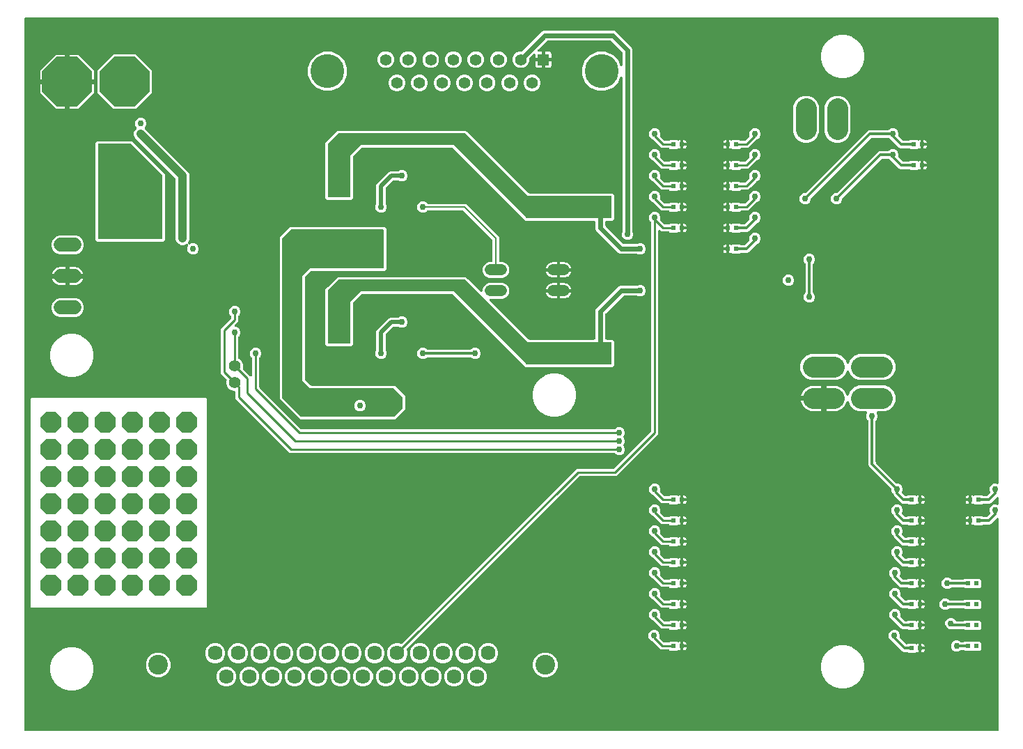
<source format=gbr>
G04 EAGLE Gerber RS-274X export*
G75*
%MOMM*%
%FSLAX34Y34*%
%LPD*%
%INBottom Copper*%
%IPPOS*%
%AMOC8*
5,1,8,0,0,1.08239X$1,22.5*%
G01*
%ADD10C,1.676400*%
%ADD11P,6.511658X8X202.500000*%
%ADD12C,1.408000*%
%ADD13C,1.320800*%
%ADD14R,1.408000X1.408000*%
%ADD15C,4.116000*%
%ADD16C,1.790700*%
%ADD17C,2.400300*%
%ADD18C,2.552700*%
%ADD19R,0.600000X0.500000*%
%ADD20P,2.749271X8X22.500000*%
%ADD21C,0.756400*%
%ADD22C,0.609600*%
%ADD23C,0.254000*%
%ADD24C,0.508000*%
%ADD25C,0.304800*%
%ADD26C,0.200000*%
%ADD27C,1.016000*%

G36*
X1194080Y36326D02*
X1194080Y36326D01*
X1194106Y36324D01*
X1194253Y36346D01*
X1194400Y36363D01*
X1194425Y36371D01*
X1194451Y36375D01*
X1194589Y36430D01*
X1194728Y36480D01*
X1194750Y36494D01*
X1194775Y36504D01*
X1194896Y36589D01*
X1195021Y36669D01*
X1195039Y36688D01*
X1195061Y36703D01*
X1195160Y36813D01*
X1195263Y36920D01*
X1195277Y36942D01*
X1195294Y36962D01*
X1195366Y37092D01*
X1195442Y37219D01*
X1195450Y37244D01*
X1195463Y37267D01*
X1195503Y37410D01*
X1195548Y37551D01*
X1195550Y37577D01*
X1195558Y37602D01*
X1195577Y37846D01*
X1195577Y293893D01*
X1195566Y293993D01*
X1195564Y294093D01*
X1195546Y294165D01*
X1195537Y294239D01*
X1195504Y294334D01*
X1195479Y294431D01*
X1195445Y294497D01*
X1195420Y294567D01*
X1195365Y294652D01*
X1195319Y294741D01*
X1195271Y294798D01*
X1195231Y294860D01*
X1195159Y294930D01*
X1195094Y295006D01*
X1195034Y295051D01*
X1194980Y295102D01*
X1194894Y295154D01*
X1194813Y295214D01*
X1194745Y295243D01*
X1194681Y295281D01*
X1194585Y295312D01*
X1194493Y295352D01*
X1194420Y295365D01*
X1194349Y295387D01*
X1194249Y295395D01*
X1194150Y295413D01*
X1194076Y295409D01*
X1194002Y295415D01*
X1193902Y295400D01*
X1193802Y295395D01*
X1193731Y295375D01*
X1193657Y295364D01*
X1193564Y295327D01*
X1193467Y295299D01*
X1193402Y295262D01*
X1193333Y295235D01*
X1193251Y295178D01*
X1193163Y295129D01*
X1193087Y295063D01*
X1193047Y295036D01*
X1193023Y295010D01*
X1192977Y294970D01*
X1187731Y289724D01*
X1186230Y288223D01*
X1184550Y287527D01*
X1176730Y287527D01*
X1176604Y287513D01*
X1176478Y287506D01*
X1176432Y287493D01*
X1176384Y287487D01*
X1176265Y287445D01*
X1176143Y287410D01*
X1176101Y287386D01*
X1176055Y287370D01*
X1175949Y287301D01*
X1175839Y287240D01*
X1175793Y287200D01*
X1175763Y287181D01*
X1175729Y287146D01*
X1175653Y287081D01*
X1175123Y286551D01*
X1166597Y286551D01*
X1166311Y286838D01*
X1166193Y286932D01*
X1166077Y287029D01*
X1166056Y287040D01*
X1166038Y287054D01*
X1165901Y287119D01*
X1165767Y287188D01*
X1165744Y287193D01*
X1165723Y287203D01*
X1165575Y287235D01*
X1165428Y287271D01*
X1165405Y287272D01*
X1165382Y287277D01*
X1165231Y287274D01*
X1165080Y287276D01*
X1165052Y287271D01*
X1165033Y287271D01*
X1164988Y287259D01*
X1164839Y287232D01*
X1164194Y287059D01*
X1162383Y287059D01*
X1162383Y292100D01*
X1162383Y297141D01*
X1164194Y297141D01*
X1164839Y296968D01*
X1164988Y296946D01*
X1165137Y296919D01*
X1165161Y296920D01*
X1165184Y296917D01*
X1165334Y296929D01*
X1165485Y296937D01*
X1165508Y296944D01*
X1165531Y296945D01*
X1165675Y296992D01*
X1165820Y297034D01*
X1165841Y297045D01*
X1165863Y297052D01*
X1165993Y297130D01*
X1166124Y297204D01*
X1166146Y297222D01*
X1166162Y297232D01*
X1166195Y297264D01*
X1166311Y297362D01*
X1166597Y297649D01*
X1175123Y297649D01*
X1175653Y297119D01*
X1175752Y297040D01*
X1175846Y296956D01*
X1175888Y296932D01*
X1175926Y296902D01*
X1176040Y296848D01*
X1176151Y296787D01*
X1176197Y296774D01*
X1176241Y296753D01*
X1176364Y296727D01*
X1176486Y296692D01*
X1176547Y296687D01*
X1176582Y296680D01*
X1176630Y296681D01*
X1176730Y296673D01*
X1181115Y296673D01*
X1181241Y296687D01*
X1181367Y296694D01*
X1181413Y296707D01*
X1181461Y296713D01*
X1181580Y296755D01*
X1181702Y296790D01*
X1181744Y296814D01*
X1181789Y296830D01*
X1181896Y296899D01*
X1182006Y296960D01*
X1182052Y297000D01*
X1182082Y297019D01*
X1182116Y297054D01*
X1182192Y297119D01*
X1184906Y299833D01*
X1184954Y299893D01*
X1185008Y299946D01*
X1185062Y300029D01*
X1185123Y300106D01*
X1185155Y300175D01*
X1185197Y300239D01*
X1185230Y300332D01*
X1185272Y300421D01*
X1185288Y300496D01*
X1185313Y300568D01*
X1185324Y300666D01*
X1185345Y300762D01*
X1185344Y300838D01*
X1185352Y300914D01*
X1185341Y301012D01*
X1185339Y301110D01*
X1185320Y301184D01*
X1185311Y301260D01*
X1185266Y301402D01*
X1185254Y301448D01*
X1185245Y301465D01*
X1185236Y301493D01*
X1184429Y303441D01*
X1184429Y306159D01*
X1185469Y308669D01*
X1187391Y310591D01*
X1189901Y311631D01*
X1192619Y311631D01*
X1193471Y311278D01*
X1193616Y311236D01*
X1193759Y311191D01*
X1193783Y311189D01*
X1193806Y311182D01*
X1193957Y311175D01*
X1194106Y311163D01*
X1194130Y311166D01*
X1194154Y311165D01*
X1194302Y311192D01*
X1194451Y311214D01*
X1194473Y311223D01*
X1194497Y311228D01*
X1194635Y311287D01*
X1194775Y311343D01*
X1194795Y311357D01*
X1194817Y311366D01*
X1194938Y311456D01*
X1195061Y311542D01*
X1195077Y311560D01*
X1195097Y311574D01*
X1195194Y311689D01*
X1195294Y311801D01*
X1195306Y311822D01*
X1195322Y311840D01*
X1195390Y311974D01*
X1195463Y312106D01*
X1195469Y312129D01*
X1195480Y312151D01*
X1195517Y312296D01*
X1195558Y312441D01*
X1195560Y312470D01*
X1195565Y312489D01*
X1195565Y312536D01*
X1195577Y312685D01*
X1195577Y319293D01*
X1195566Y319393D01*
X1195564Y319493D01*
X1195546Y319565D01*
X1195537Y319639D01*
X1195504Y319734D01*
X1195479Y319831D01*
X1195445Y319897D01*
X1195420Y319967D01*
X1195365Y320052D01*
X1195319Y320141D01*
X1195271Y320198D01*
X1195231Y320260D01*
X1195159Y320330D01*
X1195094Y320406D01*
X1195034Y320451D01*
X1194980Y320502D01*
X1194894Y320554D01*
X1194813Y320614D01*
X1194745Y320643D01*
X1194681Y320681D01*
X1194585Y320712D01*
X1194493Y320752D01*
X1194420Y320765D01*
X1194349Y320787D01*
X1194249Y320795D01*
X1194150Y320813D01*
X1194076Y320809D01*
X1194002Y320815D01*
X1193902Y320800D01*
X1193802Y320795D01*
X1193731Y320775D01*
X1193657Y320764D01*
X1193564Y320727D01*
X1193467Y320699D01*
X1193402Y320662D01*
X1193333Y320635D01*
X1193251Y320578D01*
X1193163Y320529D01*
X1193087Y320463D01*
X1193047Y320436D01*
X1193023Y320410D01*
X1192977Y320370D01*
X1187731Y315124D01*
X1186230Y313623D01*
X1184550Y312927D01*
X1176730Y312927D01*
X1176604Y312913D01*
X1176478Y312906D01*
X1176432Y312893D01*
X1176384Y312887D01*
X1176264Y312845D01*
X1176143Y312810D01*
X1176101Y312786D01*
X1176055Y312770D01*
X1175949Y312701D01*
X1175839Y312640D01*
X1175793Y312600D01*
X1175763Y312581D01*
X1175729Y312546D01*
X1175653Y312481D01*
X1175123Y311951D01*
X1166597Y311951D01*
X1166311Y312238D01*
X1166193Y312332D01*
X1166077Y312429D01*
X1166056Y312440D01*
X1166038Y312454D01*
X1165901Y312519D01*
X1165767Y312588D01*
X1165744Y312593D01*
X1165723Y312603D01*
X1165575Y312635D01*
X1165428Y312671D01*
X1165405Y312672D01*
X1165382Y312677D01*
X1165231Y312674D01*
X1165080Y312676D01*
X1165052Y312671D01*
X1165033Y312671D01*
X1164988Y312659D01*
X1164839Y312632D01*
X1164194Y312459D01*
X1162383Y312459D01*
X1162383Y317500D01*
X1162383Y322541D01*
X1164194Y322541D01*
X1164839Y322368D01*
X1164988Y322346D01*
X1165137Y322319D01*
X1165161Y322320D01*
X1165184Y322317D01*
X1165334Y322329D01*
X1165485Y322337D01*
X1165508Y322344D01*
X1165531Y322345D01*
X1165675Y322392D01*
X1165820Y322434D01*
X1165841Y322445D01*
X1165863Y322452D01*
X1165993Y322530D01*
X1166124Y322604D01*
X1166146Y322622D01*
X1166162Y322632D01*
X1166195Y322664D01*
X1166311Y322762D01*
X1166597Y323049D01*
X1175123Y323049D01*
X1175653Y322519D01*
X1175752Y322440D01*
X1175846Y322356D01*
X1175888Y322332D01*
X1175926Y322302D01*
X1176040Y322248D01*
X1176151Y322187D01*
X1176197Y322174D01*
X1176241Y322153D01*
X1176364Y322127D01*
X1176486Y322092D01*
X1176547Y322087D01*
X1176581Y322080D01*
X1176629Y322081D01*
X1176730Y322073D01*
X1181115Y322073D01*
X1181241Y322087D01*
X1181367Y322094D01*
X1181413Y322107D01*
X1181461Y322113D01*
X1181580Y322155D01*
X1181702Y322190D01*
X1181744Y322214D01*
X1181789Y322230D01*
X1181896Y322299D01*
X1182006Y322360D01*
X1182052Y322400D01*
X1182082Y322419D01*
X1182116Y322454D01*
X1182192Y322519D01*
X1184906Y325233D01*
X1184954Y325293D01*
X1185008Y325346D01*
X1185062Y325429D01*
X1185123Y325506D01*
X1185155Y325575D01*
X1185197Y325639D01*
X1185230Y325732D01*
X1185272Y325821D01*
X1185288Y325896D01*
X1185313Y325968D01*
X1185324Y326066D01*
X1185345Y326162D01*
X1185344Y326238D01*
X1185352Y326314D01*
X1185341Y326412D01*
X1185339Y326510D01*
X1185320Y326584D01*
X1185311Y326660D01*
X1185266Y326802D01*
X1185254Y326848D01*
X1185245Y326865D01*
X1185236Y326893D01*
X1184429Y328841D01*
X1184429Y331559D01*
X1185469Y334069D01*
X1187391Y335991D01*
X1189901Y337031D01*
X1192619Y337031D01*
X1193471Y336678D01*
X1193616Y336636D01*
X1193759Y336591D01*
X1193783Y336589D01*
X1193806Y336582D01*
X1193957Y336575D01*
X1194106Y336563D01*
X1194130Y336566D01*
X1194154Y336565D01*
X1194302Y336592D01*
X1194451Y336614D01*
X1194473Y336623D01*
X1194497Y336628D01*
X1194635Y336687D01*
X1194775Y336743D01*
X1194795Y336757D01*
X1194817Y336766D01*
X1194938Y336856D01*
X1195061Y336942D01*
X1195077Y336960D01*
X1195097Y336974D01*
X1195194Y337089D01*
X1195294Y337201D01*
X1195306Y337222D01*
X1195322Y337240D01*
X1195390Y337374D01*
X1195463Y337506D01*
X1195469Y337529D01*
X1195480Y337551D01*
X1195517Y337696D01*
X1195558Y337841D01*
X1195560Y337870D01*
X1195565Y337889D01*
X1195565Y337936D01*
X1195577Y338085D01*
X1195577Y901954D01*
X1195574Y901980D01*
X1195576Y902006D01*
X1195554Y902153D01*
X1195537Y902300D01*
X1195529Y902325D01*
X1195525Y902351D01*
X1195470Y902489D01*
X1195420Y902628D01*
X1195406Y902650D01*
X1195396Y902675D01*
X1195311Y902796D01*
X1195231Y902921D01*
X1195212Y902939D01*
X1195197Y902961D01*
X1195087Y903060D01*
X1194980Y903163D01*
X1194958Y903177D01*
X1194938Y903194D01*
X1194808Y903266D01*
X1194681Y903342D01*
X1194656Y903350D01*
X1194633Y903363D01*
X1194490Y903403D01*
X1194349Y903448D01*
X1194323Y903450D01*
X1194298Y903458D01*
X1194054Y903477D01*
X12446Y903477D01*
X12420Y903474D01*
X12394Y903476D01*
X12247Y903454D01*
X12100Y903437D01*
X12075Y903429D01*
X12049Y903425D01*
X11911Y903370D01*
X11772Y903320D01*
X11750Y903306D01*
X11725Y903296D01*
X11604Y903211D01*
X11479Y903131D01*
X11461Y903112D01*
X11439Y903097D01*
X11340Y902987D01*
X11237Y902880D01*
X11223Y902858D01*
X11206Y902838D01*
X11134Y902708D01*
X11058Y902581D01*
X11050Y902556D01*
X11037Y902533D01*
X10997Y902390D01*
X10952Y902249D01*
X10950Y902223D01*
X10942Y902198D01*
X10923Y901954D01*
X10923Y37846D01*
X10926Y37820D01*
X10924Y37794D01*
X10946Y37647D01*
X10963Y37500D01*
X10971Y37475D01*
X10975Y37449D01*
X11030Y37311D01*
X11080Y37172D01*
X11094Y37150D01*
X11104Y37125D01*
X11189Y37004D01*
X11269Y36879D01*
X11288Y36861D01*
X11303Y36839D01*
X11413Y36740D01*
X11520Y36637D01*
X11542Y36623D01*
X11562Y36606D01*
X11692Y36534D01*
X11819Y36458D01*
X11844Y36450D01*
X11867Y36437D01*
X12010Y36397D01*
X12151Y36352D01*
X12177Y36350D01*
X12202Y36342D01*
X12446Y36323D01*
X1194054Y36323D01*
X1194080Y36326D01*
G37*
%LPC*%
G36*
X19688Y186435D02*
X19688Y186435D01*
X18795Y187328D01*
X18795Y440052D01*
X19688Y440945D01*
X231772Y440945D01*
X232665Y440052D01*
X232665Y187328D01*
X231772Y186435D01*
X19688Y186435D01*
G37*
%LPD*%
%LPC*%
G36*
X732701Y371629D02*
X732701Y371629D01*
X730191Y372669D01*
X729165Y373695D01*
X729066Y373774D01*
X728972Y373858D01*
X728930Y373882D01*
X728892Y373912D01*
X728778Y373966D01*
X728667Y374027D01*
X728620Y374040D01*
X728577Y374061D01*
X728453Y374087D01*
X728331Y374122D01*
X728271Y374127D01*
X728236Y374134D01*
X728188Y374133D01*
X728088Y374141D01*
X333491Y374141D01*
X267461Y440171D01*
X267461Y448288D01*
X267458Y448314D01*
X267460Y448340D01*
X267438Y448487D01*
X267421Y448634D01*
X267413Y448659D01*
X267409Y448685D01*
X267354Y448823D01*
X267304Y448962D01*
X267290Y448984D01*
X267280Y449009D01*
X267195Y449130D01*
X267115Y449255D01*
X267096Y449273D01*
X267081Y449295D01*
X266971Y449394D01*
X266864Y449497D01*
X266842Y449511D01*
X266822Y449528D01*
X266692Y449600D01*
X266565Y449676D01*
X266540Y449684D01*
X266517Y449697D01*
X266374Y449737D01*
X266233Y449782D01*
X266207Y449784D01*
X266182Y449792D01*
X265938Y449811D01*
X264693Y449811D01*
X260985Y451347D01*
X258147Y454185D01*
X256611Y457893D01*
X256611Y461907D01*
X256800Y462363D01*
X256821Y462436D01*
X256851Y462506D01*
X256869Y462603D01*
X256896Y462698D01*
X256899Y462774D01*
X256913Y462849D01*
X256908Y462948D01*
X256913Y463046D01*
X256899Y463121D01*
X256895Y463197D01*
X256868Y463292D01*
X256850Y463389D01*
X256820Y463459D01*
X256799Y463532D01*
X256750Y463618D01*
X256711Y463708D01*
X256666Y463770D01*
X256628Y463836D01*
X256532Y463950D01*
X256503Y463988D01*
X256489Y464000D01*
X256470Y464023D01*
X252657Y467835D01*
X249681Y470811D01*
X249681Y525029D01*
X261935Y537283D01*
X262014Y537382D01*
X262098Y537476D01*
X262122Y537518D01*
X262152Y537556D01*
X262206Y537670D01*
X262267Y537781D01*
X262280Y537827D01*
X262301Y537871D01*
X262327Y537994D01*
X262362Y538116D01*
X262367Y538177D01*
X262374Y538212D01*
X262373Y538260D01*
X262381Y538360D01*
X262381Y540128D01*
X262367Y540253D01*
X262360Y540379D01*
X262347Y540426D01*
X262341Y540474D01*
X262299Y540593D01*
X262264Y540714D01*
X262240Y540756D01*
X262224Y540802D01*
X262155Y540908D01*
X262094Y541018D01*
X262054Y541065D01*
X262035Y541095D01*
X262000Y541128D01*
X261935Y541205D01*
X260909Y542231D01*
X259869Y544741D01*
X259869Y547459D01*
X260909Y549969D01*
X262831Y551891D01*
X265341Y552931D01*
X268059Y552931D01*
X270569Y551891D01*
X272491Y549969D01*
X273531Y547459D01*
X273531Y544741D01*
X272491Y542231D01*
X271465Y541205D01*
X271386Y541106D01*
X271302Y541012D01*
X271278Y540970D01*
X271248Y540932D01*
X271194Y540818D01*
X271133Y540707D01*
X271120Y540660D01*
X271099Y540617D01*
X271073Y540493D01*
X271038Y540371D01*
X271033Y540311D01*
X271026Y540276D01*
X271027Y540228D01*
X271019Y540128D01*
X271019Y534151D01*
X266999Y530131D01*
X266936Y530053D01*
X266866Y529980D01*
X266828Y529916D01*
X266782Y529858D01*
X266739Y529767D01*
X266688Y529681D01*
X266665Y529610D01*
X266633Y529543D01*
X266612Y529445D01*
X266581Y529349D01*
X266575Y529275D01*
X266560Y529202D01*
X266561Y529102D01*
X266553Y529002D01*
X266564Y528928D01*
X266566Y528854D01*
X266590Y528757D01*
X266605Y528657D01*
X266633Y528588D01*
X266651Y528516D01*
X266697Y528426D01*
X266734Y528333D01*
X266776Y528272D01*
X266810Y528206D01*
X266876Y528129D01*
X266933Y528047D01*
X266988Y527997D01*
X267036Y527941D01*
X267117Y527881D01*
X267192Y527814D01*
X267257Y527778D01*
X267316Y527733D01*
X267409Y527694D01*
X267497Y527645D01*
X267568Y527625D01*
X267636Y527595D01*
X267735Y527578D01*
X267832Y527550D01*
X267932Y527542D01*
X267980Y527534D01*
X268015Y527536D01*
X268055Y527532D01*
X270569Y526491D01*
X272491Y524569D01*
X273531Y522059D01*
X273531Y519341D01*
X272491Y516831D01*
X271465Y515805D01*
X271386Y515706D01*
X271302Y515612D01*
X271278Y515570D01*
X271248Y515532D01*
X271194Y515418D01*
X271133Y515307D01*
X271120Y515260D01*
X271099Y515217D01*
X271073Y515093D01*
X271038Y514971D01*
X271033Y514911D01*
X271026Y514876D01*
X271027Y514828D01*
X271019Y514728D01*
X271019Y490049D01*
X271027Y489973D01*
X271026Y489897D01*
X271047Y489800D01*
X271059Y489703D01*
X271084Y489631D01*
X271101Y489556D01*
X271143Y489467D01*
X271176Y489375D01*
X271218Y489310D01*
X271250Y489241D01*
X271312Y489164D01*
X271365Y489082D01*
X271420Y489029D01*
X271468Y488969D01*
X271545Y488908D01*
X271616Y488840D01*
X271681Y488800D01*
X271741Y488753D01*
X271874Y488685D01*
X271915Y488661D01*
X271933Y488655D01*
X271959Y488642D01*
X272415Y488453D01*
X275253Y485615D01*
X276789Y481907D01*
X276789Y477893D01*
X276600Y477437D01*
X276579Y477364D01*
X276549Y477294D01*
X276531Y477197D01*
X276504Y477102D01*
X276501Y477026D01*
X276487Y476951D01*
X276492Y476852D01*
X276487Y476754D01*
X276501Y476679D01*
X276505Y476603D01*
X276532Y476508D01*
X276550Y476411D01*
X276580Y476341D01*
X276601Y476268D01*
X276650Y476182D01*
X276689Y476092D01*
X276734Y476030D01*
X276772Y475964D01*
X276868Y475850D01*
X276897Y475812D01*
X276911Y475800D01*
X276930Y475777D01*
X283283Y469425D01*
X285181Y467527D01*
X285259Y467464D01*
X285332Y467394D01*
X285396Y467356D01*
X285454Y467310D01*
X285545Y467267D01*
X285631Y467216D01*
X285702Y467193D01*
X285769Y467161D01*
X285867Y467140D01*
X285963Y467109D01*
X286037Y467103D01*
X286110Y467088D01*
X286210Y467089D01*
X286310Y467081D01*
X286384Y467092D01*
X286458Y467094D01*
X286555Y467118D01*
X286655Y467133D01*
X286724Y467161D01*
X286796Y467179D01*
X286885Y467225D01*
X286979Y467262D01*
X287040Y467304D01*
X287106Y467338D01*
X287182Y467403D01*
X287265Y467461D01*
X287315Y467516D01*
X287371Y467564D01*
X287431Y467645D01*
X287498Y467720D01*
X287534Y467785D01*
X287579Y467844D01*
X287618Y467937D01*
X287667Y468025D01*
X287687Y468096D01*
X287717Y468164D01*
X287734Y468263D01*
X287762Y468360D01*
X287770Y468460D01*
X287778Y468508D01*
X287776Y468543D01*
X287781Y468604D01*
X287781Y489328D01*
X287767Y489453D01*
X287760Y489579D01*
X287747Y489626D01*
X287741Y489674D01*
X287699Y489793D01*
X287664Y489914D01*
X287640Y489956D01*
X287624Y490002D01*
X287555Y490108D01*
X287494Y490218D01*
X287454Y490265D01*
X287435Y490295D01*
X287400Y490328D01*
X287335Y490405D01*
X286309Y491431D01*
X285269Y493941D01*
X285269Y496659D01*
X286309Y499169D01*
X288231Y501091D01*
X290741Y502131D01*
X293459Y502131D01*
X295969Y501091D01*
X297891Y499169D01*
X298931Y496659D01*
X298931Y493941D01*
X297891Y491431D01*
X296865Y490405D01*
X296786Y490306D01*
X296702Y490212D01*
X296678Y490170D01*
X296648Y490132D01*
X296594Y490018D01*
X296533Y489907D01*
X296520Y489860D01*
X296499Y489817D01*
X296473Y489693D01*
X296438Y489571D01*
X296433Y489511D01*
X296426Y489476D01*
X296427Y489428D01*
X296419Y489328D01*
X296419Y454540D01*
X296433Y454414D01*
X296440Y454288D01*
X296453Y454242D01*
X296459Y454194D01*
X296501Y454075D01*
X296536Y453953D01*
X296560Y453911D01*
X296576Y453866D01*
X296645Y453759D01*
X296706Y453649D01*
X296746Y453603D01*
X296765Y453573D01*
X296800Y453539D01*
X296865Y453463D01*
X346783Y403545D01*
X346882Y403466D01*
X346976Y403382D01*
X347018Y403358D01*
X347056Y403328D01*
X347170Y403274D01*
X347281Y403213D01*
X347327Y403200D01*
X347371Y403179D01*
X347494Y403153D01*
X347616Y403118D01*
X347677Y403113D01*
X347712Y403106D01*
X347760Y403107D01*
X347860Y403099D01*
X728088Y403099D01*
X728213Y403113D01*
X728339Y403120D01*
X728386Y403133D01*
X728434Y403139D01*
X728553Y403181D01*
X728674Y403216D01*
X728716Y403240D01*
X728762Y403256D01*
X728868Y403325D01*
X728978Y403386D01*
X729025Y403426D01*
X729055Y403445D01*
X729088Y403480D01*
X729165Y403545D01*
X730191Y404571D01*
X732701Y405611D01*
X735419Y405611D01*
X737929Y404571D01*
X739851Y402649D01*
X740891Y400139D01*
X740891Y397421D01*
X739851Y394911D01*
X739717Y394777D01*
X739701Y394757D01*
X739681Y394739D01*
X739593Y394620D01*
X739501Y394504D01*
X739489Y394480D01*
X739474Y394459D01*
X739415Y394323D01*
X739352Y394189D01*
X739346Y394163D01*
X739336Y394139D01*
X739309Y393993D01*
X739278Y393848D01*
X739279Y393822D01*
X739274Y393796D01*
X739282Y393648D01*
X739284Y393500D01*
X739291Y393474D01*
X739292Y393448D01*
X739333Y393306D01*
X739369Y393162D01*
X739381Y393138D01*
X739389Y393113D01*
X739461Y392984D01*
X739529Y392852D01*
X739546Y392832D01*
X739559Y392809D01*
X739717Y392623D01*
X739851Y392489D01*
X740891Y389979D01*
X740891Y387261D01*
X739851Y384751D01*
X739717Y384617D01*
X739701Y384597D01*
X739681Y384580D01*
X739593Y384460D01*
X739501Y384344D01*
X739489Y384320D01*
X739474Y384299D01*
X739415Y384163D01*
X739352Y384029D01*
X739346Y384003D01*
X739336Y383979D01*
X739310Y383833D01*
X739278Y383688D01*
X739279Y383662D01*
X739274Y383636D01*
X739282Y383488D01*
X739284Y383340D01*
X739291Y383314D01*
X739292Y383288D01*
X739333Y383146D01*
X739369Y383002D01*
X739381Y382979D01*
X739389Y382953D01*
X739461Y382824D01*
X739529Y382692D01*
X739546Y382672D01*
X739559Y382649D01*
X739717Y382463D01*
X739851Y382329D01*
X740891Y379819D01*
X740891Y377101D01*
X739851Y374591D01*
X737929Y372669D01*
X735419Y371629D01*
X732701Y371629D01*
G37*
%LPD*%
%LPC*%
G36*
X346388Y415257D02*
X346388Y415257D01*
X321277Y440368D01*
X321277Y636592D01*
X333688Y649003D01*
X448632Y649003D01*
X450883Y646752D01*
X450883Y597848D01*
X448632Y595597D01*
X360363Y595597D01*
X360237Y595583D01*
X360111Y595576D01*
X360064Y595563D01*
X360016Y595557D01*
X359897Y595515D01*
X359776Y595480D01*
X359734Y595456D01*
X359688Y595440D01*
X359582Y595371D01*
X359472Y595310D01*
X359426Y595270D01*
X359396Y595251D01*
X359362Y595216D01*
X359286Y595151D01*
X352269Y588134D01*
X352190Y588035D01*
X352106Y587942D01*
X352082Y587899D01*
X352052Y587861D01*
X351998Y587747D01*
X351937Y587637D01*
X351924Y587590D01*
X351903Y587546D01*
X351877Y587423D01*
X351842Y587301D01*
X351837Y587240D01*
X351830Y587206D01*
X351831Y587158D01*
X351823Y587057D01*
X351823Y464503D01*
X351837Y464377D01*
X351844Y464251D01*
X351857Y464204D01*
X351863Y464156D01*
X351905Y464037D01*
X351940Y463916D01*
X351964Y463874D01*
X351980Y463828D01*
X352049Y463722D01*
X352110Y463612D01*
X352150Y463566D01*
X352169Y463536D01*
X352204Y463502D01*
X352269Y463426D01*
X359286Y456409D01*
X359385Y456330D01*
X359478Y456246D01*
X359521Y456222D01*
X359559Y456192D01*
X359673Y456138D01*
X359783Y456077D01*
X359830Y456064D01*
X359874Y456043D01*
X359997Y456017D01*
X360119Y455982D01*
X360180Y455977D01*
X360214Y455970D01*
X360262Y455971D01*
X360363Y455963D01*
X461332Y455963D01*
X473743Y443552D01*
X473743Y427668D01*
X461332Y415257D01*
X346388Y415257D01*
G37*
%LPD*%
G36*
X459830Y418354D02*
X459830Y418354D01*
X459921Y418361D01*
X459951Y418373D01*
X459983Y418379D01*
X460063Y418421D01*
X460147Y418457D01*
X460179Y418483D01*
X460200Y418494D01*
X460222Y418517D01*
X460278Y418562D01*
X470438Y428722D01*
X470491Y428796D01*
X470551Y428865D01*
X470563Y428895D01*
X470582Y428921D01*
X470609Y429008D01*
X470643Y429093D01*
X470647Y429134D01*
X470654Y429157D01*
X470653Y429189D01*
X470661Y429260D01*
X470661Y441960D01*
X470660Y441971D01*
X470660Y441977D01*
X470653Y442010D01*
X470647Y442050D01*
X470639Y442141D01*
X470627Y442171D01*
X470622Y442203D01*
X470579Y442283D01*
X470543Y442367D01*
X470517Y442399D01*
X470506Y442420D01*
X470483Y442442D01*
X470438Y442498D01*
X460278Y452658D01*
X460204Y452711D01*
X460135Y452771D01*
X460105Y452783D01*
X460079Y452802D01*
X459992Y452829D01*
X459907Y452863D01*
X459866Y452867D01*
X459843Y452874D01*
X459811Y452873D01*
X459740Y452881D01*
X358455Y452881D01*
X348741Y462595D01*
X348741Y588965D01*
X358455Y598679D01*
X447040Y598679D01*
X447060Y598682D01*
X447079Y598680D01*
X447181Y598702D01*
X447283Y598719D01*
X447300Y598728D01*
X447320Y598732D01*
X447409Y598785D01*
X447500Y598834D01*
X447514Y598848D01*
X447531Y598858D01*
X447598Y598937D01*
X447670Y599012D01*
X447678Y599030D01*
X447691Y599045D01*
X447730Y599141D01*
X447773Y599235D01*
X447775Y599255D01*
X447783Y599273D01*
X447801Y599440D01*
X447801Y645160D01*
X447798Y645180D01*
X447800Y645199D01*
X447778Y645301D01*
X447762Y645403D01*
X447752Y645420D01*
X447748Y645440D01*
X447695Y645529D01*
X447646Y645620D01*
X447632Y645634D01*
X447622Y645651D01*
X447543Y645718D01*
X447468Y645790D01*
X447450Y645798D01*
X447435Y645811D01*
X447339Y645850D01*
X447245Y645893D01*
X447225Y645895D01*
X447207Y645903D01*
X447040Y645921D01*
X335280Y645921D01*
X335190Y645907D01*
X335099Y645899D01*
X335069Y645887D01*
X335037Y645882D01*
X334957Y645839D01*
X334873Y645803D01*
X334841Y645777D01*
X334820Y645766D01*
X334798Y645743D01*
X334742Y645698D01*
X324582Y635538D01*
X324529Y635464D01*
X324469Y635395D01*
X324457Y635365D01*
X324438Y635339D01*
X324411Y635252D01*
X324377Y635167D01*
X324373Y635126D01*
X324366Y635103D01*
X324367Y635071D01*
X324359Y635000D01*
X324359Y598426D01*
X324363Y598402D01*
X324363Y595435D01*
X324361Y595425D01*
X324362Y595406D01*
X324359Y595374D01*
X324359Y573026D01*
X324363Y573002D01*
X324363Y570035D01*
X324361Y570025D01*
X324362Y570006D01*
X324359Y569974D01*
X324359Y441960D01*
X324374Y441870D01*
X324381Y441779D01*
X324393Y441749D01*
X324399Y441717D01*
X324441Y441637D01*
X324477Y441553D01*
X324503Y441521D01*
X324514Y441500D01*
X324537Y441478D01*
X324557Y441452D01*
X324561Y441447D01*
X324564Y441444D01*
X324582Y441422D01*
X347442Y418562D01*
X347516Y418509D01*
X347585Y418449D01*
X347615Y418437D01*
X347641Y418418D01*
X347728Y418391D01*
X347813Y418357D01*
X347854Y418353D01*
X347877Y418346D01*
X347909Y418347D01*
X347980Y418339D01*
X459740Y418339D01*
X459830Y418354D01*
G37*
%LPC*%
G36*
X620623Y478551D02*
X620623Y478551D01*
X532169Y567005D01*
X532070Y567084D01*
X531976Y567168D01*
X531934Y567192D01*
X531896Y567222D01*
X531782Y567276D01*
X531671Y567337D01*
X531625Y567350D01*
X531581Y567371D01*
X531458Y567397D01*
X531336Y567432D01*
X531275Y567437D01*
X531240Y567444D01*
X531192Y567443D01*
X531092Y567451D01*
X421408Y567451D01*
X421282Y567437D01*
X421156Y567430D01*
X421110Y567417D01*
X421062Y567411D01*
X420943Y567369D01*
X420821Y567334D01*
X420779Y567310D01*
X420734Y567294D01*
X420627Y567225D01*
X420517Y567164D01*
X420471Y567124D01*
X420441Y567105D01*
X420407Y567070D01*
X420331Y567005D01*
X410895Y557569D01*
X410816Y557470D01*
X410732Y557376D01*
X410708Y557334D01*
X410678Y557296D01*
X410624Y557182D01*
X410563Y557071D01*
X410550Y557025D01*
X410529Y556981D01*
X410503Y556858D01*
X410468Y556736D01*
X410463Y556675D01*
X410456Y556640D01*
X410457Y556592D01*
X410449Y556492D01*
X410449Y506323D01*
X408077Y503951D01*
X379323Y503951D01*
X376951Y506323D01*
X376951Y573177D01*
X379769Y575995D01*
X389205Y585431D01*
X392023Y588249D01*
X547777Y588249D01*
X550595Y585431D01*
X565343Y570683D01*
X565421Y570621D01*
X565494Y570551D01*
X565558Y570512D01*
X565616Y570466D01*
X565707Y570423D01*
X565793Y570372D01*
X565864Y570349D01*
X565931Y570317D01*
X566029Y570296D01*
X566125Y570266D01*
X566199Y570260D01*
X566272Y570244D01*
X566372Y570246D01*
X566472Y570238D01*
X566546Y570249D01*
X566620Y570250D01*
X566717Y570274D01*
X566817Y570289D01*
X566886Y570317D01*
X566958Y570335D01*
X567048Y570381D01*
X567141Y570418D01*
X567202Y570460D01*
X567268Y570495D01*
X567345Y570560D01*
X567427Y570617D01*
X567477Y570672D01*
X567533Y570720D01*
X567593Y570801D01*
X567660Y570876D01*
X567696Y570941D01*
X567741Y571001D01*
X567780Y571093D01*
X567829Y571181D01*
X567849Y571252D01*
X567879Y571321D01*
X567896Y571419D01*
X567924Y571516D01*
X567932Y571616D01*
X567940Y571664D01*
X567938Y571699D01*
X567943Y571760D01*
X567943Y573420D01*
X569413Y576968D01*
X572128Y579683D01*
X575676Y581153D01*
X592724Y581153D01*
X596272Y579683D01*
X598987Y576968D01*
X600457Y573420D01*
X600457Y569580D01*
X598987Y566032D01*
X596272Y563317D01*
X592724Y561847D01*
X577856Y561847D01*
X577756Y561836D01*
X577656Y561834D01*
X577584Y561816D01*
X577510Y561807D01*
X577415Y561774D01*
X577318Y561749D01*
X577252Y561715D01*
X577182Y561690D01*
X577097Y561635D01*
X577008Y561589D01*
X576951Y561541D01*
X576889Y561501D01*
X576819Y561429D01*
X576743Y561364D01*
X576698Y561304D01*
X576647Y561250D01*
X576595Y561164D01*
X576535Y561083D01*
X576506Y561015D01*
X576468Y560951D01*
X576437Y560855D01*
X576397Y560763D01*
X576384Y560690D01*
X576362Y560619D01*
X576354Y560519D01*
X576336Y560420D01*
X576340Y560346D01*
X576334Y560272D01*
X576349Y560172D01*
X576354Y560072D01*
X576374Y560001D01*
X576385Y559927D01*
X576422Y559834D01*
X576450Y559737D01*
X576487Y559672D01*
X576514Y559603D01*
X576571Y559521D01*
X576620Y559433D01*
X576685Y559357D01*
X576713Y559317D01*
X576716Y559315D01*
X576716Y559314D01*
X576741Y559292D01*
X576779Y559247D01*
X623531Y512495D01*
X623630Y512416D01*
X623724Y512332D01*
X623766Y512308D01*
X623804Y512278D01*
X623918Y512224D01*
X624029Y512163D01*
X624075Y512150D01*
X624119Y512129D01*
X624242Y512103D01*
X624364Y512068D01*
X624425Y512063D01*
X624460Y512056D01*
X624508Y512057D01*
X624608Y512049D01*
X703580Y512049D01*
X703606Y512052D01*
X703632Y512050D01*
X703779Y512072D01*
X703926Y512089D01*
X703951Y512097D01*
X703977Y512101D01*
X704115Y512156D01*
X704254Y512206D01*
X704276Y512220D01*
X704301Y512230D01*
X704422Y512315D01*
X704547Y512395D01*
X704565Y512414D01*
X704587Y512429D01*
X704686Y512539D01*
X704789Y512646D01*
X704803Y512668D01*
X704820Y512688D01*
X704892Y512818D01*
X704968Y512945D01*
X704976Y512970D01*
X704989Y512993D01*
X705029Y513136D01*
X705074Y513277D01*
X705076Y513303D01*
X705084Y513328D01*
X705103Y513572D01*
X705103Y547313D01*
X706031Y549554D01*
X733146Y576669D01*
X735387Y577597D01*
X756026Y577597D01*
X756028Y577597D01*
X756030Y577597D01*
X756207Y577618D01*
X756372Y577637D01*
X756374Y577637D01*
X756376Y577638D01*
X756609Y577713D01*
X758101Y578331D01*
X760819Y578331D01*
X763329Y577291D01*
X765251Y575369D01*
X766291Y572859D01*
X766291Y570141D01*
X765251Y567631D01*
X763329Y565709D01*
X760819Y564669D01*
X758101Y564669D01*
X756609Y565287D01*
X756607Y565288D01*
X756605Y565289D01*
X756444Y565335D01*
X756274Y565383D01*
X756272Y565383D01*
X756270Y565384D01*
X756026Y565403D01*
X739756Y565403D01*
X739631Y565389D01*
X739505Y565382D01*
X739458Y565369D01*
X739410Y565363D01*
X739291Y565321D01*
X739170Y565286D01*
X739128Y565262D01*
X739082Y565246D01*
X738976Y565177D01*
X738865Y565116D01*
X738819Y565076D01*
X738789Y565057D01*
X738756Y565022D01*
X738679Y564957D01*
X717743Y544021D01*
X717664Y543922D01*
X717580Y543828D01*
X717556Y543786D01*
X717526Y543748D01*
X717472Y543634D01*
X717411Y543523D01*
X717398Y543476D01*
X717377Y543433D01*
X717351Y543309D01*
X717316Y543187D01*
X717311Y543127D01*
X717304Y543092D01*
X717305Y543044D01*
X717297Y542944D01*
X717297Y513572D01*
X717300Y513546D01*
X717298Y513520D01*
X717320Y513373D01*
X717337Y513226D01*
X717345Y513201D01*
X717349Y513175D01*
X717404Y513037D01*
X717454Y512898D01*
X717468Y512876D01*
X717478Y512851D01*
X717563Y512730D01*
X717643Y512605D01*
X717662Y512587D01*
X717677Y512565D01*
X717787Y512466D01*
X717894Y512363D01*
X717916Y512349D01*
X717936Y512332D01*
X718066Y512260D01*
X718193Y512184D01*
X718218Y512176D01*
X718241Y512163D01*
X718384Y512123D01*
X718525Y512078D01*
X718551Y512076D01*
X718576Y512068D01*
X718820Y512049D01*
X725577Y512049D01*
X727949Y509677D01*
X727949Y480923D01*
X725577Y478551D01*
X620623Y478551D01*
G37*
%LPD*%
%LPC*%
G36*
X758101Y615469D02*
X758101Y615469D01*
X756609Y616087D01*
X756607Y616088D01*
X756605Y616089D01*
X756444Y616135D01*
X756274Y616183D01*
X756272Y616183D01*
X756270Y616184D01*
X756026Y616203D01*
X735387Y616203D01*
X733146Y617131D01*
X706031Y644246D01*
X705103Y646487D01*
X705103Y654828D01*
X705100Y654854D01*
X705102Y654880D01*
X705080Y655027D01*
X705063Y655174D01*
X705055Y655199D01*
X705051Y655225D01*
X704996Y655363D01*
X704946Y655502D01*
X704932Y655524D01*
X704922Y655549D01*
X704837Y655670D01*
X704757Y655795D01*
X704738Y655813D01*
X704723Y655835D01*
X704613Y655934D01*
X704506Y656037D01*
X704484Y656051D01*
X704464Y656068D01*
X704334Y656140D01*
X704207Y656216D01*
X704182Y656224D01*
X704159Y656237D01*
X704016Y656277D01*
X703875Y656322D01*
X703849Y656324D01*
X703824Y656332D01*
X703580Y656351D01*
X620623Y656351D01*
X617805Y659169D01*
X532169Y744805D01*
X532070Y744884D01*
X531976Y744968D01*
X531934Y744992D01*
X531896Y745022D01*
X531782Y745076D01*
X531671Y745137D01*
X531625Y745150D01*
X531581Y745171D01*
X531458Y745197D01*
X531336Y745232D01*
X531275Y745237D01*
X531240Y745244D01*
X531192Y745243D01*
X531092Y745251D01*
X421408Y745251D01*
X421282Y745237D01*
X421156Y745230D01*
X421110Y745217D01*
X421062Y745211D01*
X420943Y745169D01*
X420821Y745134D01*
X420779Y745110D01*
X420734Y745094D01*
X420627Y745025D01*
X420517Y744964D01*
X420471Y744924D01*
X420441Y744905D01*
X420407Y744870D01*
X420331Y744805D01*
X410895Y735369D01*
X410816Y735270D01*
X410732Y735176D01*
X410708Y735134D01*
X410678Y735096D01*
X410624Y734982D01*
X410563Y734871D01*
X410550Y734825D01*
X410529Y734781D01*
X410503Y734658D01*
X410468Y734536D01*
X410463Y734475D01*
X410456Y734440D01*
X410457Y734392D01*
X410449Y734292D01*
X410449Y684123D01*
X408077Y681751D01*
X379323Y681751D01*
X376951Y684123D01*
X376951Y750977D01*
X392023Y766049D01*
X547777Y766049D01*
X623531Y690295D01*
X623630Y690216D01*
X623724Y690132D01*
X623766Y690108D01*
X623804Y690078D01*
X623918Y690024D01*
X624029Y689963D01*
X624075Y689950D01*
X624119Y689929D01*
X624242Y689903D01*
X624364Y689868D01*
X624425Y689863D01*
X624460Y689856D01*
X624508Y689857D01*
X624608Y689849D01*
X725577Y689849D01*
X727949Y687477D01*
X727949Y658723D01*
X725577Y656351D01*
X718820Y656351D01*
X718794Y656348D01*
X718768Y656350D01*
X718621Y656328D01*
X718474Y656311D01*
X718449Y656303D01*
X718423Y656299D01*
X718285Y656244D01*
X718146Y656194D01*
X718124Y656180D01*
X718099Y656170D01*
X717978Y656085D01*
X717853Y656005D01*
X717835Y655986D01*
X717813Y655971D01*
X717714Y655861D01*
X717611Y655754D01*
X717597Y655732D01*
X717580Y655712D01*
X717508Y655582D01*
X717432Y655455D01*
X717424Y655430D01*
X717411Y655407D01*
X717371Y655264D01*
X717326Y655123D01*
X717324Y655097D01*
X717316Y655072D01*
X717297Y654828D01*
X717297Y650856D01*
X717311Y650731D01*
X717318Y650605D01*
X717331Y650558D01*
X717337Y650510D01*
X717379Y650391D01*
X717414Y650270D01*
X717438Y650228D01*
X717454Y650182D01*
X717523Y650076D01*
X717584Y649965D01*
X717624Y649919D01*
X717643Y649889D01*
X717678Y649856D01*
X717743Y649779D01*
X738679Y628843D01*
X738778Y628764D01*
X738872Y628680D01*
X738914Y628656D01*
X738952Y628626D01*
X739066Y628572D01*
X739177Y628511D01*
X739224Y628498D01*
X739267Y628477D01*
X739391Y628451D01*
X739513Y628416D01*
X739573Y628411D01*
X739608Y628404D01*
X739656Y628405D01*
X739756Y628397D01*
X756026Y628397D01*
X756028Y628397D01*
X756030Y628397D01*
X756207Y628418D01*
X756372Y628437D01*
X756374Y628437D01*
X756376Y628438D01*
X756609Y628513D01*
X758101Y629131D01*
X760819Y629131D01*
X763329Y628091D01*
X765251Y626169D01*
X766291Y623659D01*
X766291Y620941D01*
X765251Y618431D01*
X763329Y616509D01*
X760819Y615469D01*
X758101Y615469D01*
G37*
%LPD*%
%LPC*%
G36*
X99923Y630951D02*
X99923Y630951D01*
X97551Y633323D01*
X97551Y750977D01*
X99923Y753349D01*
X141377Y753349D01*
X181849Y712877D01*
X181849Y633323D01*
X179477Y630951D01*
X99923Y630951D01*
G37*
%LPD*%
G36*
X723964Y659410D02*
X723964Y659410D01*
X724028Y659409D01*
X724103Y659430D01*
X724179Y659441D01*
X724238Y659467D01*
X724300Y659484D01*
X724366Y659525D01*
X724436Y659557D01*
X724485Y659599D01*
X724540Y659632D01*
X724592Y659690D01*
X724650Y659740D01*
X724686Y659794D01*
X724729Y659842D01*
X724762Y659911D01*
X724805Y659976D01*
X724824Y660038D01*
X724852Y660095D01*
X724863Y660165D01*
X724887Y660246D01*
X724888Y660331D01*
X724899Y660400D01*
X724899Y685800D01*
X724890Y685864D01*
X724891Y685928D01*
X724870Y686003D01*
X724859Y686079D01*
X724833Y686138D01*
X724816Y686200D01*
X724775Y686266D01*
X724743Y686336D01*
X724701Y686385D01*
X724668Y686440D01*
X724610Y686492D01*
X724560Y686550D01*
X724506Y686586D01*
X724458Y686629D01*
X724389Y686662D01*
X724324Y686705D01*
X724262Y686724D01*
X724205Y686752D01*
X724135Y686763D01*
X724054Y686787D01*
X723969Y686788D01*
X723900Y686799D01*
X622714Y686799D01*
X546807Y762707D01*
X546730Y762764D01*
X546658Y762829D01*
X546617Y762849D01*
X546581Y762876D01*
X546491Y762910D01*
X546405Y762952D01*
X546363Y762958D01*
X546317Y762975D01*
X546190Y762985D01*
X546100Y762999D01*
X393700Y762999D01*
X393605Y762986D01*
X393509Y762981D01*
X393466Y762966D01*
X393421Y762959D01*
X393333Y762920D01*
X393242Y762888D01*
X393208Y762863D01*
X393164Y762843D01*
X393067Y762760D01*
X392993Y762707D01*
X380293Y750007D01*
X380284Y749994D01*
X380283Y749993D01*
X380279Y749988D01*
X380236Y749930D01*
X380171Y749858D01*
X380151Y749817D01*
X380124Y749781D01*
X380090Y749691D01*
X380048Y749605D01*
X380042Y749563D01*
X380025Y749517D01*
X380015Y749390D01*
X380001Y749300D01*
X380001Y685800D01*
X380010Y685736D01*
X380009Y685672D01*
X380030Y685597D01*
X380041Y685521D01*
X380067Y685462D01*
X380084Y685400D01*
X380125Y685334D01*
X380157Y685264D01*
X380199Y685215D01*
X380232Y685160D01*
X380290Y685108D01*
X380340Y685050D01*
X380394Y685014D01*
X380442Y684971D01*
X380511Y684938D01*
X380576Y684895D01*
X380638Y684876D01*
X380695Y684848D01*
X380765Y684837D01*
X380846Y684813D01*
X380931Y684812D01*
X381000Y684801D01*
X406400Y684801D01*
X406464Y684810D01*
X406528Y684809D01*
X406603Y684830D01*
X406679Y684841D01*
X406738Y684867D01*
X406800Y684884D01*
X406866Y684925D01*
X406936Y684957D01*
X406985Y684999D01*
X407040Y685032D01*
X407092Y685090D01*
X407150Y685140D01*
X407186Y685194D01*
X407229Y685242D01*
X407262Y685311D01*
X407305Y685376D01*
X407324Y685438D01*
X407352Y685495D01*
X407363Y685565D01*
X407387Y685646D01*
X407388Y685731D01*
X407399Y685800D01*
X407399Y736186D01*
X419514Y748301D01*
X532986Y748301D01*
X621593Y659693D01*
X621670Y659636D01*
X621742Y659571D01*
X621783Y659551D01*
X621819Y659524D01*
X621909Y659490D01*
X621995Y659448D01*
X622037Y659442D01*
X622083Y659425D01*
X622211Y659415D01*
X622300Y659401D01*
X723900Y659401D01*
X723964Y659410D01*
G37*
G36*
X723964Y481610D02*
X723964Y481610D01*
X724028Y481609D01*
X724103Y481630D01*
X724179Y481641D01*
X724238Y481667D01*
X724300Y481684D01*
X724366Y481725D01*
X724436Y481757D01*
X724485Y481799D01*
X724540Y481832D01*
X724592Y481890D01*
X724650Y481940D01*
X724686Y481994D01*
X724729Y482042D01*
X724762Y482111D01*
X724805Y482176D01*
X724824Y482238D01*
X724852Y482295D01*
X724863Y482365D01*
X724887Y482446D01*
X724888Y482531D01*
X724899Y482600D01*
X724899Y508000D01*
X724890Y508064D01*
X724891Y508128D01*
X724870Y508203D01*
X724859Y508279D01*
X724833Y508338D01*
X724816Y508400D01*
X724775Y508466D01*
X724743Y508536D01*
X724701Y508585D01*
X724668Y508640D01*
X724610Y508692D01*
X724560Y508750D01*
X724506Y508786D01*
X724458Y508829D01*
X724389Y508862D01*
X724324Y508905D01*
X724262Y508924D01*
X724205Y508952D01*
X724135Y508963D01*
X724054Y508987D01*
X723969Y508988D01*
X723900Y508999D01*
X622714Y508999D01*
X546807Y584907D01*
X546730Y584964D01*
X546658Y585029D01*
X546617Y585049D01*
X546581Y585076D01*
X546491Y585110D01*
X546405Y585152D01*
X546363Y585158D01*
X546317Y585175D01*
X546190Y585185D01*
X546100Y585199D01*
X393700Y585199D01*
X393605Y585186D01*
X393509Y585181D01*
X393466Y585166D01*
X393421Y585159D01*
X393333Y585120D01*
X393242Y585088D01*
X393208Y585063D01*
X393164Y585043D01*
X393067Y584960D01*
X392993Y584907D01*
X380293Y572207D01*
X380284Y572194D01*
X380283Y572193D01*
X380279Y572188D01*
X380236Y572130D01*
X380171Y572058D01*
X380151Y572017D01*
X380124Y571981D01*
X380090Y571891D01*
X380048Y571805D01*
X380042Y571763D01*
X380025Y571717D01*
X380015Y571590D01*
X380001Y571500D01*
X380001Y508000D01*
X380010Y507936D01*
X380009Y507872D01*
X380030Y507797D01*
X380041Y507721D01*
X380067Y507662D01*
X380084Y507600D01*
X380125Y507534D01*
X380157Y507464D01*
X380199Y507415D01*
X380232Y507360D01*
X380290Y507308D01*
X380340Y507250D01*
X380394Y507214D01*
X380442Y507171D01*
X380511Y507138D01*
X380576Y507095D01*
X380638Y507076D01*
X380695Y507048D01*
X380765Y507037D01*
X380846Y507013D01*
X380931Y507012D01*
X381000Y507001D01*
X406400Y507001D01*
X406464Y507010D01*
X406528Y507009D01*
X406603Y507030D01*
X406679Y507041D01*
X406738Y507067D01*
X406800Y507084D01*
X406866Y507125D01*
X406936Y507157D01*
X406985Y507199D01*
X407040Y507232D01*
X407092Y507290D01*
X407150Y507340D01*
X407186Y507394D01*
X407229Y507442D01*
X407262Y507511D01*
X407305Y507576D01*
X407324Y507638D01*
X407352Y507695D01*
X407363Y507765D01*
X407387Y507846D01*
X407388Y507931D01*
X407399Y508000D01*
X407399Y558386D01*
X419514Y570501D01*
X532986Y570501D01*
X621593Y481893D01*
X621670Y481836D01*
X621742Y481771D01*
X621783Y481751D01*
X621819Y481724D01*
X621909Y481690D01*
X621995Y481648D01*
X622037Y481642D01*
X622083Y481625D01*
X622211Y481615D01*
X622300Y481601D01*
X723900Y481601D01*
X723964Y481610D01*
G37*
G36*
X177864Y634010D02*
X177864Y634010D01*
X177928Y634009D01*
X178003Y634030D01*
X178079Y634041D01*
X178138Y634067D01*
X178200Y634084D01*
X178266Y634125D01*
X178336Y634157D01*
X178385Y634199D01*
X178440Y634232D01*
X178492Y634290D01*
X178550Y634340D01*
X178586Y634394D01*
X178629Y634442D01*
X178662Y634511D01*
X178705Y634576D01*
X178724Y634638D01*
X178752Y634695D01*
X178763Y634765D01*
X178787Y634846D01*
X178788Y634931D01*
X178799Y635000D01*
X178799Y711200D01*
X178786Y711295D01*
X178781Y711391D01*
X178766Y711434D01*
X178759Y711479D01*
X178720Y711567D01*
X178688Y711658D01*
X178663Y711692D01*
X178643Y711736D01*
X178560Y711834D01*
X178507Y711907D01*
X140407Y750007D01*
X140330Y750064D01*
X140258Y750129D01*
X140217Y750149D01*
X140181Y750176D01*
X140091Y750210D01*
X140005Y750252D01*
X139963Y750258D01*
X139917Y750275D01*
X139790Y750285D01*
X139700Y750299D01*
X101600Y750299D01*
X101536Y750290D01*
X101472Y750291D01*
X101397Y750270D01*
X101321Y750259D01*
X101262Y750233D01*
X101200Y750216D01*
X101134Y750175D01*
X101064Y750143D01*
X101015Y750101D01*
X100960Y750068D01*
X100908Y750010D01*
X100850Y749960D01*
X100814Y749906D01*
X100771Y749858D01*
X100738Y749789D01*
X100695Y749724D01*
X100676Y749662D01*
X100648Y749605D01*
X100637Y749535D01*
X100613Y749454D01*
X100612Y749369D01*
X100601Y749300D01*
X100601Y635000D01*
X100610Y634936D01*
X100609Y634872D01*
X100630Y634797D01*
X100641Y634721D01*
X100667Y634662D01*
X100684Y634600D01*
X100725Y634534D01*
X100757Y634464D01*
X100799Y634415D01*
X100832Y634360D01*
X100890Y634308D01*
X100940Y634250D01*
X100994Y634214D01*
X101042Y634171D01*
X101111Y634138D01*
X101176Y634095D01*
X101238Y634076D01*
X101295Y634048D01*
X101365Y634037D01*
X101446Y634013D01*
X101531Y634012D01*
X101600Y634001D01*
X177800Y634001D01*
X177864Y634010D01*
G37*
%LPC*%
G36*
X742861Y633249D02*
X742861Y633249D01*
X740351Y634289D01*
X738429Y636211D01*
X737389Y638721D01*
X737389Y641439D01*
X738007Y642931D01*
X738008Y642933D01*
X738009Y642935D01*
X738054Y643093D01*
X738103Y643266D01*
X738103Y643268D01*
X738104Y643270D01*
X738123Y643514D01*
X738123Y830174D01*
X738118Y830225D01*
X738120Y830275D01*
X738098Y830397D01*
X738083Y830521D01*
X738066Y830568D01*
X738057Y830618D01*
X738008Y830732D01*
X737966Y830849D01*
X737939Y830891D01*
X737919Y830937D01*
X737844Y831037D01*
X737777Y831142D01*
X737741Y831177D01*
X737711Y831217D01*
X737616Y831297D01*
X737526Y831384D01*
X737483Y831410D01*
X737445Y831442D01*
X737334Y831499D01*
X737227Y831563D01*
X737179Y831578D01*
X737134Y831601D01*
X737014Y831631D01*
X736895Y831669D01*
X736845Y831673D01*
X736796Y831685D01*
X736672Y831687D01*
X736548Y831697D01*
X736498Y831689D01*
X736448Y831690D01*
X736326Y831664D01*
X736203Y831645D01*
X736156Y831627D01*
X736107Y831616D01*
X735995Y831562D01*
X735879Y831516D01*
X735838Y831488D01*
X735792Y831466D01*
X735695Y831389D01*
X735593Y831317D01*
X735559Y831280D01*
X735520Y831249D01*
X735443Y831151D01*
X735360Y831059D01*
X735335Y831015D01*
X735304Y830975D01*
X735193Y830757D01*
X732731Y824815D01*
X726085Y818169D01*
X717400Y814571D01*
X708000Y814571D01*
X699315Y818169D01*
X692669Y824815D01*
X689071Y833500D01*
X689071Y842900D01*
X692669Y851585D01*
X699315Y858231D01*
X708000Y861829D01*
X717400Y861829D01*
X726085Y858231D01*
X732731Y851585D01*
X735193Y845643D01*
X735217Y845599D01*
X735234Y845551D01*
X735302Y845447D01*
X735362Y845338D01*
X735396Y845301D01*
X735423Y845258D01*
X735513Y845172D01*
X735596Y845080D01*
X735638Y845051D01*
X735674Y845016D01*
X735781Y844952D01*
X735883Y844882D01*
X735930Y844863D01*
X735973Y844837D01*
X736091Y844799D01*
X736207Y844754D01*
X736257Y844746D01*
X736305Y844731D01*
X736429Y844721D01*
X736552Y844703D01*
X736602Y844707D01*
X736652Y844703D01*
X736775Y844722D01*
X736899Y844732D01*
X736947Y844747D01*
X736997Y844755D01*
X737112Y844801D01*
X737231Y844839D01*
X737274Y844865D01*
X737321Y844884D01*
X737423Y844954D01*
X737529Y845019D01*
X737566Y845054D01*
X737607Y845083D01*
X737690Y845175D01*
X737779Y845262D01*
X737807Y845304D01*
X737840Y845341D01*
X737900Y845450D01*
X737968Y845555D01*
X737985Y845602D01*
X738009Y845646D01*
X738043Y845766D01*
X738084Y845883D01*
X738090Y845933D01*
X738104Y845982D01*
X738123Y846226D01*
X738123Y860444D01*
X738122Y860452D01*
X738122Y860453D01*
X738122Y860459D01*
X738109Y860569D01*
X738102Y860695D01*
X738089Y860742D01*
X738083Y860790D01*
X738041Y860909D01*
X738006Y861030D01*
X737982Y861072D01*
X737966Y861118D01*
X737897Y861224D01*
X737836Y861335D01*
X737796Y861381D01*
X737777Y861411D01*
X737742Y861444D01*
X737677Y861521D01*
X724361Y874837D01*
X724262Y874916D01*
X724168Y875000D01*
X724126Y875024D01*
X724088Y875054D01*
X723974Y875108D01*
X723863Y875169D01*
X723816Y875182D01*
X723773Y875203D01*
X723649Y875229D01*
X723527Y875264D01*
X723467Y875269D01*
X723432Y875276D01*
X723384Y875275D01*
X723284Y875283D01*
X646736Y875283D01*
X646611Y875269D01*
X646485Y875262D01*
X646438Y875249D01*
X646390Y875243D01*
X646271Y875201D01*
X646150Y875166D01*
X646108Y875142D01*
X646062Y875126D01*
X645956Y875057D01*
X645846Y874996D01*
X645799Y874956D01*
X645769Y874937D01*
X645736Y874902D01*
X645659Y874837D01*
X635403Y864581D01*
X635341Y864503D01*
X635271Y864430D01*
X635233Y864366D01*
X635187Y864308D01*
X635144Y864217D01*
X635092Y864131D01*
X635069Y864060D01*
X635038Y863993D01*
X635017Y863895D01*
X634986Y863799D01*
X634980Y863725D01*
X634964Y863652D01*
X634966Y863552D01*
X634958Y863452D01*
X634969Y863378D01*
X634970Y863304D01*
X634995Y863207D01*
X635010Y863107D01*
X635037Y863038D01*
X635055Y862966D01*
X635101Y862876D01*
X635138Y862783D01*
X635181Y862722D01*
X635215Y862656D01*
X635280Y862579D01*
X635337Y862497D01*
X635392Y862447D01*
X635441Y862391D01*
X635522Y862331D01*
X635596Y862264D01*
X635661Y862228D01*
X635721Y862183D01*
X635813Y862144D01*
X635901Y862095D01*
X635973Y862075D01*
X636041Y862045D01*
X636140Y862028D01*
X636236Y862000D01*
X636337Y861992D01*
X636384Y861984D01*
X636420Y861986D01*
X636480Y861981D01*
X639751Y861981D01*
X639751Y854649D01*
X632419Y854649D01*
X632419Y857920D01*
X632408Y858020D01*
X632406Y858120D01*
X632388Y858192D01*
X632379Y858266D01*
X632346Y858360D01*
X632321Y858458D01*
X632287Y858524D01*
X632262Y858594D01*
X632207Y858678D01*
X632161Y858768D01*
X632113Y858824D01*
X632073Y858887D01*
X632001Y858957D01*
X631936Y859033D01*
X631876Y859077D01*
X631822Y859129D01*
X631736Y859180D01*
X631655Y859240D01*
X631587Y859270D01*
X631523Y859308D01*
X631427Y859339D01*
X631335Y859378D01*
X631262Y859391D01*
X631191Y859414D01*
X631091Y859422D01*
X630992Y859440D01*
X630918Y859436D01*
X630844Y859442D01*
X630745Y859427D01*
X630644Y859422D01*
X630573Y859401D01*
X630499Y859390D01*
X630406Y859353D01*
X630309Y859325D01*
X630244Y859289D01*
X630175Y859262D01*
X630093Y859204D01*
X630005Y859155D01*
X629929Y859090D01*
X629889Y859063D01*
X629865Y859036D01*
X629819Y858997D01*
X625135Y854313D01*
X625056Y854214D01*
X624972Y854120D01*
X624948Y854078D01*
X624918Y854040D01*
X624864Y853926D01*
X624803Y853815D01*
X624790Y853768D01*
X624769Y853725D01*
X624743Y853601D01*
X624708Y853479D01*
X624703Y853419D01*
X624696Y853384D01*
X624697Y853336D01*
X624689Y853236D01*
X624689Y850393D01*
X623153Y846685D01*
X620315Y843847D01*
X616607Y842311D01*
X612593Y842311D01*
X608885Y843847D01*
X606047Y846685D01*
X604511Y850393D01*
X604511Y854407D01*
X606047Y858115D01*
X608885Y860953D01*
X612593Y862489D01*
X615436Y862489D01*
X615561Y862503D01*
X615687Y862510D01*
X615734Y862523D01*
X615782Y862529D01*
X615901Y862571D01*
X616022Y862606D01*
X616064Y862630D01*
X616110Y862646D01*
X616216Y862715D01*
X616327Y862776D01*
X616373Y862816D01*
X616403Y862835D01*
X616436Y862870D01*
X616513Y862935D01*
X640126Y886549D01*
X642367Y887477D01*
X727653Y887477D01*
X729894Y886549D01*
X749389Y867054D01*
X750317Y864813D01*
X750317Y643514D01*
X750317Y643512D01*
X750317Y643510D01*
X750338Y643333D01*
X750357Y643168D01*
X750357Y643166D01*
X750358Y643164D01*
X750433Y642931D01*
X751051Y641439D01*
X751051Y638721D01*
X750011Y636211D01*
X748089Y634289D01*
X745579Y633249D01*
X742861Y633249D01*
G37*
%LPD*%
%LPC*%
G36*
X461925Y119062D02*
X461925Y119062D01*
X457513Y120889D01*
X454137Y124265D01*
X452310Y128677D01*
X452310Y133451D01*
X454137Y137863D01*
X457513Y141239D01*
X461925Y143066D01*
X466699Y143066D01*
X468239Y142428D01*
X468313Y142407D01*
X468383Y142377D01*
X468479Y142360D01*
X468574Y142333D01*
X468651Y142329D01*
X468726Y142316D01*
X468824Y142321D01*
X468922Y142316D01*
X468997Y142330D01*
X469074Y142333D01*
X469168Y142361D01*
X469265Y142378D01*
X469335Y142409D01*
X469409Y142430D01*
X469495Y142478D01*
X469585Y142517D01*
X469646Y142563D01*
X469713Y142600D01*
X469827Y142697D01*
X469864Y142725D01*
X469877Y142740D01*
X469899Y142759D01*
X679003Y351863D01*
X681979Y354839D01*
X726560Y354839D01*
X726686Y354853D01*
X726812Y354860D01*
X726858Y354873D01*
X726906Y354879D01*
X727025Y354921D01*
X727147Y354956D01*
X727189Y354980D01*
X727234Y354996D01*
X727341Y355065D01*
X727451Y355126D01*
X727497Y355166D01*
X727527Y355185D01*
X727561Y355220D01*
X727637Y355285D01*
X772475Y400123D01*
X772554Y400222D01*
X772638Y400316D01*
X772662Y400358D01*
X772692Y400396D01*
X772746Y400510D01*
X772807Y400621D01*
X772820Y400667D01*
X772841Y400711D01*
X772867Y400834D01*
X772902Y400956D01*
X772907Y401017D01*
X772914Y401052D01*
X772913Y401100D01*
X772921Y401200D01*
X772921Y654428D01*
X772907Y654553D01*
X772900Y654679D01*
X772887Y654726D01*
X772881Y654774D01*
X772839Y654893D01*
X772804Y655014D01*
X772780Y655056D01*
X772764Y655102D01*
X772695Y655208D01*
X772634Y655318D01*
X772594Y655365D01*
X772575Y655395D01*
X772540Y655428D01*
X772475Y655505D01*
X771449Y656531D01*
X770409Y659041D01*
X770409Y661759D01*
X771449Y664269D01*
X773371Y666191D01*
X775881Y667231D01*
X778599Y667231D01*
X781109Y666191D01*
X783031Y664269D01*
X784071Y661759D01*
X784071Y659041D01*
X783902Y658635D01*
X783881Y658561D01*
X783851Y658491D01*
X783834Y658395D01*
X783807Y658300D01*
X783803Y658224D01*
X783790Y658148D01*
X783795Y658050D01*
X783790Y657952D01*
X783804Y657877D01*
X783807Y657800D01*
X783835Y657706D01*
X783852Y657609D01*
X783883Y657539D01*
X783904Y657465D01*
X783952Y657379D01*
X783991Y657289D01*
X784037Y657228D01*
X784074Y657161D01*
X784171Y657047D01*
X784199Y657010D01*
X784214Y656997D01*
X784233Y656975D01*
X788743Y652465D01*
X788842Y652386D01*
X788936Y652302D01*
X788978Y652278D01*
X789016Y652248D01*
X789130Y652194D01*
X789241Y652133D01*
X789287Y652120D01*
X789331Y652099D01*
X789454Y652073D01*
X789576Y652038D01*
X789637Y652033D01*
X789672Y652026D01*
X789720Y652027D01*
X789820Y652019D01*
X794056Y652019D01*
X794182Y652033D01*
X794308Y652040D01*
X794354Y652053D01*
X794402Y652059D01*
X794521Y652101D01*
X794643Y652136D01*
X794685Y652160D01*
X794731Y652176D01*
X794837Y652245D01*
X794947Y652306D01*
X794993Y652346D01*
X795023Y652365D01*
X795057Y652400D01*
X795133Y652465D01*
X795917Y653249D01*
X804443Y653249D01*
X804729Y652962D01*
X804847Y652868D01*
X804963Y652771D01*
X804984Y652760D01*
X805002Y652746D01*
X805139Y652681D01*
X805273Y652612D01*
X805296Y652607D01*
X805317Y652597D01*
X805465Y652565D01*
X805612Y652529D01*
X805635Y652528D01*
X805658Y652523D01*
X805809Y652526D01*
X805960Y652524D01*
X805988Y652529D01*
X806007Y652529D01*
X806052Y652541D01*
X806201Y652568D01*
X806846Y652741D01*
X808657Y652741D01*
X808657Y647700D01*
X808657Y642659D01*
X806846Y642659D01*
X806201Y642832D01*
X806052Y642854D01*
X805903Y642881D01*
X805879Y642880D01*
X805856Y642883D01*
X805706Y642871D01*
X805555Y642863D01*
X805532Y642856D01*
X805509Y642855D01*
X805365Y642808D01*
X805220Y642766D01*
X805199Y642755D01*
X805177Y642748D01*
X805047Y642670D01*
X804916Y642596D01*
X804894Y642578D01*
X804878Y642568D01*
X804845Y642536D01*
X804729Y642438D01*
X804443Y642151D01*
X795917Y642151D01*
X795133Y642935D01*
X795034Y643014D01*
X794940Y643098D01*
X794898Y643122D01*
X794860Y643152D01*
X794746Y643206D01*
X794635Y643267D01*
X794589Y643280D01*
X794545Y643301D01*
X794422Y643327D01*
X794300Y643362D01*
X794239Y643367D01*
X794204Y643374D01*
X794156Y643373D01*
X794056Y643381D01*
X785611Y643381D01*
X784159Y644833D01*
X784081Y644896D01*
X784008Y644966D01*
X783944Y645004D01*
X783886Y645050D01*
X783795Y645093D01*
X783709Y645144D01*
X783638Y645167D01*
X783571Y645199D01*
X783473Y645220D01*
X783377Y645251D01*
X783303Y645257D01*
X783230Y645272D01*
X783130Y645271D01*
X783030Y645279D01*
X782956Y645268D01*
X782882Y645266D01*
X782785Y645242D01*
X782685Y645227D01*
X782616Y645199D01*
X782544Y645181D01*
X782455Y645135D01*
X782361Y645098D01*
X782300Y645056D01*
X782234Y645022D01*
X782158Y644957D01*
X782075Y644899D01*
X782025Y644844D01*
X781969Y644796D01*
X781909Y644715D01*
X781842Y644640D01*
X781806Y644575D01*
X781761Y644516D01*
X781722Y644423D01*
X781673Y644335D01*
X781653Y644264D01*
X781623Y644196D01*
X781606Y644097D01*
X781578Y644000D01*
X781570Y643900D01*
X781562Y643852D01*
X781564Y643817D01*
X781559Y643756D01*
X781559Y396991D01*
X730769Y346201D01*
X686188Y346201D01*
X686062Y346187D01*
X685936Y346180D01*
X685890Y346167D01*
X685842Y346161D01*
X685723Y346119D01*
X685601Y346084D01*
X685559Y346060D01*
X685514Y346044D01*
X685407Y345975D01*
X685297Y345914D01*
X685251Y345874D01*
X685221Y345855D01*
X685187Y345820D01*
X685111Y345755D01*
X476007Y136651D01*
X475959Y136591D01*
X475904Y136538D01*
X475851Y136455D01*
X475790Y136378D01*
X475757Y136309D01*
X475716Y136245D01*
X475683Y136152D01*
X475641Y136063D01*
X475625Y135988D01*
X475599Y135916D01*
X475588Y135818D01*
X475568Y135722D01*
X475569Y135646D01*
X475561Y135570D01*
X475572Y135472D01*
X475574Y135374D01*
X475592Y135300D01*
X475601Y135224D01*
X475647Y135082D01*
X475659Y135036D01*
X475668Y135019D01*
X475676Y134991D01*
X476314Y133451D01*
X476314Y128677D01*
X474487Y124265D01*
X471111Y120889D01*
X466699Y119062D01*
X461925Y119062D01*
G37*
%LPD*%
%LPC*%
G36*
X1085477Y311951D02*
X1085477Y311951D01*
X1084947Y312481D01*
X1084848Y312560D01*
X1084754Y312644D01*
X1084712Y312668D01*
X1084674Y312698D01*
X1084560Y312752D01*
X1084449Y312813D01*
X1084403Y312826D01*
X1084359Y312847D01*
X1084236Y312873D01*
X1084114Y312908D01*
X1084053Y312913D01*
X1084018Y312920D01*
X1083970Y312919D01*
X1083870Y312927D01*
X1078590Y312927D01*
X1076910Y313623D01*
X1068003Y322530D01*
X1067307Y324210D01*
X1067307Y324482D01*
X1067293Y324607D01*
X1067286Y324733D01*
X1067273Y324780D01*
X1067267Y324828D01*
X1067225Y324947D01*
X1067190Y325068D01*
X1067166Y325110D01*
X1067150Y325156D01*
X1067081Y325262D01*
X1067020Y325372D01*
X1066980Y325419D01*
X1066961Y325449D01*
X1066926Y325482D01*
X1066861Y325559D01*
X1066089Y326331D01*
X1065049Y328841D01*
X1065049Y329933D01*
X1065035Y330059D01*
X1065028Y330185D01*
X1065015Y330231D01*
X1065009Y330279D01*
X1064967Y330398D01*
X1064932Y330520D01*
X1064908Y330562D01*
X1064892Y330607D01*
X1064823Y330714D01*
X1064762Y330824D01*
X1064722Y330870D01*
X1064703Y330900D01*
X1064668Y330934D01*
X1064603Y331010D01*
X1037523Y358090D01*
X1036827Y359770D01*
X1036827Y413382D01*
X1036813Y413507D01*
X1036806Y413633D01*
X1036793Y413680D01*
X1036787Y413728D01*
X1036745Y413847D01*
X1036710Y413968D01*
X1036686Y414010D01*
X1036670Y414056D01*
X1036601Y414162D01*
X1036540Y414272D01*
X1036500Y414319D01*
X1036481Y414349D01*
X1036446Y414382D01*
X1036381Y414459D01*
X1035609Y415231D01*
X1034569Y417741D01*
X1034569Y420459D01*
X1035527Y422772D01*
X1035569Y422917D01*
X1035614Y423059D01*
X1035616Y423083D01*
X1035623Y423107D01*
X1035630Y423257D01*
X1035642Y423407D01*
X1035639Y423431D01*
X1035640Y423455D01*
X1035613Y423603D01*
X1035591Y423751D01*
X1035582Y423774D01*
X1035577Y423798D01*
X1035517Y423936D01*
X1035462Y424075D01*
X1035448Y424095D01*
X1035438Y424117D01*
X1035349Y424238D01*
X1035263Y424361D01*
X1035245Y424378D01*
X1035231Y424397D01*
X1035116Y424494D01*
X1035004Y424595D01*
X1034983Y424607D01*
X1034965Y424622D01*
X1034831Y424691D01*
X1034699Y424763D01*
X1034676Y424770D01*
X1034654Y424781D01*
X1034509Y424817D01*
X1034364Y424858D01*
X1034335Y424860D01*
X1034316Y424865D01*
X1034269Y424866D01*
X1034120Y424878D01*
X1025491Y424878D01*
X1019680Y427285D01*
X1015232Y431733D01*
X1013279Y436447D01*
X1013266Y436470D01*
X1013259Y436494D01*
X1013182Y436622D01*
X1013110Y436752D01*
X1013092Y436771D01*
X1013079Y436793D01*
X1012975Y436900D01*
X1012875Y437010D01*
X1012854Y437025D01*
X1012837Y437043D01*
X1012711Y437124D01*
X1012589Y437208D01*
X1012565Y437218D01*
X1012543Y437231D01*
X1012403Y437281D01*
X1012264Y437336D01*
X1012239Y437340D01*
X1012215Y437348D01*
X1012067Y437365D01*
X1011920Y437387D01*
X1011894Y437385D01*
X1011869Y437388D01*
X1011721Y437370D01*
X1011572Y437358D01*
X1011548Y437350D01*
X1011523Y437347D01*
X1011383Y437297D01*
X1011241Y437251D01*
X1011219Y437238D01*
X1011195Y437229D01*
X1011070Y437148D01*
X1010942Y437071D01*
X1010924Y437053D01*
X1010902Y437039D01*
X1010799Y436932D01*
X1010692Y436828D01*
X1010678Y436807D01*
X1010661Y436788D01*
X1010584Y436660D01*
X1010504Y436535D01*
X1010495Y436511D01*
X1010482Y436489D01*
X1010400Y436259D01*
X1010267Y435760D01*
X1009499Y433907D01*
X1008496Y432169D01*
X1008190Y431771D01*
X1008190Y431770D01*
X1007275Y430578D01*
X1005856Y429159D01*
X1004264Y427938D01*
X1002527Y426935D01*
X1000674Y426167D01*
X998736Y425648D01*
X996747Y425386D01*
X986027Y425386D01*
X986027Y439166D01*
X986024Y439192D01*
X986026Y439218D01*
X986004Y439365D01*
X985987Y439512D01*
X985979Y439537D01*
X985975Y439563D01*
X985920Y439701D01*
X985870Y439840D01*
X985856Y439862D01*
X985846Y439887D01*
X985761Y440008D01*
X985681Y440133D01*
X985662Y440151D01*
X985647Y440173D01*
X985537Y440272D01*
X985430Y440375D01*
X985408Y440389D01*
X985388Y440406D01*
X985258Y440478D01*
X985131Y440554D01*
X985106Y440562D01*
X985083Y440575D01*
X984940Y440615D01*
X984799Y440660D01*
X984773Y440662D01*
X984748Y440669D01*
X984504Y440689D01*
X982979Y440689D01*
X982979Y440691D01*
X984504Y440691D01*
X984530Y440694D01*
X984556Y440692D01*
X984703Y440714D01*
X984850Y440731D01*
X984875Y440740D01*
X984901Y440743D01*
X985039Y440798D01*
X985178Y440848D01*
X985200Y440863D01*
X985225Y440872D01*
X985346Y440957D01*
X985471Y441037D01*
X985489Y441056D01*
X985511Y441071D01*
X985610Y441181D01*
X985713Y441288D01*
X985727Y441310D01*
X985744Y441330D01*
X985816Y441460D01*
X985892Y441587D01*
X985900Y441612D01*
X985913Y441635D01*
X985953Y441778D01*
X985998Y441919D01*
X986000Y441945D01*
X986008Y441970D01*
X986027Y442214D01*
X986027Y455994D01*
X996747Y455994D01*
X998736Y455732D01*
X1000674Y455213D01*
X1002527Y454445D01*
X1004264Y453442D01*
X1005856Y452221D01*
X1007275Y450802D01*
X1008496Y449211D01*
X1009499Y447473D01*
X1010267Y445620D01*
X1010400Y445121D01*
X1010410Y445098D01*
X1010414Y445072D01*
X1010474Y444936D01*
X1010528Y444797D01*
X1010543Y444776D01*
X1010553Y444753D01*
X1010642Y444633D01*
X1010727Y444511D01*
X1010746Y444494D01*
X1010761Y444473D01*
X1010875Y444377D01*
X1010985Y444277D01*
X1011007Y444265D01*
X1011027Y444248D01*
X1011160Y444180D01*
X1011290Y444108D01*
X1011314Y444101D01*
X1011337Y444089D01*
X1011482Y444053D01*
X1011625Y444012D01*
X1011651Y444011D01*
X1011675Y444005D01*
X1011825Y444003D01*
X1011973Y443996D01*
X1011998Y444000D01*
X1012024Y444000D01*
X1012170Y444032D01*
X1012316Y444059D01*
X1012339Y444069D01*
X1012364Y444074D01*
X1012499Y444138D01*
X1012635Y444198D01*
X1012656Y444213D01*
X1012679Y444224D01*
X1012796Y444317D01*
X1012915Y444406D01*
X1012932Y444425D01*
X1012952Y444441D01*
X1013044Y444559D01*
X1013140Y444672D01*
X1013152Y444695D01*
X1013167Y444715D01*
X1013279Y444933D01*
X1015232Y449647D01*
X1019680Y454095D01*
X1025491Y456502D01*
X1057309Y456502D01*
X1063120Y454095D01*
X1067568Y449647D01*
X1069976Y443835D01*
X1069976Y437545D01*
X1067568Y431733D01*
X1063120Y427285D01*
X1057309Y424878D01*
X1048680Y424878D01*
X1048531Y424861D01*
X1048381Y424848D01*
X1048358Y424841D01*
X1048334Y424838D01*
X1048192Y424787D01*
X1048049Y424741D01*
X1048028Y424729D01*
X1048006Y424720D01*
X1047879Y424639D01*
X1047751Y424561D01*
X1047733Y424545D01*
X1047713Y424531D01*
X1047608Y424423D01*
X1047501Y424318D01*
X1047488Y424298D01*
X1047471Y424281D01*
X1047393Y424152D01*
X1047312Y424025D01*
X1047304Y424002D01*
X1047292Y423982D01*
X1047246Y423839D01*
X1047196Y423697D01*
X1047193Y423673D01*
X1047186Y423650D01*
X1047174Y423500D01*
X1047157Y423350D01*
X1047160Y423326D01*
X1047158Y423302D01*
X1047180Y423154D01*
X1047198Y423004D01*
X1047207Y422976D01*
X1047209Y422958D01*
X1047227Y422914D01*
X1047273Y422772D01*
X1048231Y420459D01*
X1048231Y417741D01*
X1047191Y415231D01*
X1046419Y414459D01*
X1046340Y414360D01*
X1046256Y414266D01*
X1046232Y414224D01*
X1046202Y414186D01*
X1046148Y414072D01*
X1046087Y413961D01*
X1046074Y413914D01*
X1046053Y413871D01*
X1046027Y413747D01*
X1045992Y413625D01*
X1045987Y413565D01*
X1045980Y413530D01*
X1045981Y413482D01*
X1045973Y413382D01*
X1045973Y363205D01*
X1045987Y363079D01*
X1045994Y362953D01*
X1046007Y362907D01*
X1046013Y362859D01*
X1046055Y362740D01*
X1046090Y362618D01*
X1046114Y362576D01*
X1046130Y362531D01*
X1046199Y362424D01*
X1046260Y362314D01*
X1046300Y362268D01*
X1046319Y362238D01*
X1046354Y362204D01*
X1046419Y362128D01*
X1071070Y337477D01*
X1071169Y337398D01*
X1071263Y337314D01*
X1071305Y337290D01*
X1071343Y337260D01*
X1071457Y337206D01*
X1071568Y337145D01*
X1071614Y337132D01*
X1071658Y337111D01*
X1071781Y337085D01*
X1071903Y337050D01*
X1071964Y337045D01*
X1071999Y337038D01*
X1072047Y337039D01*
X1072147Y337031D01*
X1073239Y337031D01*
X1075749Y335991D01*
X1077671Y334069D01*
X1078711Y331559D01*
X1078711Y328841D01*
X1077904Y326893D01*
X1077883Y326819D01*
X1077852Y326749D01*
X1077835Y326653D01*
X1077808Y326558D01*
X1077804Y326482D01*
X1077791Y326406D01*
X1077796Y326308D01*
X1077791Y326210D01*
X1077805Y326134D01*
X1077809Y326058D01*
X1077836Y325964D01*
X1077854Y325867D01*
X1077884Y325797D01*
X1077905Y325723D01*
X1077953Y325638D01*
X1077993Y325547D01*
X1078038Y325486D01*
X1078075Y325419D01*
X1078172Y325305D01*
X1078200Y325267D01*
X1078215Y325255D01*
X1078234Y325233D01*
X1080948Y322519D01*
X1081047Y322440D01*
X1081141Y322356D01*
X1081183Y322332D01*
X1081221Y322302D01*
X1081335Y322248D01*
X1081446Y322187D01*
X1081492Y322174D01*
X1081536Y322153D01*
X1081659Y322127D01*
X1081781Y322092D01*
X1081842Y322087D01*
X1081877Y322080D01*
X1081925Y322081D01*
X1082025Y322073D01*
X1083870Y322073D01*
X1083996Y322087D01*
X1084122Y322094D01*
X1084168Y322107D01*
X1084216Y322113D01*
X1084335Y322155D01*
X1084457Y322190D01*
X1084499Y322214D01*
X1084545Y322230D01*
X1084651Y322299D01*
X1084761Y322360D01*
X1084807Y322400D01*
X1084837Y322419D01*
X1084871Y322454D01*
X1084947Y322519D01*
X1085477Y323049D01*
X1094003Y323049D01*
X1094289Y322762D01*
X1094407Y322668D01*
X1094523Y322571D01*
X1094544Y322560D01*
X1094562Y322546D01*
X1094699Y322481D01*
X1094833Y322412D01*
X1094856Y322407D01*
X1094877Y322397D01*
X1095025Y322365D01*
X1095172Y322329D01*
X1095195Y322328D01*
X1095218Y322323D01*
X1095369Y322326D01*
X1095520Y322324D01*
X1095548Y322329D01*
X1095567Y322329D01*
X1095612Y322341D01*
X1095761Y322368D01*
X1096406Y322541D01*
X1098217Y322541D01*
X1098217Y317500D01*
X1098217Y312459D01*
X1096406Y312459D01*
X1095761Y312632D01*
X1095612Y312654D01*
X1095463Y312681D01*
X1095439Y312680D01*
X1095416Y312683D01*
X1095266Y312671D01*
X1095115Y312663D01*
X1095092Y312656D01*
X1095069Y312655D01*
X1094925Y312608D01*
X1094780Y312566D01*
X1094759Y312555D01*
X1094737Y312548D01*
X1094607Y312470D01*
X1094476Y312396D01*
X1094454Y312378D01*
X1094438Y312368D01*
X1094405Y312336D01*
X1094289Y312238D01*
X1094003Y311951D01*
X1085477Y311951D01*
G37*
%LPD*%
%LPC*%
G36*
X119078Y792371D02*
X119078Y792371D01*
X99671Y811778D01*
X99671Y839222D01*
X119078Y858629D01*
X146522Y858629D01*
X165929Y839222D01*
X165929Y811778D01*
X146522Y792371D01*
X119078Y792371D01*
G37*
%LPD*%
%LPC*%
G36*
X967071Y462978D02*
X967071Y462978D01*
X961260Y465385D01*
X956812Y469833D01*
X954404Y475645D01*
X954404Y481935D01*
X956812Y487747D01*
X961260Y492195D01*
X967071Y494602D01*
X998889Y494602D01*
X1004700Y492195D01*
X1009148Y487747D01*
X1010783Y483802D01*
X1010831Y483714D01*
X1010872Y483622D01*
X1010916Y483562D01*
X1010952Y483497D01*
X1011019Y483423D01*
X1011079Y483342D01*
X1011136Y483294D01*
X1011186Y483239D01*
X1011269Y483182D01*
X1011345Y483117D01*
X1011412Y483083D01*
X1011473Y483041D01*
X1011566Y483004D01*
X1011656Y482958D01*
X1011728Y482940D01*
X1011797Y482913D01*
X1011896Y482898D01*
X1011994Y482874D01*
X1012068Y482873D01*
X1012142Y482862D01*
X1012242Y482870D01*
X1012342Y482869D01*
X1012415Y482885D01*
X1012489Y482891D01*
X1012585Y482922D01*
X1012683Y482943D01*
X1012750Y482975D01*
X1012821Y482998D01*
X1012907Y483050D01*
X1012998Y483093D01*
X1013056Y483139D01*
X1013119Y483178D01*
X1013192Y483248D01*
X1013270Y483310D01*
X1013316Y483369D01*
X1013369Y483420D01*
X1013424Y483505D01*
X1013486Y483584D01*
X1013532Y483673D01*
X1013558Y483714D01*
X1013570Y483747D01*
X1013597Y483802D01*
X1015232Y487747D01*
X1019680Y492195D01*
X1025491Y494602D01*
X1057309Y494602D01*
X1063120Y492195D01*
X1067568Y487747D01*
X1069976Y481935D01*
X1069976Y475645D01*
X1067568Y469833D01*
X1063120Y465385D01*
X1057309Y462978D01*
X1025491Y462978D01*
X1019680Y465385D01*
X1015232Y469833D01*
X1013597Y473778D01*
X1013549Y473866D01*
X1013509Y473958D01*
X1013464Y474018D01*
X1013428Y474083D01*
X1013361Y474157D01*
X1013301Y474238D01*
X1013244Y474286D01*
X1013194Y474341D01*
X1013111Y474398D01*
X1013035Y474463D01*
X1012968Y474497D01*
X1012907Y474539D01*
X1012814Y474576D01*
X1012724Y474622D01*
X1012652Y474640D01*
X1012583Y474667D01*
X1012484Y474682D01*
X1012386Y474706D01*
X1012312Y474707D01*
X1012238Y474718D01*
X1012138Y474710D01*
X1012038Y474711D01*
X1011965Y474695D01*
X1011891Y474689D01*
X1011795Y474658D01*
X1011697Y474637D01*
X1011630Y474605D01*
X1011559Y474582D01*
X1011473Y474530D01*
X1011382Y474487D01*
X1011324Y474441D01*
X1011261Y474402D01*
X1011188Y474332D01*
X1011110Y474270D01*
X1011064Y474211D01*
X1011011Y474160D01*
X1010956Y474075D01*
X1010894Y473996D01*
X1010848Y473907D01*
X1010822Y473866D01*
X1010810Y473833D01*
X1010783Y473778D01*
X1009148Y469833D01*
X1004700Y465385D01*
X998889Y462978D01*
X967071Y462978D01*
G37*
%LPD*%
%LPC*%
G36*
X214541Y615469D02*
X214541Y615469D01*
X212031Y616509D01*
X210109Y618431D01*
X209069Y620941D01*
X209069Y623659D01*
X210180Y626340D01*
X210194Y626388D01*
X210215Y626434D01*
X210241Y626555D01*
X210275Y626675D01*
X210278Y626725D01*
X210288Y626774D01*
X210286Y626899D01*
X210292Y627023D01*
X210283Y627072D01*
X210282Y627123D01*
X210252Y627243D01*
X210230Y627366D01*
X210210Y627412D01*
X210197Y627461D01*
X210140Y627571D01*
X210091Y627685D01*
X210061Y627726D01*
X210038Y627771D01*
X209957Y627865D01*
X209883Y627965D01*
X209844Y627998D01*
X209812Y628036D01*
X209712Y628110D01*
X209617Y628190D01*
X209572Y628213D01*
X209531Y628243D01*
X209417Y628292D01*
X209307Y628349D01*
X209258Y628361D01*
X209211Y628381D01*
X209089Y628403D01*
X208969Y628433D01*
X208918Y628434D01*
X208868Y628443D01*
X208744Y628436D01*
X208620Y628438D01*
X208571Y628427D01*
X208520Y628425D01*
X208401Y628390D01*
X208280Y628364D01*
X208234Y628342D01*
X208186Y628328D01*
X208077Y628267D01*
X207965Y628214D01*
X207925Y628183D01*
X207881Y628158D01*
X207842Y628124D01*
X204817Y626871D01*
X201583Y626871D01*
X198595Y628109D01*
X196309Y630395D01*
X195071Y633383D01*
X195071Y707202D01*
X195057Y707328D01*
X195050Y707454D01*
X195037Y707500D01*
X195031Y707548D01*
X194989Y707667D01*
X194954Y707789D01*
X194930Y707831D01*
X194914Y707876D01*
X194845Y707983D01*
X194784Y708093D01*
X194744Y708139D01*
X194725Y708169D01*
X194690Y708203D01*
X194625Y708279D01*
X145509Y757395D01*
X144271Y760383D01*
X144271Y763617D01*
X145509Y766605D01*
X147095Y768191D01*
X147111Y768211D01*
X147131Y768228D01*
X147219Y768348D01*
X147312Y768464D01*
X147323Y768487D01*
X147338Y768509D01*
X147397Y768645D01*
X147460Y768779D01*
X147466Y768804D01*
X147476Y768829D01*
X147503Y768975D01*
X147534Y769120D01*
X147533Y769146D01*
X147538Y769172D01*
X147530Y769320D01*
X147528Y769468D01*
X147521Y769493D01*
X147520Y769520D01*
X147479Y769662D01*
X147443Y769806D01*
X147431Y769829D01*
X147424Y769855D01*
X147351Y769984D01*
X147283Y770116D01*
X147266Y770136D01*
X147253Y770159D01*
X147095Y770345D01*
X146609Y770831D01*
X145569Y773341D01*
X145569Y776059D01*
X146609Y778569D01*
X148531Y780491D01*
X151041Y781531D01*
X153759Y781531D01*
X156269Y780491D01*
X158191Y778569D01*
X159231Y776059D01*
X159231Y773341D01*
X158191Y770831D01*
X157705Y770345D01*
X157689Y770324D01*
X157669Y770307D01*
X157581Y770188D01*
X157488Y770072D01*
X157477Y770048D01*
X157462Y770027D01*
X157403Y769891D01*
X157340Y769757D01*
X157334Y769731D01*
X157324Y769707D01*
X157297Y769561D01*
X157266Y769416D01*
X157267Y769390D01*
X157262Y769364D01*
X157270Y769216D01*
X157272Y769068D01*
X157279Y769042D01*
X157280Y769016D01*
X157321Y768873D01*
X157357Y768730D01*
X157369Y768706D01*
X157376Y768681D01*
X157449Y768552D01*
X157517Y768420D01*
X157534Y768400D01*
X157547Y768377D01*
X157705Y768191D01*
X210091Y715805D01*
X211329Y712817D01*
X211329Y633383D01*
X210068Y630338D01*
X210061Y630329D01*
X209984Y630232D01*
X209962Y630186D01*
X209934Y630145D01*
X209888Y630029D01*
X209835Y629917D01*
X209824Y629867D01*
X209806Y629821D01*
X209788Y629698D01*
X209762Y629576D01*
X209762Y629526D01*
X209755Y629476D01*
X209765Y629352D01*
X209767Y629228D01*
X209780Y629179D01*
X209784Y629128D01*
X209822Y629010D01*
X209852Y628890D01*
X209876Y628845D01*
X209891Y628797D01*
X209955Y628690D01*
X210012Y628580D01*
X210045Y628541D01*
X210071Y628498D01*
X210157Y628409D01*
X210238Y628314D01*
X210278Y628284D01*
X210314Y628248D01*
X210418Y628181D01*
X210518Y628107D01*
X210564Y628087D01*
X210607Y628060D01*
X210724Y628018D01*
X210838Y627969D01*
X210888Y627960D01*
X210935Y627943D01*
X211059Y627929D01*
X211181Y627907D01*
X211231Y627910D01*
X211282Y627904D01*
X211405Y627919D01*
X211529Y627925D01*
X211578Y627939D01*
X211628Y627945D01*
X211860Y628020D01*
X214541Y629131D01*
X217259Y629131D01*
X219769Y628091D01*
X221691Y626169D01*
X222731Y623659D01*
X222731Y620941D01*
X221691Y618431D01*
X219769Y616509D01*
X217259Y615469D01*
X214541Y615469D01*
G37*
%LPD*%
%LPC*%
G36*
X1002396Y829819D02*
X1002396Y829819D01*
X995742Y831602D01*
X989777Y835046D01*
X984906Y839917D01*
X981462Y845882D01*
X979679Y852536D01*
X979679Y859424D01*
X981462Y866078D01*
X984906Y872043D01*
X989777Y876914D01*
X995742Y880358D01*
X1002396Y882141D01*
X1009284Y882141D01*
X1015938Y880358D01*
X1021903Y876914D01*
X1026774Y872043D01*
X1030218Y866078D01*
X1032001Y859424D01*
X1032001Y852536D01*
X1030218Y845882D01*
X1026774Y839917D01*
X1021903Y835046D01*
X1015938Y831602D01*
X1009284Y829819D01*
X1002396Y829819D01*
G37*
%LPD*%
%LPC*%
G36*
X65136Y466599D02*
X65136Y466599D01*
X58482Y468382D01*
X52517Y471826D01*
X47646Y476697D01*
X44202Y482662D01*
X42419Y489316D01*
X42419Y496204D01*
X44202Y502858D01*
X47646Y508823D01*
X52517Y513694D01*
X58482Y517138D01*
X65136Y518921D01*
X72024Y518921D01*
X78678Y517138D01*
X84643Y513694D01*
X89514Y508823D01*
X92958Y502858D01*
X94741Y496204D01*
X94741Y489316D01*
X92958Y482662D01*
X89514Y476697D01*
X84643Y471826D01*
X78678Y468382D01*
X72024Y466599D01*
X65136Y466599D01*
G37*
%LPD*%
%LPC*%
G36*
X651876Y418339D02*
X651876Y418339D01*
X645222Y420122D01*
X639257Y423566D01*
X634386Y428437D01*
X630942Y434402D01*
X629159Y441056D01*
X629159Y447944D01*
X630942Y454598D01*
X634386Y460563D01*
X639257Y465434D01*
X645222Y468878D01*
X651876Y470661D01*
X658764Y470661D01*
X665418Y468878D01*
X671383Y465434D01*
X676254Y460563D01*
X679698Y454598D01*
X681481Y447944D01*
X681481Y441056D01*
X679698Y434402D01*
X676254Y428437D01*
X671383Y423566D01*
X665418Y420122D01*
X658764Y418339D01*
X651876Y418339D01*
G37*
%LPD*%
%LPC*%
G36*
X1002396Y88139D02*
X1002396Y88139D01*
X995742Y89922D01*
X989777Y93366D01*
X984906Y98237D01*
X981462Y104202D01*
X979679Y110856D01*
X979679Y117744D01*
X981462Y124398D01*
X984906Y130363D01*
X989777Y135234D01*
X995742Y138678D01*
X1002396Y140461D01*
X1009284Y140461D01*
X1015938Y138678D01*
X1021903Y135234D01*
X1026774Y130363D01*
X1030218Y124398D01*
X1032001Y117744D01*
X1032001Y110856D01*
X1030218Y104202D01*
X1026774Y98237D01*
X1021903Y93366D01*
X1015938Y89922D01*
X1009284Y88139D01*
X1002396Y88139D01*
G37*
%LPD*%
%LPC*%
G36*
X65136Y85599D02*
X65136Y85599D01*
X58482Y87382D01*
X52517Y90826D01*
X47646Y95697D01*
X44202Y101662D01*
X42419Y108316D01*
X42419Y115204D01*
X44202Y121858D01*
X47646Y127823D01*
X52517Y132694D01*
X58482Y136138D01*
X65136Y137921D01*
X72024Y137921D01*
X78678Y136138D01*
X84643Y132694D01*
X89514Y127823D01*
X92958Y121858D01*
X94741Y115204D01*
X94741Y108316D01*
X92958Y101662D01*
X89514Y95697D01*
X84643Y90826D01*
X78678Y87382D01*
X72024Y85599D01*
X65136Y85599D01*
G37*
%LPD*%
%LPC*%
G36*
X958761Y676429D02*
X958761Y676429D01*
X956251Y677469D01*
X954329Y679391D01*
X953289Y681901D01*
X953289Y684619D01*
X954329Y687129D01*
X956251Y689051D01*
X958761Y690091D01*
X959853Y690091D01*
X959979Y690105D01*
X960105Y690112D01*
X960151Y690125D01*
X960199Y690131D01*
X960318Y690173D01*
X960440Y690208D01*
X960482Y690232D01*
X960527Y690248D01*
X960634Y690317D01*
X960744Y690378D01*
X960790Y690418D01*
X960820Y690437D01*
X960854Y690472D01*
X960930Y690537D01*
X1036270Y765877D01*
X1037950Y766573D01*
X1061082Y766573D01*
X1061207Y766587D01*
X1061333Y766594D01*
X1061380Y766607D01*
X1061428Y766613D01*
X1061547Y766655D01*
X1061668Y766690D01*
X1061710Y766714D01*
X1061756Y766730D01*
X1061862Y766799D01*
X1061973Y766860D01*
X1062019Y766900D01*
X1062049Y766919D01*
X1062082Y766954D01*
X1062159Y767019D01*
X1062931Y767791D01*
X1065441Y768831D01*
X1068159Y768831D01*
X1070669Y767791D01*
X1072591Y765869D01*
X1073631Y763359D01*
X1073631Y760641D01*
X1073568Y760489D01*
X1073547Y760415D01*
X1073516Y760345D01*
X1073499Y760248D01*
X1073472Y760154D01*
X1073468Y760078D01*
X1073455Y760002D01*
X1073460Y759904D01*
X1073455Y759806D01*
X1073469Y759731D01*
X1073473Y759654D01*
X1073500Y759560D01*
X1073518Y759463D01*
X1073548Y759393D01*
X1073569Y759319D01*
X1073617Y759234D01*
X1073656Y759143D01*
X1073702Y759082D01*
X1073739Y759015D01*
X1073836Y758902D01*
X1073864Y758864D01*
X1073879Y758851D01*
X1073898Y758829D01*
X1078408Y754319D01*
X1078507Y754240D01*
X1078601Y754156D01*
X1078643Y754132D01*
X1078681Y754102D01*
X1078795Y754048D01*
X1078906Y753987D01*
X1078952Y753974D01*
X1078996Y753953D01*
X1079119Y753927D01*
X1079241Y753892D01*
X1079302Y753887D01*
X1079337Y753880D01*
X1079385Y753881D01*
X1079485Y753873D01*
X1086410Y753873D01*
X1086536Y753887D01*
X1086662Y753894D01*
X1086708Y753907D01*
X1086756Y753913D01*
X1086875Y753955D01*
X1086997Y753990D01*
X1087039Y754014D01*
X1087085Y754030D01*
X1087191Y754099D01*
X1087301Y754160D01*
X1087347Y754200D01*
X1087377Y754219D01*
X1087411Y754254D01*
X1087487Y754319D01*
X1088017Y754849D01*
X1096543Y754849D01*
X1096829Y754562D01*
X1096947Y754468D01*
X1097063Y754371D01*
X1097084Y754360D01*
X1097102Y754346D01*
X1097239Y754281D01*
X1097373Y754212D01*
X1097396Y754207D01*
X1097417Y754197D01*
X1097565Y754165D01*
X1097712Y754129D01*
X1097735Y754128D01*
X1097758Y754123D01*
X1097909Y754126D01*
X1098060Y754124D01*
X1098088Y754129D01*
X1098107Y754129D01*
X1098152Y754141D01*
X1098301Y754168D01*
X1098946Y754341D01*
X1100757Y754341D01*
X1100757Y749300D01*
X1100757Y744259D01*
X1098946Y744259D01*
X1098301Y744432D01*
X1098152Y744454D01*
X1098003Y744481D01*
X1097979Y744480D01*
X1097956Y744483D01*
X1097806Y744471D01*
X1097655Y744463D01*
X1097632Y744456D01*
X1097609Y744455D01*
X1097465Y744408D01*
X1097320Y744366D01*
X1097299Y744355D01*
X1097277Y744348D01*
X1097147Y744270D01*
X1097016Y744196D01*
X1096994Y744178D01*
X1096978Y744168D01*
X1096945Y744136D01*
X1096829Y744038D01*
X1096543Y743751D01*
X1088017Y743751D01*
X1087487Y744281D01*
X1087388Y744360D01*
X1087294Y744444D01*
X1087252Y744468D01*
X1087214Y744498D01*
X1087100Y744552D01*
X1086989Y744613D01*
X1086943Y744626D01*
X1086899Y744647D01*
X1086776Y744673D01*
X1086654Y744708D01*
X1086593Y744713D01*
X1086558Y744720D01*
X1086510Y744719D01*
X1086410Y744727D01*
X1076050Y744727D01*
X1074370Y745423D01*
X1064260Y755533D01*
X1064259Y755534D01*
X1064257Y755536D01*
X1064119Y755645D01*
X1063987Y755750D01*
X1063985Y755750D01*
X1063984Y755752D01*
X1063766Y755863D01*
X1062931Y756209D01*
X1062159Y756981D01*
X1062060Y757060D01*
X1061966Y757144D01*
X1061924Y757168D01*
X1061886Y757198D01*
X1061771Y757252D01*
X1061661Y757313D01*
X1061614Y757326D01*
X1061571Y757347D01*
X1061447Y757373D01*
X1061325Y757408D01*
X1061265Y757413D01*
X1061230Y757420D01*
X1061182Y757419D01*
X1061082Y757427D01*
X1041385Y757427D01*
X1041259Y757413D01*
X1041133Y757406D01*
X1041087Y757393D01*
X1041039Y757387D01*
X1040920Y757345D01*
X1040798Y757310D01*
X1040756Y757286D01*
X1040711Y757270D01*
X1040604Y757201D01*
X1040494Y757140D01*
X1040448Y757100D01*
X1040418Y757081D01*
X1040384Y757046D01*
X1040308Y756981D01*
X967397Y684070D01*
X967318Y683971D01*
X967234Y683877D01*
X967210Y683835D01*
X967180Y683797D01*
X967126Y683683D01*
X967065Y683572D01*
X967052Y683526D01*
X967031Y683482D01*
X967005Y683359D01*
X966970Y683237D01*
X966965Y683176D01*
X966958Y683141D01*
X966959Y683093D01*
X966951Y682993D01*
X966951Y681901D01*
X965911Y679391D01*
X963989Y677469D01*
X961479Y676429D01*
X958761Y676429D01*
G37*
%LPD*%
%LPC*%
G36*
X374800Y814571D02*
X374800Y814571D01*
X366115Y818169D01*
X359469Y824815D01*
X355871Y833500D01*
X355871Y842900D01*
X359469Y851585D01*
X366115Y858231D01*
X374800Y861829D01*
X384200Y861829D01*
X392885Y858231D01*
X399531Y851585D01*
X403129Y842900D01*
X403129Y833500D01*
X399531Y824815D01*
X392885Y818169D01*
X384200Y814571D01*
X374800Y814571D01*
G37*
%LPD*%
%LPC*%
G36*
X575676Y587247D02*
X575676Y587247D01*
X572128Y588717D01*
X569413Y591432D01*
X567943Y594980D01*
X567943Y598820D01*
X569413Y602368D01*
X572128Y605083D01*
X575676Y606553D01*
X578628Y606553D01*
X578654Y606556D01*
X578680Y606554D01*
X578827Y606576D01*
X578974Y606593D01*
X578999Y606601D01*
X579025Y606605D01*
X579163Y606660D01*
X579302Y606710D01*
X579324Y606724D01*
X579349Y606734D01*
X579470Y606819D01*
X579595Y606899D01*
X579613Y606918D01*
X579635Y606933D01*
X579734Y607043D01*
X579837Y607150D01*
X579851Y607172D01*
X579868Y607192D01*
X579940Y607322D01*
X580016Y607449D01*
X580024Y607474D01*
X580037Y607497D01*
X580077Y607640D01*
X580122Y607781D01*
X580124Y607807D01*
X580132Y607832D01*
X580151Y608076D01*
X580151Y632692D01*
X580137Y632818D01*
X580130Y632944D01*
X580117Y632990D01*
X580111Y633038D01*
X580069Y633157D01*
X580034Y633279D01*
X580010Y633321D01*
X579994Y633366D01*
X579925Y633473D01*
X579864Y633583D01*
X579824Y633629D01*
X579805Y633659D01*
X579770Y633693D01*
X579705Y633769D01*
X544869Y668605D01*
X544770Y668684D01*
X544676Y668768D01*
X544634Y668792D01*
X544596Y668822D01*
X544482Y668876D01*
X544371Y668937D01*
X544325Y668950D01*
X544281Y668971D01*
X544158Y668997D01*
X544036Y669032D01*
X543975Y669037D01*
X543940Y669044D01*
X543892Y669043D01*
X543792Y669051D01*
X501542Y669051D01*
X501417Y669037D01*
X501291Y669030D01*
X501244Y669017D01*
X501196Y669011D01*
X501077Y668969D01*
X500956Y668934D01*
X500914Y668910D01*
X500868Y668894D01*
X500762Y668825D01*
X500652Y668764D01*
X500605Y668724D01*
X500575Y668705D01*
X500542Y668670D01*
X500465Y668605D01*
X499169Y667309D01*
X496659Y666269D01*
X493941Y666269D01*
X491431Y667309D01*
X489509Y669231D01*
X488469Y671741D01*
X488469Y674459D01*
X489509Y676969D01*
X491431Y678891D01*
X493941Y679931D01*
X496659Y679931D01*
X499169Y678891D01*
X500465Y677595D01*
X500564Y677516D01*
X500658Y677432D01*
X500700Y677408D01*
X500738Y677378D01*
X500852Y677324D01*
X500963Y677263D01*
X501010Y677250D01*
X501053Y677229D01*
X501177Y677203D01*
X501299Y677168D01*
X501359Y677163D01*
X501394Y677156D01*
X501442Y677157D01*
X501542Y677149D01*
X547777Y677149D01*
X588249Y636677D01*
X588249Y608076D01*
X588252Y608050D01*
X588250Y608024D01*
X588272Y607877D01*
X588289Y607730D01*
X588297Y607705D01*
X588301Y607679D01*
X588356Y607541D01*
X588406Y607402D01*
X588420Y607380D01*
X588430Y607355D01*
X588515Y607234D01*
X588595Y607109D01*
X588614Y607091D01*
X588629Y607069D01*
X588739Y606970D01*
X588846Y606867D01*
X588868Y606853D01*
X588888Y606836D01*
X589018Y606764D01*
X589145Y606688D01*
X589170Y606680D01*
X589193Y606667D01*
X589336Y606627D01*
X589477Y606582D01*
X589503Y606580D01*
X589528Y606572D01*
X589772Y606553D01*
X592724Y606553D01*
X596272Y605083D01*
X598987Y602368D01*
X600457Y598820D01*
X600457Y594980D01*
X598987Y591432D01*
X596272Y588717D01*
X592724Y587247D01*
X575676Y587247D01*
G37*
%LPD*%
%LPC*%
G36*
X996345Y751204D02*
X996345Y751204D01*
X990533Y753612D01*
X986085Y758060D01*
X983678Y763871D01*
X983678Y795689D01*
X986085Y801500D01*
X990533Y805948D01*
X996345Y808356D01*
X1002635Y808356D01*
X1008447Y805948D01*
X1012895Y801500D01*
X1015302Y795689D01*
X1015302Y763871D01*
X1012895Y758060D01*
X1008447Y753612D01*
X1002635Y751204D01*
X996345Y751204D01*
G37*
%LPD*%
%LPC*%
G36*
X958245Y751204D02*
X958245Y751204D01*
X952433Y753612D01*
X947985Y758060D01*
X945578Y763871D01*
X945578Y795689D01*
X947985Y801500D01*
X952433Y805948D01*
X958245Y808356D01*
X964535Y808356D01*
X970347Y805948D01*
X974795Y801500D01*
X977202Y795689D01*
X977202Y763871D01*
X974795Y758060D01*
X970347Y753612D01*
X964535Y751204D01*
X958245Y751204D01*
G37*
%LPD*%
%LPC*%
G36*
X996861Y676429D02*
X996861Y676429D01*
X994351Y677469D01*
X992429Y679391D01*
X991389Y681901D01*
X991389Y684619D01*
X992429Y687129D01*
X994351Y689051D01*
X996861Y690091D01*
X997953Y690091D01*
X998079Y690105D01*
X998205Y690112D01*
X998251Y690125D01*
X998299Y690131D01*
X998418Y690173D01*
X998540Y690208D01*
X998582Y690232D01*
X998627Y690248D01*
X998734Y690317D01*
X998844Y690378D01*
X998890Y690418D01*
X998920Y690437D01*
X998954Y690472D01*
X999030Y690537D01*
X1048970Y740477D01*
X1050650Y741173D01*
X1061082Y741173D01*
X1061207Y741187D01*
X1061333Y741194D01*
X1061380Y741207D01*
X1061428Y741213D01*
X1061547Y741255D01*
X1061668Y741290D01*
X1061710Y741314D01*
X1061756Y741330D01*
X1061862Y741399D01*
X1061972Y741460D01*
X1062019Y741500D01*
X1062049Y741519D01*
X1062082Y741554D01*
X1062159Y741619D01*
X1062931Y742391D01*
X1065441Y743431D01*
X1068159Y743431D01*
X1070669Y742391D01*
X1072591Y740469D01*
X1073631Y737959D01*
X1073631Y735241D01*
X1073568Y735089D01*
X1073547Y735015D01*
X1073516Y734945D01*
X1073499Y734848D01*
X1073472Y734754D01*
X1073468Y734678D01*
X1073455Y734602D01*
X1073460Y734504D01*
X1073455Y734406D01*
X1073469Y734331D01*
X1073473Y734254D01*
X1073500Y734160D01*
X1073518Y734063D01*
X1073548Y733993D01*
X1073569Y733919D01*
X1073617Y733834D01*
X1073656Y733743D01*
X1073702Y733682D01*
X1073739Y733615D01*
X1073836Y733502D01*
X1073864Y733464D01*
X1073879Y733451D01*
X1073898Y733429D01*
X1078408Y728919D01*
X1078507Y728840D01*
X1078601Y728756D01*
X1078643Y728732D01*
X1078681Y728702D01*
X1078795Y728648D01*
X1078906Y728587D01*
X1078952Y728574D01*
X1078996Y728553D01*
X1079119Y728527D01*
X1079241Y728492D01*
X1079302Y728487D01*
X1079337Y728480D01*
X1079385Y728481D01*
X1079485Y728473D01*
X1086410Y728473D01*
X1086536Y728487D01*
X1086662Y728494D01*
X1086708Y728507D01*
X1086756Y728513D01*
X1086875Y728555D01*
X1086997Y728590D01*
X1087039Y728614D01*
X1087085Y728630D01*
X1087191Y728699D01*
X1087301Y728760D01*
X1087347Y728800D01*
X1087377Y728819D01*
X1087411Y728854D01*
X1087487Y728919D01*
X1088017Y729449D01*
X1096543Y729449D01*
X1096829Y729162D01*
X1096947Y729068D01*
X1097063Y728971D01*
X1097084Y728960D01*
X1097102Y728946D01*
X1097239Y728881D01*
X1097373Y728812D01*
X1097396Y728807D01*
X1097417Y728797D01*
X1097565Y728765D01*
X1097712Y728729D01*
X1097735Y728728D01*
X1097758Y728723D01*
X1097909Y728726D01*
X1098060Y728724D01*
X1098088Y728729D01*
X1098107Y728729D01*
X1098152Y728741D01*
X1098301Y728768D01*
X1098946Y728941D01*
X1100757Y728941D01*
X1100757Y723900D01*
X1100757Y718859D01*
X1098946Y718859D01*
X1098301Y719032D01*
X1098152Y719054D01*
X1098003Y719081D01*
X1097979Y719080D01*
X1097956Y719083D01*
X1097806Y719071D01*
X1097655Y719063D01*
X1097632Y719056D01*
X1097609Y719055D01*
X1097465Y719008D01*
X1097320Y718966D01*
X1097299Y718955D01*
X1097277Y718948D01*
X1097147Y718870D01*
X1097016Y718796D01*
X1096994Y718778D01*
X1096978Y718768D01*
X1096945Y718736D01*
X1096829Y718638D01*
X1096543Y718351D01*
X1088017Y718351D01*
X1087487Y718881D01*
X1087388Y718960D01*
X1087294Y719044D01*
X1087252Y719068D01*
X1087214Y719098D01*
X1087100Y719152D01*
X1086989Y719213D01*
X1086943Y719226D01*
X1086899Y719247D01*
X1086776Y719273D01*
X1086654Y719308D01*
X1086593Y719313D01*
X1086558Y719320D01*
X1086510Y719319D01*
X1086410Y719327D01*
X1076050Y719327D01*
X1074370Y720023D01*
X1064260Y730133D01*
X1064259Y730134D01*
X1064257Y730136D01*
X1064117Y730246D01*
X1063987Y730350D01*
X1063985Y730350D01*
X1063984Y730352D01*
X1063766Y730463D01*
X1062931Y730809D01*
X1062159Y731581D01*
X1062060Y731660D01*
X1061966Y731744D01*
X1061924Y731768D01*
X1061886Y731798D01*
X1061772Y731852D01*
X1061661Y731913D01*
X1061614Y731926D01*
X1061571Y731947D01*
X1061447Y731973D01*
X1061325Y732008D01*
X1061265Y732013D01*
X1061230Y732020D01*
X1061182Y732019D01*
X1061082Y732027D01*
X1054085Y732027D01*
X1053959Y732013D01*
X1053833Y732006D01*
X1053787Y731993D01*
X1053739Y731987D01*
X1053620Y731945D01*
X1053498Y731910D01*
X1053456Y731886D01*
X1053411Y731870D01*
X1053304Y731801D01*
X1053194Y731740D01*
X1053148Y731700D01*
X1053118Y731681D01*
X1053084Y731646D01*
X1053008Y731581D01*
X1005497Y684070D01*
X1005418Y683971D01*
X1005334Y683877D01*
X1005310Y683835D01*
X1005280Y683797D01*
X1005226Y683683D01*
X1005165Y683572D01*
X1005152Y683526D01*
X1005131Y683482D01*
X1005105Y683359D01*
X1005070Y683237D01*
X1005065Y683176D01*
X1005058Y683141D01*
X1005059Y683093D01*
X1005051Y682993D01*
X1005051Y681901D01*
X1004011Y679391D01*
X1002089Y677469D01*
X999579Y676429D01*
X996861Y676429D01*
G37*
%LPD*%
%LPC*%
G36*
X52844Y539749D02*
X52844Y539749D01*
X48643Y541490D01*
X45428Y544705D01*
X43687Y548906D01*
X43687Y553454D01*
X45428Y557655D01*
X48643Y560870D01*
X52844Y562611D01*
X74156Y562611D01*
X78357Y560870D01*
X81572Y557655D01*
X83313Y553454D01*
X83313Y548906D01*
X81572Y544705D01*
X78357Y541490D01*
X74156Y539749D01*
X52844Y539749D01*
G37*
%LPD*%
%LPC*%
G36*
X52844Y615949D02*
X52844Y615949D01*
X48643Y617690D01*
X45428Y620905D01*
X43687Y625106D01*
X43687Y629654D01*
X45428Y633855D01*
X48643Y637070D01*
X52844Y638811D01*
X74156Y638811D01*
X78357Y637070D01*
X81572Y633855D01*
X83313Y629654D01*
X83313Y625106D01*
X81572Y620905D01*
X78357Y617690D01*
X74156Y615949D01*
X52844Y615949D01*
G37*
%LPD*%
%LPC*%
G36*
X443141Y488469D02*
X443141Y488469D01*
X440631Y489509D01*
X438709Y491431D01*
X437669Y493941D01*
X437669Y496659D01*
X438795Y499377D01*
X438796Y499379D01*
X438797Y499381D01*
X438843Y499543D01*
X438891Y499712D01*
X438891Y499714D01*
X438892Y499716D01*
X438911Y499960D01*
X438911Y521812D01*
X439762Y523866D01*
X454034Y538138D01*
X456088Y538989D01*
X465240Y538989D01*
X465242Y538989D01*
X465244Y538989D01*
X465420Y539010D01*
X465586Y539029D01*
X465588Y539029D01*
X465590Y539030D01*
X465823Y539105D01*
X468541Y540231D01*
X471259Y540231D01*
X473769Y539191D01*
X475691Y537269D01*
X476731Y534759D01*
X476731Y532041D01*
X475691Y529531D01*
X473769Y527609D01*
X471259Y526569D01*
X468541Y526569D01*
X465823Y527695D01*
X465821Y527696D01*
X465819Y527697D01*
X465657Y527743D01*
X465488Y527791D01*
X465486Y527791D01*
X465484Y527792D01*
X465240Y527811D01*
X460146Y527811D01*
X460020Y527797D01*
X459894Y527790D01*
X459848Y527777D01*
X459800Y527771D01*
X459681Y527729D01*
X459559Y527694D01*
X459517Y527670D01*
X459472Y527654D01*
X459365Y527585D01*
X459255Y527524D01*
X459209Y527484D01*
X459179Y527465D01*
X459145Y527430D01*
X459069Y527365D01*
X450535Y518831D01*
X450456Y518732D01*
X450372Y518638D01*
X450348Y518596D01*
X450318Y518558D01*
X450264Y518444D01*
X450203Y518333D01*
X450190Y518287D01*
X450169Y518243D01*
X450143Y518120D01*
X450108Y517998D01*
X450103Y517937D01*
X450096Y517902D01*
X450097Y517854D01*
X450089Y517754D01*
X450089Y499960D01*
X450089Y499958D01*
X450089Y499956D01*
X450110Y499780D01*
X450129Y499614D01*
X450129Y499612D01*
X450130Y499610D01*
X450205Y499377D01*
X451331Y496659D01*
X451331Y493941D01*
X450291Y491431D01*
X448369Y489509D01*
X445859Y488469D01*
X443141Y488469D01*
G37*
%LPD*%
%LPC*%
G36*
X443141Y666269D02*
X443141Y666269D01*
X440631Y667309D01*
X438709Y669231D01*
X437669Y671741D01*
X437669Y674459D01*
X438795Y677177D01*
X438796Y677179D01*
X438797Y677181D01*
X438841Y677336D01*
X438891Y677512D01*
X438891Y677514D01*
X438892Y677516D01*
X438911Y677760D01*
X438911Y699612D01*
X439762Y701666D01*
X454034Y715938D01*
X456088Y716789D01*
X465240Y716789D01*
X465242Y716789D01*
X465244Y716789D01*
X465420Y716810D01*
X465586Y716829D01*
X465588Y716829D01*
X465590Y716830D01*
X465823Y716905D01*
X468541Y718031D01*
X471259Y718031D01*
X473769Y716991D01*
X475691Y715069D01*
X476731Y712559D01*
X476731Y709841D01*
X475691Y707331D01*
X473769Y705409D01*
X471259Y704369D01*
X468541Y704369D01*
X465823Y705495D01*
X465821Y705496D01*
X465819Y705497D01*
X465657Y705543D01*
X465488Y705591D01*
X465486Y705591D01*
X465484Y705592D01*
X465240Y705611D01*
X460146Y705611D01*
X460020Y705597D01*
X459894Y705590D01*
X459848Y705577D01*
X459800Y705571D01*
X459681Y705529D01*
X459559Y705494D01*
X459517Y705470D01*
X459472Y705454D01*
X459365Y705385D01*
X459255Y705324D01*
X459209Y705284D01*
X459179Y705265D01*
X459145Y705230D01*
X459069Y705165D01*
X450535Y696631D01*
X450456Y696532D01*
X450372Y696438D01*
X450348Y696396D01*
X450318Y696358D01*
X450264Y696244D01*
X450203Y696133D01*
X450190Y696087D01*
X450169Y696043D01*
X450143Y695920D01*
X450108Y695798D01*
X450103Y695737D01*
X450096Y695702D01*
X450097Y695654D01*
X450089Y695554D01*
X450089Y677760D01*
X450089Y677758D01*
X450089Y677756D01*
X450110Y677580D01*
X450129Y677414D01*
X450129Y677412D01*
X450130Y677410D01*
X450205Y677177D01*
X451331Y674459D01*
X451331Y671741D01*
X450291Y669231D01*
X448369Y667309D01*
X445859Y666269D01*
X443141Y666269D01*
G37*
%LPD*%
%LPC*%
G36*
X493941Y488469D02*
X493941Y488469D01*
X491431Y489509D01*
X489509Y491431D01*
X488469Y493941D01*
X488469Y496659D01*
X489509Y499169D01*
X491431Y501091D01*
X493941Y502131D01*
X496659Y502131D01*
X499169Y501091D01*
X499941Y500319D01*
X500040Y500240D01*
X500134Y500156D01*
X500176Y500132D01*
X500214Y500102D01*
X500328Y500048D01*
X500439Y499987D01*
X500486Y499974D01*
X500529Y499953D01*
X500653Y499927D01*
X500775Y499892D01*
X500835Y499887D01*
X500870Y499880D01*
X500918Y499881D01*
X501018Y499873D01*
X553082Y499873D01*
X553207Y499887D01*
X553333Y499894D01*
X553380Y499907D01*
X553428Y499913D01*
X553547Y499955D01*
X553668Y499990D01*
X553710Y500014D01*
X553756Y500030D01*
X553862Y500099D01*
X553972Y500160D01*
X554019Y500200D01*
X554049Y500219D01*
X554082Y500254D01*
X554159Y500319D01*
X554931Y501091D01*
X557441Y502131D01*
X560159Y502131D01*
X562669Y501091D01*
X564591Y499169D01*
X565631Y496659D01*
X565631Y493941D01*
X564591Y491431D01*
X562669Y489509D01*
X560159Y488469D01*
X557441Y488469D01*
X554931Y489509D01*
X554159Y490281D01*
X554060Y490360D01*
X553966Y490444D01*
X553924Y490468D01*
X553886Y490498D01*
X553772Y490552D01*
X553661Y490613D01*
X553614Y490626D01*
X553571Y490647D01*
X553447Y490673D01*
X553325Y490708D01*
X553265Y490713D01*
X553230Y490720D01*
X553182Y490719D01*
X553082Y490727D01*
X501018Y490727D01*
X500893Y490713D01*
X500767Y490706D01*
X500720Y490693D01*
X500672Y490687D01*
X500553Y490645D01*
X500432Y490610D01*
X500390Y490586D01*
X500344Y490570D01*
X500238Y490501D01*
X500128Y490440D01*
X500081Y490400D01*
X500051Y490381D01*
X500018Y490346D01*
X499941Y490281D01*
X499169Y489509D01*
X496659Y488469D01*
X493941Y488469D01*
G37*
%LPD*%
%LPC*%
G36*
X170742Y101790D02*
X170742Y101790D01*
X165211Y104081D01*
X160977Y108315D01*
X158686Y113846D01*
X158686Y119834D01*
X160977Y125365D01*
X165211Y129599D01*
X170742Y131890D01*
X176730Y131890D01*
X182261Y129599D01*
X186495Y125365D01*
X188786Y119834D01*
X188786Y113846D01*
X186495Y108315D01*
X182261Y104081D01*
X176730Y101790D01*
X170742Y101790D01*
G37*
%LPD*%
%LPC*%
G36*
X641150Y101790D02*
X641150Y101790D01*
X635619Y104081D01*
X631385Y108315D01*
X629094Y113846D01*
X629094Y119834D01*
X631385Y125365D01*
X635619Y129599D01*
X641150Y131890D01*
X647138Y131890D01*
X652669Y129599D01*
X656903Y125365D01*
X659194Y119834D01*
X659194Y113846D01*
X656903Y108315D01*
X652669Y104081D01*
X647138Y101790D01*
X641150Y101790D01*
G37*
%LPD*%
%LPC*%
G36*
X65847Y828547D02*
X65847Y828547D01*
X65847Y858121D01*
X76312Y858121D01*
X95421Y839012D01*
X95421Y828547D01*
X65847Y828547D01*
G37*
%LPD*%
%LPC*%
G36*
X30179Y828547D02*
X30179Y828547D01*
X30179Y839012D01*
X49288Y858121D01*
X59753Y858121D01*
X59753Y828547D01*
X30179Y828547D01*
G37*
%LPD*%
%LPC*%
G36*
X65847Y792879D02*
X65847Y792879D01*
X65847Y822453D01*
X95421Y822453D01*
X95421Y811988D01*
X76312Y792879D01*
X65847Y792879D01*
G37*
%LPD*%
%LPC*%
G36*
X49288Y792879D02*
X49288Y792879D01*
X30179Y811988D01*
X30179Y822453D01*
X59753Y822453D01*
X59753Y792879D01*
X49288Y792879D01*
G37*
%LPD*%
%LPC*%
G36*
X963841Y557049D02*
X963841Y557049D01*
X961331Y558089D01*
X959409Y560011D01*
X958369Y562521D01*
X958369Y565239D01*
X959409Y567749D01*
X960181Y568521D01*
X960260Y568620D01*
X960344Y568714D01*
X960368Y568756D01*
X960398Y568794D01*
X960452Y568908D01*
X960513Y569019D01*
X960526Y569066D01*
X960547Y569109D01*
X960573Y569233D01*
X960608Y569355D01*
X960613Y569415D01*
X960620Y569450D01*
X960619Y569498D01*
X960627Y569598D01*
X960627Y603882D01*
X960613Y604007D01*
X960606Y604133D01*
X960593Y604180D01*
X960587Y604228D01*
X960545Y604347D01*
X960510Y604468D01*
X960486Y604510D01*
X960470Y604556D01*
X960401Y604662D01*
X960340Y604772D01*
X960300Y604819D01*
X960281Y604849D01*
X960246Y604882D01*
X960181Y604959D01*
X959409Y605731D01*
X958369Y608241D01*
X958369Y610959D01*
X959409Y613469D01*
X961331Y615391D01*
X963841Y616431D01*
X966559Y616431D01*
X969069Y615391D01*
X970991Y613469D01*
X972031Y610959D01*
X972031Y608241D01*
X970991Y605731D01*
X970219Y604959D01*
X970140Y604860D01*
X970056Y604766D01*
X970032Y604724D01*
X970002Y604686D01*
X969948Y604572D01*
X969887Y604461D01*
X969874Y604414D01*
X969853Y604371D01*
X969827Y604247D01*
X969792Y604125D01*
X969787Y604065D01*
X969780Y604030D01*
X969781Y603982D01*
X969773Y603882D01*
X969773Y569598D01*
X969787Y569473D01*
X969794Y569347D01*
X969807Y569300D01*
X969813Y569252D01*
X969855Y569133D01*
X969890Y569012D01*
X969914Y568970D01*
X969930Y568924D01*
X969999Y568818D01*
X970060Y568708D01*
X970100Y568661D01*
X970119Y568631D01*
X970154Y568598D01*
X970219Y568521D01*
X970991Y567749D01*
X972031Y565239D01*
X972031Y562521D01*
X970991Y560011D01*
X969069Y558089D01*
X966559Y557049D01*
X963841Y557049D01*
G37*
%LPD*%
%LPC*%
G36*
X1128941Y183669D02*
X1128941Y183669D01*
X1126431Y184709D01*
X1124509Y186631D01*
X1123469Y189141D01*
X1123469Y191859D01*
X1124509Y194369D01*
X1126431Y196291D01*
X1128941Y197331D01*
X1131659Y197331D01*
X1134169Y196291D01*
X1134941Y195519D01*
X1135040Y195440D01*
X1135134Y195356D01*
X1135176Y195332D01*
X1135214Y195302D01*
X1135328Y195248D01*
X1135439Y195187D01*
X1135486Y195174D01*
X1135529Y195153D01*
X1135653Y195127D01*
X1135775Y195092D01*
X1135835Y195087D01*
X1135870Y195080D01*
X1135918Y195081D01*
X1136018Y195073D01*
X1152450Y195073D01*
X1152576Y195087D01*
X1152702Y195094D01*
X1152748Y195107D01*
X1152796Y195113D01*
X1152915Y195155D01*
X1153037Y195190D01*
X1153079Y195214D01*
X1153125Y195230D01*
X1153231Y195299D01*
X1153341Y195360D01*
X1153387Y195400D01*
X1153417Y195419D01*
X1153451Y195454D01*
X1153527Y195519D01*
X1154057Y196049D01*
X1162777Y196049D01*
X1162831Y196023D01*
X1162857Y196018D01*
X1162881Y196007D01*
X1163026Y195981D01*
X1163171Y195950D01*
X1163198Y195950D01*
X1163224Y195946D01*
X1163372Y195953D01*
X1163520Y195956D01*
X1163545Y195962D01*
X1163572Y195963D01*
X1163714Y196005D01*
X1163858Y196041D01*
X1163874Y196049D01*
X1172583Y196049D01*
X1174369Y194263D01*
X1174369Y186737D01*
X1172583Y184951D01*
X1163863Y184951D01*
X1163809Y184977D01*
X1163783Y184982D01*
X1163759Y184993D01*
X1163613Y185019D01*
X1163468Y185050D01*
X1163442Y185050D01*
X1163416Y185054D01*
X1163268Y185047D01*
X1163120Y185044D01*
X1163094Y185038D01*
X1163068Y185036D01*
X1162926Y184995D01*
X1162782Y184959D01*
X1162766Y184951D01*
X1154057Y184951D01*
X1153527Y185481D01*
X1153428Y185560D01*
X1153334Y185644D01*
X1153292Y185668D01*
X1153254Y185698D01*
X1153140Y185752D01*
X1153029Y185813D01*
X1152983Y185826D01*
X1152939Y185847D01*
X1152816Y185873D01*
X1152694Y185908D01*
X1152633Y185913D01*
X1152598Y185920D01*
X1152550Y185919D01*
X1152450Y185927D01*
X1136018Y185927D01*
X1135893Y185913D01*
X1135767Y185906D01*
X1135720Y185893D01*
X1135672Y185887D01*
X1135553Y185845D01*
X1135432Y185810D01*
X1135390Y185786D01*
X1135344Y185770D01*
X1135238Y185701D01*
X1135128Y185640D01*
X1135081Y185600D01*
X1135051Y185581D01*
X1135018Y185546D01*
X1134941Y185481D01*
X1134169Y184709D01*
X1131659Y183669D01*
X1128941Y183669D01*
G37*
%LPD*%
%LPC*%
G36*
X1131481Y209069D02*
X1131481Y209069D01*
X1128971Y210109D01*
X1127049Y212031D01*
X1126009Y214541D01*
X1126009Y217259D01*
X1127049Y219769D01*
X1128971Y221691D01*
X1131481Y222731D01*
X1134199Y222731D01*
X1136709Y221691D01*
X1137481Y220919D01*
X1137580Y220840D01*
X1137674Y220756D01*
X1137716Y220732D01*
X1137754Y220702D01*
X1137868Y220648D01*
X1137979Y220587D01*
X1138026Y220574D01*
X1138069Y220553D01*
X1138193Y220527D01*
X1138315Y220492D01*
X1138375Y220487D01*
X1138410Y220480D01*
X1138458Y220481D01*
X1138558Y220473D01*
X1152450Y220473D01*
X1152576Y220487D01*
X1152702Y220494D01*
X1152748Y220507D01*
X1152796Y220513D01*
X1152915Y220555D01*
X1153037Y220590D01*
X1153079Y220614D01*
X1153125Y220630D01*
X1153231Y220699D01*
X1153341Y220760D01*
X1153387Y220800D01*
X1153417Y220819D01*
X1153451Y220854D01*
X1153527Y220919D01*
X1154057Y221449D01*
X1162777Y221449D01*
X1162831Y221423D01*
X1162857Y221418D01*
X1162881Y221407D01*
X1163026Y221381D01*
X1163171Y221350D01*
X1163198Y221350D01*
X1163224Y221346D01*
X1163372Y221353D01*
X1163520Y221356D01*
X1163545Y221362D01*
X1163572Y221363D01*
X1163714Y221405D01*
X1163858Y221441D01*
X1163874Y221449D01*
X1172583Y221449D01*
X1174369Y219663D01*
X1174369Y212137D01*
X1172583Y210351D01*
X1163863Y210351D01*
X1163809Y210377D01*
X1163783Y210382D01*
X1163759Y210393D01*
X1163613Y210419D01*
X1163468Y210450D01*
X1163442Y210450D01*
X1163416Y210454D01*
X1163268Y210447D01*
X1163120Y210444D01*
X1163094Y210438D01*
X1163068Y210436D01*
X1162926Y210395D01*
X1162782Y210359D01*
X1162766Y210351D01*
X1154057Y210351D01*
X1153527Y210881D01*
X1153428Y210960D01*
X1153334Y211044D01*
X1153292Y211068D01*
X1153254Y211098D01*
X1153140Y211152D01*
X1153029Y211213D01*
X1152983Y211226D01*
X1152939Y211247D01*
X1152816Y211273D01*
X1152694Y211308D01*
X1152633Y211313D01*
X1152598Y211320D01*
X1152550Y211319D01*
X1152450Y211327D01*
X1138558Y211327D01*
X1138433Y211313D01*
X1138307Y211306D01*
X1138260Y211293D01*
X1138212Y211287D01*
X1138093Y211245D01*
X1137972Y211210D01*
X1137930Y211186D01*
X1137884Y211170D01*
X1137778Y211101D01*
X1137668Y211040D01*
X1137621Y211000D01*
X1137591Y210981D01*
X1137558Y210946D01*
X1137481Y210881D01*
X1136709Y210109D01*
X1134199Y209069D01*
X1131481Y209069D01*
G37*
%LPD*%
%LPC*%
G36*
X1154057Y159551D02*
X1154057Y159551D01*
X1153527Y160081D01*
X1153428Y160160D01*
X1153334Y160244D01*
X1153292Y160268D01*
X1153254Y160298D01*
X1153140Y160352D01*
X1153029Y160413D01*
X1152983Y160426D01*
X1152939Y160447D01*
X1152816Y160473D01*
X1152694Y160508D01*
X1152633Y160513D01*
X1152598Y160520D01*
X1152550Y160519D01*
X1152450Y160527D01*
X1139619Y160527D01*
X1139617Y160527D01*
X1139615Y160527D01*
X1139444Y160507D01*
X1139273Y160487D01*
X1139271Y160487D01*
X1139269Y160486D01*
X1139036Y160411D01*
X1138771Y160301D01*
X1136053Y160301D01*
X1133543Y161341D01*
X1131621Y163263D01*
X1130581Y165773D01*
X1130581Y168491D01*
X1131621Y171001D01*
X1133543Y172923D01*
X1136053Y173963D01*
X1138771Y173963D01*
X1141281Y172923D01*
X1143203Y171001D01*
X1143364Y170613D01*
X1143401Y170546D01*
X1143429Y170475D01*
X1143485Y170395D01*
X1143533Y170308D01*
X1143584Y170252D01*
X1143628Y170189D01*
X1143701Y170123D01*
X1143767Y170050D01*
X1143830Y170007D01*
X1143887Y169956D01*
X1143973Y169908D01*
X1144054Y169852D01*
X1144125Y169824D01*
X1144192Y169787D01*
X1144286Y169760D01*
X1144378Y169724D01*
X1144454Y169713D01*
X1144527Y169692D01*
X1144676Y169680D01*
X1144723Y169673D01*
X1144742Y169675D01*
X1144771Y169673D01*
X1152450Y169673D01*
X1152576Y169687D01*
X1152702Y169694D01*
X1152748Y169707D01*
X1152796Y169713D01*
X1152915Y169755D01*
X1153037Y169790D01*
X1153079Y169814D01*
X1153125Y169830D01*
X1153231Y169899D01*
X1153341Y169960D01*
X1153387Y170000D01*
X1153417Y170019D01*
X1153451Y170054D01*
X1153527Y170119D01*
X1154057Y170649D01*
X1162777Y170649D01*
X1162831Y170623D01*
X1162857Y170618D01*
X1162881Y170607D01*
X1163027Y170581D01*
X1163172Y170550D01*
X1163198Y170550D01*
X1163224Y170546D01*
X1163372Y170553D01*
X1163520Y170556D01*
X1163546Y170562D01*
X1163572Y170564D01*
X1163714Y170605D01*
X1163858Y170641D01*
X1163874Y170649D01*
X1172583Y170649D01*
X1174369Y168863D01*
X1174369Y161337D01*
X1172583Y159551D01*
X1163863Y159551D01*
X1163809Y159577D01*
X1163783Y159582D01*
X1163759Y159593D01*
X1163614Y159619D01*
X1163469Y159650D01*
X1163442Y159650D01*
X1163416Y159654D01*
X1163268Y159647D01*
X1163120Y159644D01*
X1163095Y159638D01*
X1163068Y159637D01*
X1162926Y159595D01*
X1162782Y159559D01*
X1162766Y159551D01*
X1154057Y159551D01*
G37*
%LPD*%
%LPC*%
G36*
X448082Y90614D02*
X448082Y90614D01*
X443670Y92441D01*
X440294Y95817D01*
X438467Y100229D01*
X438467Y105003D01*
X440294Y109415D01*
X443670Y112791D01*
X448082Y114618D01*
X452856Y114618D01*
X457268Y112791D01*
X460644Y109415D01*
X462471Y105003D01*
X462471Y100229D01*
X460644Y95817D01*
X457268Y92441D01*
X452856Y90614D01*
X448082Y90614D01*
G37*
%LPD*%
%LPC*%
G36*
X420396Y90614D02*
X420396Y90614D01*
X415984Y92441D01*
X412608Y95817D01*
X410781Y100229D01*
X410781Y105003D01*
X412608Y109415D01*
X415984Y112791D01*
X420396Y114618D01*
X425170Y114618D01*
X429582Y112791D01*
X432958Y109415D01*
X434785Y105003D01*
X434785Y100229D01*
X432958Y95817D01*
X429582Y92441D01*
X425170Y90614D01*
X420396Y90614D01*
G37*
%LPD*%
%LPC*%
G36*
X392710Y90614D02*
X392710Y90614D01*
X388298Y92441D01*
X384922Y95817D01*
X383095Y100229D01*
X383095Y105003D01*
X384922Y109415D01*
X388298Y112791D01*
X392710Y114618D01*
X397484Y114618D01*
X401896Y112791D01*
X405272Y109415D01*
X407099Y105003D01*
X407099Y100229D01*
X405272Y95817D01*
X401896Y92441D01*
X397484Y90614D01*
X392710Y90614D01*
G37*
%LPD*%
%LPC*%
G36*
X365024Y90614D02*
X365024Y90614D01*
X360612Y92441D01*
X357236Y95817D01*
X355409Y100229D01*
X355409Y105003D01*
X357236Y109415D01*
X360612Y112791D01*
X365024Y114618D01*
X369798Y114618D01*
X374210Y112791D01*
X377586Y109415D01*
X379413Y105003D01*
X379413Y100229D01*
X377586Y95817D01*
X374210Y92441D01*
X369798Y90614D01*
X365024Y90614D01*
G37*
%LPD*%
%LPC*%
G36*
X337338Y90614D02*
X337338Y90614D01*
X332926Y92441D01*
X329550Y95817D01*
X327723Y100229D01*
X327723Y105003D01*
X329550Y109415D01*
X332926Y112791D01*
X337338Y114618D01*
X342112Y114618D01*
X346524Y112791D01*
X349900Y109415D01*
X351727Y105003D01*
X351727Y100229D01*
X349900Y95817D01*
X346524Y92441D01*
X342112Y90614D01*
X337338Y90614D01*
G37*
%LPD*%
%LPC*%
G36*
X309652Y90614D02*
X309652Y90614D01*
X305240Y92441D01*
X301864Y95817D01*
X300037Y100229D01*
X300037Y105003D01*
X301864Y109415D01*
X305240Y112791D01*
X309652Y114618D01*
X314426Y114618D01*
X318838Y112791D01*
X322214Y109415D01*
X324041Y105003D01*
X324041Y100229D01*
X322214Y95817D01*
X318838Y92441D01*
X314426Y90614D01*
X309652Y90614D01*
G37*
%LPD*%
%LPC*%
G36*
X281966Y90614D02*
X281966Y90614D01*
X277554Y92441D01*
X274178Y95817D01*
X272351Y100229D01*
X272351Y105003D01*
X274178Y109415D01*
X277554Y112791D01*
X281966Y114618D01*
X286740Y114618D01*
X291152Y112791D01*
X294528Y109415D01*
X296355Y105003D01*
X296355Y100229D01*
X294528Y95817D01*
X291152Y92441D01*
X286740Y90614D01*
X281966Y90614D01*
G37*
%LPD*%
%LPC*%
G36*
X254280Y90614D02*
X254280Y90614D01*
X249868Y92441D01*
X246492Y95817D01*
X244665Y100229D01*
X244665Y105003D01*
X246492Y109415D01*
X249868Y112791D01*
X254280Y114618D01*
X259054Y114618D01*
X263466Y112791D01*
X266842Y109415D01*
X268669Y105003D01*
X268669Y100229D01*
X266842Y95817D01*
X263466Y92441D01*
X259054Y90614D01*
X254280Y90614D01*
G37*
%LPD*%
%LPC*%
G36*
X544983Y119062D02*
X544983Y119062D01*
X540571Y120889D01*
X537195Y124265D01*
X535368Y128677D01*
X535368Y133451D01*
X537195Y137863D01*
X540571Y141239D01*
X544983Y143066D01*
X549757Y143066D01*
X554169Y141239D01*
X557545Y137863D01*
X559372Y133451D01*
X559372Y128677D01*
X557545Y124265D01*
X554169Y120889D01*
X549757Y119062D01*
X544983Y119062D01*
G37*
%LPD*%
%LPC*%
G36*
X489611Y119062D02*
X489611Y119062D01*
X485199Y120889D01*
X481823Y124265D01*
X479996Y128677D01*
X479996Y133451D01*
X481823Y137863D01*
X485199Y141239D01*
X489611Y143066D01*
X494385Y143066D01*
X498797Y141239D01*
X502173Y137863D01*
X504000Y133451D01*
X504000Y128677D01*
X502173Y124265D01*
X498797Y120889D01*
X494385Y119062D01*
X489611Y119062D01*
G37*
%LPD*%
%LPC*%
G36*
X434239Y119062D02*
X434239Y119062D01*
X429827Y120889D01*
X426451Y124265D01*
X424624Y128677D01*
X424624Y133451D01*
X426451Y137863D01*
X429827Y141239D01*
X434239Y143066D01*
X439013Y143066D01*
X443425Y141239D01*
X446801Y137863D01*
X448628Y133451D01*
X448628Y128677D01*
X446801Y124265D01*
X443425Y120889D01*
X439013Y119062D01*
X434239Y119062D01*
G37*
%LPD*%
%LPC*%
G36*
X406553Y119062D02*
X406553Y119062D01*
X402141Y120889D01*
X398765Y124265D01*
X396938Y128677D01*
X396938Y133451D01*
X398765Y137863D01*
X402141Y141239D01*
X406553Y143066D01*
X411327Y143066D01*
X415739Y141239D01*
X419115Y137863D01*
X420942Y133451D01*
X420942Y128677D01*
X419115Y124265D01*
X415739Y120889D01*
X411327Y119062D01*
X406553Y119062D01*
G37*
%LPD*%
%LPC*%
G36*
X351181Y119062D02*
X351181Y119062D01*
X346769Y120889D01*
X343393Y124265D01*
X341566Y128677D01*
X341566Y133451D01*
X343393Y137863D01*
X346769Y141239D01*
X351181Y143066D01*
X355955Y143066D01*
X360367Y141239D01*
X363743Y137863D01*
X365570Y133451D01*
X365570Y128677D01*
X363743Y124265D01*
X360367Y120889D01*
X355955Y119062D01*
X351181Y119062D01*
G37*
%LPD*%
%LPC*%
G36*
X323495Y119062D02*
X323495Y119062D01*
X319083Y120889D01*
X315707Y124265D01*
X313880Y128677D01*
X313880Y133451D01*
X315707Y137863D01*
X319083Y141239D01*
X323495Y143066D01*
X328269Y143066D01*
X332681Y141239D01*
X336057Y137863D01*
X337884Y133451D01*
X337884Y128677D01*
X336057Y124265D01*
X332681Y120889D01*
X328269Y119062D01*
X323495Y119062D01*
G37*
%LPD*%
%LPC*%
G36*
X295809Y119062D02*
X295809Y119062D01*
X291397Y120889D01*
X288021Y124265D01*
X286194Y128677D01*
X286194Y133451D01*
X288021Y137863D01*
X291397Y141239D01*
X295809Y143066D01*
X300583Y143066D01*
X304995Y141239D01*
X308371Y137863D01*
X310198Y133451D01*
X310198Y128677D01*
X308371Y124265D01*
X304995Y120889D01*
X300583Y119062D01*
X295809Y119062D01*
G37*
%LPD*%
%LPC*%
G36*
X240437Y119062D02*
X240437Y119062D01*
X236025Y120889D01*
X232649Y124265D01*
X230822Y128677D01*
X230822Y133451D01*
X232649Y137863D01*
X236025Y141239D01*
X240437Y143066D01*
X245211Y143066D01*
X249623Y141239D01*
X252999Y137863D01*
X254826Y133451D01*
X254826Y128677D01*
X252999Y124265D01*
X249623Y120889D01*
X245211Y119062D01*
X240437Y119062D01*
G37*
%LPD*%
%LPC*%
G36*
X268123Y119062D02*
X268123Y119062D01*
X263711Y120889D01*
X260335Y124265D01*
X258508Y128677D01*
X258508Y133451D01*
X260335Y137863D01*
X263711Y141239D01*
X268123Y143066D01*
X272897Y143066D01*
X277309Y141239D01*
X280685Y137863D01*
X282512Y133451D01*
X282512Y128677D01*
X280685Y124265D01*
X277309Y120889D01*
X272897Y119062D01*
X268123Y119062D01*
G37*
%LPD*%
%LPC*%
G36*
X378867Y119062D02*
X378867Y119062D01*
X374455Y120889D01*
X371079Y124265D01*
X369252Y128677D01*
X369252Y133451D01*
X371079Y137863D01*
X374455Y141239D01*
X378867Y143066D01*
X383641Y143066D01*
X388053Y141239D01*
X391429Y137863D01*
X393256Y133451D01*
X393256Y128677D01*
X391429Y124265D01*
X388053Y120889D01*
X383641Y119062D01*
X378867Y119062D01*
G37*
%LPD*%
%LPC*%
G36*
X572669Y119062D02*
X572669Y119062D01*
X568257Y120889D01*
X564881Y124265D01*
X563054Y128677D01*
X563054Y133451D01*
X564881Y137863D01*
X568257Y141239D01*
X572669Y143066D01*
X577443Y143066D01*
X581855Y141239D01*
X585231Y137863D01*
X587058Y133451D01*
X587058Y128677D01*
X585231Y124265D01*
X581855Y120889D01*
X577443Y119062D01*
X572669Y119062D01*
G37*
%LPD*%
%LPC*%
G36*
X517297Y119062D02*
X517297Y119062D01*
X512885Y120889D01*
X509509Y124265D01*
X507682Y128677D01*
X507682Y133451D01*
X509509Y137863D01*
X512885Y141239D01*
X517297Y143066D01*
X522071Y143066D01*
X526483Y141239D01*
X529859Y137863D01*
X531686Y133451D01*
X531686Y128677D01*
X529859Y124265D01*
X526483Y120889D01*
X522071Y119062D01*
X517297Y119062D01*
G37*
%LPD*%
%LPC*%
G36*
X558826Y90614D02*
X558826Y90614D01*
X554414Y92441D01*
X551038Y95817D01*
X549211Y100229D01*
X549211Y105003D01*
X551038Y109415D01*
X554414Y112791D01*
X558826Y114618D01*
X563600Y114618D01*
X568012Y112791D01*
X571388Y109415D01*
X573215Y105003D01*
X573215Y100229D01*
X571388Y95817D01*
X568012Y92441D01*
X563600Y90614D01*
X558826Y90614D01*
G37*
%LPD*%
%LPC*%
G36*
X531140Y90614D02*
X531140Y90614D01*
X526728Y92441D01*
X523352Y95817D01*
X521525Y100229D01*
X521525Y105003D01*
X523352Y109415D01*
X526728Y112791D01*
X531140Y114618D01*
X535914Y114618D01*
X540326Y112791D01*
X543702Y109415D01*
X545529Y105003D01*
X545529Y100229D01*
X543702Y95817D01*
X540326Y92441D01*
X535914Y90614D01*
X531140Y90614D01*
G37*
%LPD*%
%LPC*%
G36*
X503454Y90614D02*
X503454Y90614D01*
X499042Y92441D01*
X495666Y95817D01*
X493839Y100229D01*
X493839Y105003D01*
X495666Y109415D01*
X499042Y112791D01*
X503454Y114618D01*
X508228Y114618D01*
X512640Y112791D01*
X516016Y109415D01*
X517843Y105003D01*
X517843Y100229D01*
X516016Y95817D01*
X512640Y92441D01*
X508228Y90614D01*
X503454Y90614D01*
G37*
%LPD*%
%LPC*%
G36*
X475768Y90614D02*
X475768Y90614D01*
X471356Y92441D01*
X467980Y95817D01*
X466153Y100229D01*
X466153Y105003D01*
X467980Y109415D01*
X471356Y112791D01*
X475768Y114618D01*
X480542Y114618D01*
X484954Y112791D01*
X488330Y109415D01*
X490157Y105003D01*
X490157Y100229D01*
X488330Y95817D01*
X484954Y92441D01*
X480542Y90614D01*
X475768Y90614D01*
G37*
%LPD*%
%LPC*%
G36*
X871957Y616751D02*
X871957Y616751D01*
X871671Y617038D01*
X871553Y617132D01*
X871437Y617229D01*
X871416Y617240D01*
X871398Y617254D01*
X871261Y617319D01*
X871127Y617388D01*
X871104Y617393D01*
X871083Y617403D01*
X870935Y617435D01*
X870788Y617471D01*
X870765Y617472D01*
X870742Y617477D01*
X870591Y617474D01*
X870440Y617476D01*
X870412Y617471D01*
X870393Y617471D01*
X870348Y617459D01*
X870199Y617432D01*
X869554Y617259D01*
X867743Y617259D01*
X867743Y622300D01*
X867743Y627341D01*
X869554Y627341D01*
X870199Y627168D01*
X870348Y627146D01*
X870497Y627119D01*
X870521Y627120D01*
X870544Y627117D01*
X870694Y627129D01*
X870845Y627137D01*
X870868Y627144D01*
X870891Y627145D01*
X871035Y627192D01*
X871180Y627234D01*
X871201Y627245D01*
X871223Y627252D01*
X871353Y627330D01*
X871484Y627404D01*
X871506Y627422D01*
X871522Y627432D01*
X871555Y627464D01*
X871671Y627562D01*
X871957Y627849D01*
X880483Y627849D01*
X881013Y627319D01*
X881112Y627240D01*
X881206Y627156D01*
X881248Y627132D01*
X881286Y627102D01*
X881400Y627048D01*
X881511Y626987D01*
X881557Y626974D01*
X881601Y626953D01*
X881724Y626927D01*
X881846Y626892D01*
X881907Y626887D01*
X881942Y626880D01*
X881990Y626881D01*
X882090Y626873D01*
X886475Y626873D01*
X886601Y626887D01*
X886727Y626894D01*
X886773Y626907D01*
X886821Y626913D01*
X886940Y626955D01*
X887062Y626990D01*
X887104Y627014D01*
X887149Y627030D01*
X887256Y627099D01*
X887366Y627160D01*
X887412Y627200D01*
X887442Y627219D01*
X887476Y627254D01*
X887552Y627319D01*
X892062Y631829D01*
X892110Y631889D01*
X892164Y631942D01*
X892218Y632025D01*
X892279Y632102D01*
X892311Y632171D01*
X892353Y632235D01*
X892386Y632328D01*
X892428Y632417D01*
X892444Y632492D01*
X892469Y632564D01*
X892480Y632662D01*
X892501Y632758D01*
X892500Y632834D01*
X892508Y632910D01*
X892497Y633008D01*
X892495Y633106D01*
X892476Y633180D01*
X892467Y633256D01*
X892422Y633398D01*
X892410Y633444D01*
X892401Y633461D01*
X892392Y633489D01*
X892329Y633641D01*
X892329Y636359D01*
X893369Y638869D01*
X895291Y640791D01*
X897801Y641831D01*
X900519Y641831D01*
X903029Y640791D01*
X904951Y638869D01*
X905991Y636359D01*
X905991Y633641D01*
X904951Y631131D01*
X903029Y629209D01*
X902194Y628863D01*
X902192Y628862D01*
X902190Y628862D01*
X902042Y628779D01*
X901889Y628694D01*
X901888Y628692D01*
X901886Y628691D01*
X901700Y628533D01*
X891590Y618423D01*
X889910Y617727D01*
X882090Y617727D01*
X881964Y617713D01*
X881838Y617706D01*
X881792Y617693D01*
X881744Y617687D01*
X881625Y617645D01*
X881503Y617610D01*
X881461Y617586D01*
X881415Y617570D01*
X881309Y617501D01*
X881199Y617440D01*
X881153Y617400D01*
X881123Y617381D01*
X881089Y617346D01*
X881013Y617281D01*
X880483Y616751D01*
X871957Y616751D01*
G37*
%LPD*%
%LPC*%
G36*
X871957Y642151D02*
X871957Y642151D01*
X871671Y642438D01*
X871553Y642532D01*
X871437Y642629D01*
X871416Y642640D01*
X871398Y642654D01*
X871261Y642719D01*
X871127Y642788D01*
X871104Y642793D01*
X871083Y642803D01*
X870935Y642835D01*
X870788Y642871D01*
X870765Y642872D01*
X870742Y642877D01*
X870591Y642874D01*
X870440Y642876D01*
X870412Y642871D01*
X870393Y642871D01*
X870348Y642859D01*
X870199Y642832D01*
X869554Y642659D01*
X867743Y642659D01*
X867743Y647700D01*
X867743Y652741D01*
X869554Y652741D01*
X870199Y652568D01*
X870348Y652546D01*
X870497Y652519D01*
X870521Y652520D01*
X870544Y652517D01*
X870694Y652529D01*
X870845Y652537D01*
X870868Y652544D01*
X870891Y652545D01*
X871035Y652592D01*
X871180Y652634D01*
X871201Y652645D01*
X871223Y652652D01*
X871353Y652730D01*
X871484Y652804D01*
X871506Y652822D01*
X871522Y652832D01*
X871555Y652864D01*
X871671Y652962D01*
X871957Y653249D01*
X880483Y653249D01*
X881013Y652719D01*
X881112Y652640D01*
X881206Y652556D01*
X881248Y652532D01*
X881286Y652502D01*
X881400Y652448D01*
X881511Y652387D01*
X881557Y652374D01*
X881601Y652353D01*
X881724Y652327D01*
X881846Y652292D01*
X881907Y652287D01*
X881942Y652280D01*
X881990Y652281D01*
X882090Y652273D01*
X886475Y652273D01*
X886601Y652287D01*
X886727Y652294D01*
X886773Y652307D01*
X886821Y652313D01*
X886940Y652355D01*
X887062Y652390D01*
X887104Y652414D01*
X887149Y652430D01*
X887256Y652499D01*
X887366Y652560D01*
X887412Y652600D01*
X887442Y652619D01*
X887476Y652654D01*
X887552Y652719D01*
X892062Y657229D01*
X892110Y657289D01*
X892164Y657342D01*
X892218Y657425D01*
X892279Y657502D01*
X892311Y657571D01*
X892353Y657635D01*
X892386Y657728D01*
X892428Y657817D01*
X892444Y657892D01*
X892469Y657964D01*
X892480Y658062D01*
X892501Y658158D01*
X892500Y658234D01*
X892508Y658310D01*
X892497Y658408D01*
X892495Y658506D01*
X892476Y658580D01*
X892468Y658656D01*
X892422Y658799D01*
X892410Y658844D01*
X892401Y658861D01*
X892392Y658889D01*
X892329Y659041D01*
X892329Y661759D01*
X893369Y664269D01*
X895291Y666191D01*
X897801Y667231D01*
X900519Y667231D01*
X903029Y666191D01*
X904951Y664269D01*
X905991Y661759D01*
X905991Y659041D01*
X904951Y656531D01*
X903029Y654609D01*
X902194Y654263D01*
X902192Y654262D01*
X902190Y654262D01*
X902042Y654179D01*
X901889Y654094D01*
X901888Y654092D01*
X901886Y654091D01*
X901700Y653933D01*
X891590Y643823D01*
X889910Y643127D01*
X882090Y643127D01*
X881964Y643113D01*
X881838Y643106D01*
X881792Y643093D01*
X881744Y643087D01*
X881625Y643045D01*
X881503Y643010D01*
X881461Y642986D01*
X881415Y642970D01*
X881309Y642901D01*
X881199Y642840D01*
X881153Y642800D01*
X881123Y642781D01*
X881089Y642746D01*
X881013Y642681D01*
X880483Y642151D01*
X871957Y642151D01*
G37*
%LPD*%
%LPC*%
G36*
X795917Y134151D02*
X795917Y134151D01*
X795133Y134935D01*
X795034Y135014D01*
X794940Y135098D01*
X794898Y135122D01*
X794860Y135152D01*
X794746Y135206D01*
X794635Y135267D01*
X794589Y135280D01*
X794545Y135301D01*
X794422Y135327D01*
X794300Y135362D01*
X794239Y135367D01*
X794204Y135374D01*
X794156Y135373D01*
X794056Y135381D01*
X784881Y135381D01*
X775167Y145095D01*
X774583Y145679D01*
X774582Y145680D01*
X774581Y145682D01*
X774446Y145788D01*
X774310Y145896D01*
X774309Y145897D01*
X774307Y145898D01*
X774089Y146009D01*
X772641Y146609D01*
X770719Y148531D01*
X769679Y151041D01*
X769679Y153759D01*
X770719Y156269D01*
X772641Y158191D01*
X775151Y159231D01*
X777869Y159231D01*
X780379Y158191D01*
X782301Y156269D01*
X783341Y153759D01*
X783341Y151041D01*
X783172Y150635D01*
X783151Y150561D01*
X783121Y150491D01*
X783104Y150395D01*
X783077Y150300D01*
X783073Y150224D01*
X783060Y150148D01*
X783065Y150050D01*
X783060Y149952D01*
X783074Y149877D01*
X783077Y149800D01*
X783105Y149706D01*
X783122Y149609D01*
X783153Y149539D01*
X783174Y149465D01*
X783222Y149379D01*
X783261Y149289D01*
X783307Y149228D01*
X783344Y149161D01*
X783441Y149047D01*
X783469Y149010D01*
X783484Y148997D01*
X783503Y148975D01*
X788013Y144465D01*
X788112Y144386D01*
X788206Y144302D01*
X788248Y144278D01*
X788286Y144248D01*
X788400Y144194D01*
X788511Y144133D01*
X788557Y144120D01*
X788601Y144099D01*
X788724Y144073D01*
X788846Y144038D01*
X788907Y144033D01*
X788942Y144026D01*
X788990Y144027D01*
X789090Y144019D01*
X794056Y144019D01*
X794182Y144033D01*
X794308Y144040D01*
X794354Y144053D01*
X794402Y144059D01*
X794521Y144101D01*
X794643Y144136D01*
X794685Y144160D01*
X794731Y144176D01*
X794837Y144245D01*
X794947Y144306D01*
X794993Y144346D01*
X795023Y144365D01*
X795057Y144400D01*
X795133Y144465D01*
X795917Y145249D01*
X804443Y145249D01*
X804729Y144962D01*
X804847Y144868D01*
X804963Y144771D01*
X804984Y144760D01*
X805002Y144746D01*
X805139Y144681D01*
X805273Y144612D01*
X805296Y144607D01*
X805317Y144597D01*
X805465Y144565D01*
X805612Y144529D01*
X805635Y144528D01*
X805658Y144523D01*
X805809Y144526D01*
X805960Y144524D01*
X805988Y144529D01*
X806007Y144529D01*
X806052Y144541D01*
X806201Y144568D01*
X806846Y144741D01*
X808657Y144741D01*
X808657Y139700D01*
X808657Y134659D01*
X806846Y134659D01*
X806201Y134832D01*
X806052Y134854D01*
X805903Y134881D01*
X805879Y134880D01*
X805856Y134883D01*
X805706Y134871D01*
X805555Y134863D01*
X805532Y134856D01*
X805509Y134855D01*
X805365Y134808D01*
X805220Y134766D01*
X805199Y134755D01*
X805177Y134748D01*
X805047Y134670D01*
X804916Y134596D01*
X804894Y134578D01*
X804878Y134568D01*
X804845Y134536D01*
X804729Y134438D01*
X804443Y134151D01*
X795917Y134151D01*
G37*
%LPD*%
%LPC*%
G36*
X1085477Y131611D02*
X1085477Y131611D01*
X1084947Y132141D01*
X1084848Y132220D01*
X1084754Y132304D01*
X1084712Y132328D01*
X1084674Y132358D01*
X1084560Y132412D01*
X1084449Y132473D01*
X1084403Y132486D01*
X1084359Y132507D01*
X1084236Y132533D01*
X1084114Y132568D01*
X1084053Y132573D01*
X1084019Y132580D01*
X1083971Y132579D01*
X1083870Y132587D01*
X1080400Y132587D01*
X1078720Y133283D01*
X1066234Y145769D01*
X1066070Y145933D01*
X1066069Y145934D01*
X1066067Y145936D01*
X1065932Y146043D01*
X1065797Y146150D01*
X1065795Y146150D01*
X1065794Y146152D01*
X1065576Y146263D01*
X1064741Y146609D01*
X1062819Y148531D01*
X1061779Y151041D01*
X1061779Y153759D01*
X1062819Y156269D01*
X1064741Y158191D01*
X1067251Y159231D01*
X1069969Y159231D01*
X1072479Y158191D01*
X1074401Y156269D01*
X1075441Y153759D01*
X1075441Y151041D01*
X1075378Y150889D01*
X1075357Y150815D01*
X1075326Y150745D01*
X1075309Y150648D01*
X1075282Y150554D01*
X1075278Y150478D01*
X1075265Y150402D01*
X1075270Y150304D01*
X1075265Y150206D01*
X1075279Y150131D01*
X1075283Y150054D01*
X1075310Y149960D01*
X1075328Y149863D01*
X1075358Y149793D01*
X1075379Y149719D01*
X1075427Y149634D01*
X1075466Y149543D01*
X1075512Y149482D01*
X1075549Y149415D01*
X1075646Y149302D01*
X1075674Y149264D01*
X1075689Y149251D01*
X1075708Y149229D01*
X1082758Y142179D01*
X1082857Y142100D01*
X1082951Y142016D01*
X1082993Y141992D01*
X1083031Y141962D01*
X1083145Y141908D01*
X1083256Y141847D01*
X1083302Y141834D01*
X1083346Y141813D01*
X1083469Y141787D01*
X1083591Y141752D01*
X1083652Y141747D01*
X1083687Y141740D01*
X1083735Y141741D01*
X1083755Y141739D01*
X1083774Y141736D01*
X1083788Y141737D01*
X1083835Y141733D01*
X1083870Y141733D01*
X1083976Y141745D01*
X1084035Y141746D01*
X1084052Y141750D01*
X1084122Y141754D01*
X1084168Y141767D01*
X1084216Y141773D01*
X1084336Y141815D01*
X1084457Y141850D01*
X1084499Y141874D01*
X1084545Y141890D01*
X1084651Y141959D01*
X1084761Y142020D01*
X1084807Y142060D01*
X1084837Y142079D01*
X1084871Y142114D01*
X1084947Y142179D01*
X1085477Y142709D01*
X1094003Y142709D01*
X1094289Y142422D01*
X1094407Y142328D01*
X1094523Y142231D01*
X1094544Y142220D01*
X1094562Y142206D01*
X1094699Y142141D01*
X1094833Y142072D01*
X1094856Y142067D01*
X1094877Y142057D01*
X1095025Y142025D01*
X1095172Y141989D01*
X1095195Y141988D01*
X1095218Y141983D01*
X1095369Y141986D01*
X1095520Y141984D01*
X1095548Y141989D01*
X1095567Y141989D01*
X1095612Y142001D01*
X1095761Y142028D01*
X1096406Y142201D01*
X1098217Y142201D01*
X1098217Y137160D01*
X1098217Y132119D01*
X1096406Y132119D01*
X1095761Y132292D01*
X1095612Y132314D01*
X1095463Y132341D01*
X1095439Y132340D01*
X1095416Y132343D01*
X1095266Y132331D01*
X1095115Y132323D01*
X1095092Y132316D01*
X1095069Y132315D01*
X1094925Y132268D01*
X1094780Y132226D01*
X1094759Y132215D01*
X1094737Y132208D01*
X1094607Y132130D01*
X1094476Y132056D01*
X1094454Y132038D01*
X1094438Y132028D01*
X1094405Y131996D01*
X1094289Y131898D01*
X1094003Y131611D01*
X1085477Y131611D01*
G37*
%LPD*%
%LPC*%
G36*
X1085477Y210351D02*
X1085477Y210351D01*
X1084947Y210881D01*
X1084848Y210960D01*
X1084754Y211044D01*
X1084712Y211068D01*
X1084674Y211098D01*
X1084560Y211152D01*
X1084449Y211213D01*
X1084403Y211226D01*
X1084359Y211247D01*
X1084236Y211273D01*
X1084114Y211308D01*
X1084053Y211313D01*
X1084018Y211320D01*
X1083970Y211319D01*
X1083870Y211327D01*
X1076050Y211327D01*
X1074370Y212023D01*
X1065463Y220930D01*
X1064767Y222610D01*
X1064767Y222882D01*
X1064753Y223007D01*
X1064746Y223133D01*
X1064733Y223180D01*
X1064727Y223228D01*
X1064685Y223347D01*
X1064650Y223468D01*
X1064626Y223510D01*
X1064610Y223556D01*
X1064541Y223662D01*
X1064480Y223772D01*
X1064440Y223819D01*
X1064421Y223849D01*
X1064386Y223882D01*
X1064321Y223959D01*
X1063549Y224731D01*
X1062509Y227241D01*
X1062509Y229959D01*
X1063549Y232469D01*
X1065471Y234391D01*
X1067981Y235431D01*
X1070699Y235431D01*
X1073209Y234391D01*
X1075131Y232469D01*
X1076171Y229959D01*
X1076171Y227241D01*
X1075364Y225293D01*
X1075343Y225219D01*
X1075312Y225149D01*
X1075295Y225053D01*
X1075268Y224958D01*
X1075264Y224881D01*
X1075251Y224806D01*
X1075256Y224708D01*
X1075251Y224610D01*
X1075265Y224535D01*
X1075269Y224458D01*
X1075296Y224364D01*
X1075314Y224267D01*
X1075344Y224197D01*
X1075365Y224123D01*
X1075413Y224037D01*
X1075452Y223947D01*
X1075498Y223886D01*
X1075535Y223819D01*
X1075632Y223705D01*
X1075660Y223668D01*
X1075675Y223655D01*
X1075694Y223633D01*
X1078408Y220919D01*
X1078507Y220840D01*
X1078601Y220756D01*
X1078643Y220732D01*
X1078681Y220702D01*
X1078795Y220648D01*
X1078906Y220587D01*
X1078952Y220574D01*
X1078996Y220553D01*
X1079119Y220527D01*
X1079241Y220492D01*
X1079302Y220487D01*
X1079337Y220480D01*
X1079385Y220481D01*
X1079485Y220473D01*
X1083870Y220473D01*
X1083996Y220487D01*
X1084122Y220494D01*
X1084168Y220507D01*
X1084216Y220513D01*
X1084335Y220555D01*
X1084457Y220590D01*
X1084499Y220614D01*
X1084545Y220630D01*
X1084651Y220699D01*
X1084761Y220760D01*
X1084807Y220800D01*
X1084837Y220819D01*
X1084871Y220854D01*
X1084947Y220919D01*
X1085477Y221449D01*
X1094003Y221449D01*
X1094289Y221162D01*
X1094407Y221068D01*
X1094523Y220971D01*
X1094544Y220960D01*
X1094562Y220946D01*
X1094699Y220881D01*
X1094833Y220812D01*
X1094856Y220807D01*
X1094877Y220797D01*
X1095025Y220765D01*
X1095172Y220729D01*
X1095195Y220728D01*
X1095218Y220723D01*
X1095369Y220726D01*
X1095520Y220724D01*
X1095548Y220729D01*
X1095567Y220729D01*
X1095612Y220741D01*
X1095761Y220768D01*
X1096406Y220941D01*
X1098217Y220941D01*
X1098217Y215900D01*
X1098217Y210859D01*
X1096406Y210859D01*
X1095761Y211032D01*
X1095612Y211054D01*
X1095463Y211081D01*
X1095439Y211080D01*
X1095416Y211083D01*
X1095266Y211071D01*
X1095115Y211063D01*
X1095092Y211056D01*
X1095069Y211055D01*
X1094925Y211008D01*
X1094780Y210966D01*
X1094759Y210955D01*
X1094737Y210948D01*
X1094607Y210870D01*
X1094476Y210796D01*
X1094454Y210778D01*
X1094438Y210768D01*
X1094405Y210736D01*
X1094289Y210638D01*
X1094003Y210351D01*
X1085477Y210351D01*
G37*
%LPD*%
%LPC*%
G36*
X871957Y743751D02*
X871957Y743751D01*
X871671Y744038D01*
X871553Y744132D01*
X871437Y744229D01*
X871416Y744240D01*
X871398Y744254D01*
X871261Y744319D01*
X871127Y744388D01*
X871104Y744393D01*
X871083Y744403D01*
X870935Y744435D01*
X870788Y744471D01*
X870765Y744472D01*
X870742Y744477D01*
X870591Y744474D01*
X870440Y744476D01*
X870412Y744471D01*
X870393Y744471D01*
X870348Y744459D01*
X870199Y744432D01*
X869554Y744259D01*
X867743Y744259D01*
X867743Y749300D01*
X867743Y754341D01*
X869554Y754341D01*
X870199Y754168D01*
X870348Y754146D01*
X870497Y754119D01*
X870521Y754120D01*
X870544Y754117D01*
X870694Y754129D01*
X870845Y754137D01*
X870868Y754144D01*
X870891Y754145D01*
X871035Y754192D01*
X871180Y754234D01*
X871201Y754245D01*
X871223Y754252D01*
X871353Y754330D01*
X871484Y754404D01*
X871506Y754422D01*
X871522Y754432D01*
X871555Y754464D01*
X871671Y754562D01*
X871957Y754849D01*
X880483Y754849D01*
X881267Y754065D01*
X881366Y753986D01*
X881460Y753902D01*
X881502Y753878D01*
X881540Y753848D01*
X881654Y753794D01*
X881765Y753733D01*
X881811Y753720D01*
X881855Y753699D01*
X881978Y753673D01*
X882100Y753638D01*
X882161Y753633D01*
X882195Y753626D01*
X882243Y753627D01*
X882344Y753619D01*
X886580Y753619D01*
X886706Y753633D01*
X886832Y753640D01*
X886878Y753653D01*
X886926Y753659D01*
X887045Y753701D01*
X887167Y753736D01*
X887209Y753760D01*
X887254Y753776D01*
X887361Y753845D01*
X887471Y753906D01*
X887517Y753946D01*
X887547Y753965D01*
X887581Y754000D01*
X887657Y754065D01*
X892167Y758575D01*
X892215Y758635D01*
X892270Y758688D01*
X892323Y758771D01*
X892384Y758848D01*
X892417Y758917D01*
X892458Y758981D01*
X892491Y759074D01*
X892533Y759163D01*
X892549Y759238D01*
X892575Y759310D01*
X892586Y759408D01*
X892606Y759504D01*
X892605Y759580D01*
X892614Y759656D01*
X892602Y759754D01*
X892600Y759852D01*
X892582Y759926D01*
X892573Y760002D01*
X892527Y760144D01*
X892515Y760190D01*
X892506Y760207D01*
X892498Y760235D01*
X892329Y760641D01*
X892329Y763359D01*
X893369Y765869D01*
X895291Y767791D01*
X897801Y768831D01*
X900519Y768831D01*
X903029Y767791D01*
X904951Y765869D01*
X905991Y763359D01*
X905991Y760641D01*
X904951Y758131D01*
X903029Y756209D01*
X901581Y755609D01*
X901579Y755608D01*
X901577Y755608D01*
X901429Y755525D01*
X901276Y755440D01*
X901275Y755438D01*
X901273Y755437D01*
X901087Y755279D01*
X890789Y744981D01*
X882344Y744981D01*
X882218Y744967D01*
X882092Y744960D01*
X882046Y744947D01*
X881998Y744941D01*
X881879Y744899D01*
X881757Y744864D01*
X881715Y744840D01*
X881669Y744824D01*
X881563Y744755D01*
X881453Y744694D01*
X881407Y744654D01*
X881377Y744635D01*
X881343Y744600D01*
X881267Y744535D01*
X880483Y743751D01*
X871957Y743751D01*
G37*
%LPD*%
%LPC*%
G36*
X795917Y743751D02*
X795917Y743751D01*
X795133Y744535D01*
X795034Y744614D01*
X794940Y744698D01*
X794898Y744722D01*
X794860Y744752D01*
X794746Y744806D01*
X794635Y744867D01*
X794589Y744880D01*
X794545Y744901D01*
X794422Y744927D01*
X794300Y744962D01*
X794239Y744967D01*
X794204Y744974D01*
X794156Y744973D01*
X794056Y744981D01*
X785611Y744981D01*
X775313Y755279D01*
X775312Y755280D01*
X775311Y755282D01*
X775174Y755390D01*
X775040Y755496D01*
X775039Y755496D01*
X775037Y755498D01*
X774819Y755609D01*
X773371Y756209D01*
X771449Y758131D01*
X770409Y760641D01*
X770409Y763359D01*
X771449Y765869D01*
X773371Y767791D01*
X775881Y768831D01*
X778599Y768831D01*
X781109Y767791D01*
X783031Y765869D01*
X784071Y763359D01*
X784071Y760641D01*
X783902Y760235D01*
X783881Y760161D01*
X783851Y760091D01*
X783834Y759995D01*
X783807Y759900D01*
X783803Y759824D01*
X783790Y759748D01*
X783795Y759650D01*
X783790Y759552D01*
X783804Y759477D01*
X783807Y759400D01*
X783835Y759306D01*
X783852Y759209D01*
X783883Y759139D01*
X783904Y759065D01*
X783952Y758979D01*
X783991Y758889D01*
X784037Y758828D01*
X784074Y758761D01*
X784171Y758647D01*
X784199Y758610D01*
X784214Y758597D01*
X784233Y758575D01*
X788743Y754065D01*
X788842Y753986D01*
X788936Y753902D01*
X788978Y753878D01*
X789016Y753848D01*
X789130Y753794D01*
X789241Y753733D01*
X789287Y753720D01*
X789331Y753699D01*
X789454Y753673D01*
X789576Y753638D01*
X789637Y753633D01*
X789672Y753626D01*
X789720Y753627D01*
X789820Y753619D01*
X794056Y753619D01*
X794182Y753633D01*
X794308Y753640D01*
X794354Y753653D01*
X794402Y753659D01*
X794521Y753701D01*
X794643Y753736D01*
X794685Y753760D01*
X794731Y753776D01*
X794837Y753845D01*
X794947Y753906D01*
X794993Y753946D01*
X795023Y753965D01*
X795057Y754000D01*
X795133Y754065D01*
X795917Y754849D01*
X804443Y754849D01*
X804729Y754562D01*
X804847Y754468D01*
X804963Y754371D01*
X804984Y754360D01*
X805002Y754346D01*
X805139Y754281D01*
X805273Y754212D01*
X805296Y754207D01*
X805317Y754197D01*
X805465Y754165D01*
X805612Y754129D01*
X805635Y754128D01*
X805658Y754123D01*
X805809Y754126D01*
X805960Y754124D01*
X805988Y754129D01*
X806007Y754129D01*
X806052Y754141D01*
X806201Y754168D01*
X806846Y754341D01*
X808657Y754341D01*
X808657Y749300D01*
X808657Y744259D01*
X806846Y744259D01*
X806201Y744432D01*
X806052Y744454D01*
X805903Y744481D01*
X805879Y744480D01*
X805856Y744483D01*
X805706Y744471D01*
X805555Y744463D01*
X805532Y744456D01*
X805509Y744455D01*
X805365Y744408D01*
X805220Y744366D01*
X805199Y744355D01*
X805177Y744348D01*
X805047Y744270D01*
X804916Y744196D01*
X804894Y744178D01*
X804878Y744168D01*
X804845Y744136D01*
X804729Y744038D01*
X804443Y743751D01*
X795917Y743751D01*
G37*
%LPD*%
%LPC*%
G36*
X795917Y286551D02*
X795917Y286551D01*
X795133Y287335D01*
X795034Y287414D01*
X794940Y287498D01*
X794898Y287522D01*
X794860Y287552D01*
X794746Y287606D01*
X794635Y287667D01*
X794589Y287680D01*
X794545Y287701D01*
X794422Y287727D01*
X794300Y287762D01*
X794239Y287767D01*
X794204Y287774D01*
X794156Y287773D01*
X794056Y287781D01*
X785611Y287781D01*
X775313Y298079D01*
X775312Y298080D01*
X775311Y298082D01*
X775174Y298190D01*
X775040Y298296D01*
X775039Y298296D01*
X775037Y298298D01*
X774819Y298409D01*
X773371Y299009D01*
X771449Y300931D01*
X770409Y303441D01*
X770409Y306159D01*
X771449Y308669D01*
X773371Y310591D01*
X775881Y311631D01*
X778599Y311631D01*
X781109Y310591D01*
X783031Y308669D01*
X784071Y306159D01*
X784071Y303441D01*
X783902Y303035D01*
X783881Y302961D01*
X783851Y302891D01*
X783834Y302795D01*
X783807Y302700D01*
X783803Y302624D01*
X783790Y302548D01*
X783795Y302450D01*
X783790Y302352D01*
X783804Y302277D01*
X783807Y302200D01*
X783835Y302106D01*
X783852Y302009D01*
X783883Y301939D01*
X783904Y301865D01*
X783952Y301779D01*
X783991Y301689D01*
X784037Y301628D01*
X784074Y301561D01*
X784171Y301447D01*
X784199Y301410D01*
X784214Y301397D01*
X784233Y301375D01*
X788743Y296865D01*
X788842Y296786D01*
X788936Y296702D01*
X788978Y296678D01*
X789016Y296648D01*
X789130Y296594D01*
X789241Y296533D01*
X789287Y296520D01*
X789331Y296499D01*
X789454Y296473D01*
X789576Y296438D01*
X789637Y296433D01*
X789672Y296426D01*
X789720Y296427D01*
X789820Y296419D01*
X794056Y296419D01*
X794182Y296433D01*
X794308Y296440D01*
X794354Y296453D01*
X794402Y296459D01*
X794521Y296501D01*
X794643Y296536D01*
X794685Y296560D01*
X794731Y296576D01*
X794837Y296645D01*
X794947Y296706D01*
X794993Y296746D01*
X795023Y296765D01*
X795057Y296800D01*
X795133Y296865D01*
X795917Y297649D01*
X804443Y297649D01*
X804729Y297362D01*
X804847Y297268D01*
X804963Y297171D01*
X804984Y297160D01*
X805002Y297146D01*
X805139Y297081D01*
X805273Y297012D01*
X805296Y297007D01*
X805317Y296997D01*
X805465Y296965D01*
X805612Y296929D01*
X805635Y296928D01*
X805658Y296923D01*
X805809Y296926D01*
X805960Y296924D01*
X805988Y296929D01*
X806007Y296929D01*
X806052Y296941D01*
X806201Y296968D01*
X806846Y297141D01*
X808657Y297141D01*
X808657Y292100D01*
X808657Y287059D01*
X806846Y287059D01*
X806201Y287232D01*
X806052Y287254D01*
X805903Y287281D01*
X805879Y287280D01*
X805856Y287283D01*
X805706Y287271D01*
X805555Y287263D01*
X805532Y287256D01*
X805509Y287255D01*
X805365Y287208D01*
X805220Y287166D01*
X805199Y287155D01*
X805177Y287148D01*
X805047Y287070D01*
X804916Y286996D01*
X804894Y286978D01*
X804878Y286968D01*
X804845Y286936D01*
X804729Y286838D01*
X804443Y286551D01*
X795917Y286551D01*
G37*
%LPD*%
%LPC*%
G36*
X795917Y718351D02*
X795917Y718351D01*
X795133Y719135D01*
X795034Y719214D01*
X794940Y719298D01*
X794898Y719322D01*
X794860Y719352D01*
X794746Y719406D01*
X794635Y719467D01*
X794589Y719480D01*
X794545Y719501D01*
X794422Y719527D01*
X794300Y719562D01*
X794239Y719567D01*
X794204Y719574D01*
X794156Y719573D01*
X794056Y719581D01*
X785611Y719581D01*
X775313Y729879D01*
X775312Y729880D01*
X775311Y729882D01*
X775174Y729990D01*
X775040Y730096D01*
X775039Y730096D01*
X775037Y730098D01*
X774819Y730209D01*
X773371Y730809D01*
X771449Y732731D01*
X770409Y735241D01*
X770409Y737959D01*
X771449Y740469D01*
X773371Y742391D01*
X775881Y743431D01*
X778599Y743431D01*
X781109Y742391D01*
X783031Y740469D01*
X784071Y737959D01*
X784071Y735241D01*
X783902Y734835D01*
X783881Y734761D01*
X783851Y734691D01*
X783834Y734595D01*
X783807Y734500D01*
X783803Y734424D01*
X783790Y734348D01*
X783795Y734250D01*
X783790Y734152D01*
X783804Y734077D01*
X783807Y734000D01*
X783835Y733906D01*
X783852Y733809D01*
X783883Y733739D01*
X783904Y733665D01*
X783952Y733579D01*
X783991Y733489D01*
X784037Y733428D01*
X784074Y733361D01*
X784171Y733247D01*
X784199Y733210D01*
X784214Y733197D01*
X784233Y733175D01*
X788743Y728665D01*
X788842Y728586D01*
X788936Y728502D01*
X788978Y728478D01*
X789016Y728448D01*
X789130Y728394D01*
X789241Y728333D01*
X789287Y728320D01*
X789331Y728299D01*
X789454Y728273D01*
X789576Y728238D01*
X789637Y728233D01*
X789672Y728226D01*
X789720Y728227D01*
X789820Y728219D01*
X794056Y728219D01*
X794182Y728233D01*
X794308Y728240D01*
X794354Y728253D01*
X794402Y728259D01*
X794521Y728301D01*
X794643Y728336D01*
X794685Y728360D01*
X794731Y728376D01*
X794837Y728445D01*
X794947Y728506D01*
X794993Y728546D01*
X795023Y728565D01*
X795057Y728600D01*
X795133Y728665D01*
X795917Y729449D01*
X804443Y729449D01*
X804729Y729162D01*
X804847Y729068D01*
X804963Y728971D01*
X804984Y728960D01*
X805002Y728946D01*
X805139Y728881D01*
X805273Y728812D01*
X805296Y728807D01*
X805317Y728797D01*
X805465Y728765D01*
X805612Y728729D01*
X805635Y728728D01*
X805658Y728723D01*
X805809Y728726D01*
X805960Y728724D01*
X805988Y728729D01*
X806007Y728729D01*
X806052Y728741D01*
X806201Y728768D01*
X806846Y728941D01*
X808657Y728941D01*
X808657Y723900D01*
X808657Y718859D01*
X806846Y718859D01*
X806201Y719032D01*
X806052Y719054D01*
X805903Y719081D01*
X805879Y719080D01*
X805856Y719083D01*
X805706Y719071D01*
X805555Y719063D01*
X805532Y719056D01*
X805509Y719055D01*
X805365Y719008D01*
X805220Y718966D01*
X805199Y718955D01*
X805177Y718948D01*
X805047Y718870D01*
X804916Y718796D01*
X804894Y718778D01*
X804878Y718768D01*
X804845Y718736D01*
X804729Y718638D01*
X804443Y718351D01*
X795917Y718351D01*
G37*
%LPD*%
%LPC*%
G36*
X795917Y692951D02*
X795917Y692951D01*
X795133Y693735D01*
X795034Y693814D01*
X794940Y693898D01*
X794898Y693922D01*
X794860Y693952D01*
X794746Y694006D01*
X794635Y694067D01*
X794589Y694080D01*
X794545Y694101D01*
X794422Y694127D01*
X794300Y694162D01*
X794239Y694167D01*
X794204Y694174D01*
X794156Y694173D01*
X794056Y694181D01*
X785611Y694181D01*
X775313Y704479D01*
X775312Y704480D01*
X775311Y704482D01*
X775174Y704590D01*
X775040Y704696D01*
X775039Y704696D01*
X775037Y704698D01*
X774819Y704809D01*
X773371Y705409D01*
X771449Y707331D01*
X770409Y709841D01*
X770409Y712559D01*
X771449Y715069D01*
X773371Y716991D01*
X775881Y718031D01*
X778599Y718031D01*
X781109Y716991D01*
X783031Y715069D01*
X784071Y712559D01*
X784071Y709841D01*
X783902Y709435D01*
X783881Y709361D01*
X783851Y709291D01*
X783834Y709195D01*
X783807Y709100D01*
X783803Y709024D01*
X783790Y708948D01*
X783795Y708850D01*
X783790Y708752D01*
X783804Y708677D01*
X783807Y708600D01*
X783835Y708506D01*
X783852Y708409D01*
X783883Y708339D01*
X783904Y708265D01*
X783952Y708179D01*
X783991Y708089D01*
X784037Y708028D01*
X784074Y707961D01*
X784171Y707847D01*
X784199Y707810D01*
X784214Y707797D01*
X784233Y707775D01*
X788743Y703265D01*
X788842Y703186D01*
X788936Y703102D01*
X788978Y703078D01*
X789016Y703048D01*
X789130Y702994D01*
X789241Y702933D01*
X789287Y702920D01*
X789331Y702899D01*
X789454Y702873D01*
X789576Y702838D01*
X789637Y702833D01*
X789672Y702826D01*
X789720Y702827D01*
X789820Y702819D01*
X794056Y702819D01*
X794182Y702833D01*
X794308Y702840D01*
X794354Y702853D01*
X794402Y702859D01*
X794521Y702901D01*
X794643Y702936D01*
X794685Y702960D01*
X794731Y702976D01*
X794837Y703045D01*
X794947Y703106D01*
X794993Y703146D01*
X795023Y703165D01*
X795057Y703200D01*
X795133Y703265D01*
X795917Y704049D01*
X804443Y704049D01*
X804729Y703762D01*
X804847Y703668D01*
X804963Y703571D01*
X804984Y703560D01*
X805002Y703546D01*
X805139Y703481D01*
X805273Y703412D01*
X805296Y703407D01*
X805317Y703397D01*
X805465Y703365D01*
X805612Y703329D01*
X805635Y703328D01*
X805658Y703323D01*
X805809Y703326D01*
X805960Y703324D01*
X805988Y703329D01*
X806007Y703329D01*
X806052Y703341D01*
X806201Y703368D01*
X806846Y703541D01*
X808657Y703541D01*
X808657Y698500D01*
X808657Y693459D01*
X806846Y693459D01*
X806201Y693632D01*
X806052Y693654D01*
X805903Y693681D01*
X805879Y693680D01*
X805856Y693683D01*
X805706Y693671D01*
X805555Y693663D01*
X805532Y693656D01*
X805509Y693655D01*
X805365Y693608D01*
X805220Y693566D01*
X805199Y693555D01*
X805177Y693548D01*
X805047Y693470D01*
X804916Y693396D01*
X804894Y693378D01*
X804878Y693368D01*
X804845Y693336D01*
X804729Y693238D01*
X804443Y692951D01*
X795917Y692951D01*
G37*
%LPD*%
%LPC*%
G36*
X795917Y261151D02*
X795917Y261151D01*
X795133Y261935D01*
X795034Y262014D01*
X794940Y262098D01*
X794898Y262122D01*
X794860Y262152D01*
X794746Y262206D01*
X794635Y262267D01*
X794589Y262280D01*
X794545Y262301D01*
X794422Y262327D01*
X794300Y262362D01*
X794239Y262367D01*
X794204Y262374D01*
X794156Y262373D01*
X794056Y262381D01*
X785611Y262381D01*
X775313Y272679D01*
X775312Y272680D01*
X775311Y272682D01*
X775171Y272792D01*
X775040Y272896D01*
X775039Y272896D01*
X775037Y272898D01*
X774819Y273009D01*
X773371Y273609D01*
X771449Y275531D01*
X770409Y278041D01*
X770409Y280759D01*
X771449Y283269D01*
X773371Y285191D01*
X775881Y286231D01*
X778599Y286231D01*
X781109Y285191D01*
X783031Y283269D01*
X784071Y280759D01*
X784071Y278041D01*
X783902Y277635D01*
X783881Y277561D01*
X783851Y277491D01*
X783834Y277395D01*
X783807Y277300D01*
X783803Y277224D01*
X783790Y277148D01*
X783795Y277050D01*
X783790Y276952D01*
X783804Y276877D01*
X783807Y276800D01*
X783835Y276706D01*
X783852Y276609D01*
X783883Y276539D01*
X783904Y276465D01*
X783952Y276379D01*
X783991Y276289D01*
X784037Y276228D01*
X784074Y276161D01*
X784171Y276047D01*
X784199Y276010D01*
X784214Y275997D01*
X784233Y275975D01*
X788743Y271465D01*
X788842Y271386D01*
X788936Y271302D01*
X788978Y271278D01*
X789016Y271248D01*
X789130Y271194D01*
X789241Y271133D01*
X789287Y271120D01*
X789331Y271099D01*
X789454Y271073D01*
X789576Y271038D01*
X789637Y271033D01*
X789672Y271026D01*
X789720Y271027D01*
X789820Y271019D01*
X794056Y271019D01*
X794182Y271033D01*
X794308Y271040D01*
X794354Y271053D01*
X794402Y271059D01*
X794521Y271101D01*
X794643Y271136D01*
X794685Y271160D01*
X794731Y271176D01*
X794837Y271245D01*
X794947Y271306D01*
X794993Y271346D01*
X795023Y271365D01*
X795057Y271400D01*
X795133Y271465D01*
X795917Y272249D01*
X804443Y272249D01*
X804729Y271962D01*
X804847Y271868D01*
X804963Y271771D01*
X804984Y271760D01*
X805002Y271746D01*
X805139Y271681D01*
X805273Y271612D01*
X805296Y271607D01*
X805317Y271597D01*
X805465Y271565D01*
X805612Y271529D01*
X805635Y271528D01*
X805658Y271523D01*
X805809Y271526D01*
X805960Y271524D01*
X805988Y271529D01*
X806007Y271529D01*
X806052Y271541D01*
X806201Y271568D01*
X806846Y271741D01*
X808657Y271741D01*
X808657Y266700D01*
X808657Y261659D01*
X806846Y261659D01*
X806201Y261832D01*
X806052Y261854D01*
X805903Y261881D01*
X805879Y261880D01*
X805856Y261883D01*
X805706Y261871D01*
X805555Y261863D01*
X805532Y261856D01*
X805509Y261855D01*
X805365Y261808D01*
X805220Y261766D01*
X805199Y261755D01*
X805177Y261748D01*
X805047Y261670D01*
X804916Y261596D01*
X804894Y261578D01*
X804878Y261568D01*
X804845Y261536D01*
X804729Y261438D01*
X804443Y261151D01*
X795917Y261151D01*
G37*
%LPD*%
%LPC*%
G36*
X795917Y159551D02*
X795917Y159551D01*
X795133Y160335D01*
X795034Y160414D01*
X794940Y160498D01*
X794898Y160522D01*
X794860Y160552D01*
X794746Y160606D01*
X794635Y160667D01*
X794589Y160680D01*
X794545Y160701D01*
X794422Y160727D01*
X794300Y160762D01*
X794239Y160767D01*
X794204Y160774D01*
X794156Y160773D01*
X794056Y160781D01*
X785611Y160781D01*
X775897Y170495D01*
X775313Y171079D01*
X775312Y171080D01*
X775311Y171082D01*
X775176Y171188D01*
X775040Y171296D01*
X775039Y171297D01*
X775037Y171298D01*
X774819Y171409D01*
X773371Y172009D01*
X771449Y173931D01*
X770409Y176441D01*
X770409Y179159D01*
X771449Y181669D01*
X773371Y183591D01*
X775881Y184631D01*
X778599Y184631D01*
X781109Y183591D01*
X783031Y181669D01*
X784071Y179159D01*
X784071Y176441D01*
X783902Y176035D01*
X783881Y175961D01*
X783851Y175891D01*
X783834Y175795D01*
X783807Y175700D01*
X783803Y175624D01*
X783790Y175548D01*
X783795Y175450D01*
X783790Y175352D01*
X783804Y175277D01*
X783807Y175200D01*
X783835Y175106D01*
X783852Y175009D01*
X783883Y174939D01*
X783904Y174865D01*
X783952Y174779D01*
X783991Y174689D01*
X784037Y174628D01*
X784074Y174561D01*
X784171Y174447D01*
X784199Y174410D01*
X784214Y174397D01*
X784233Y174375D01*
X788743Y169865D01*
X788842Y169786D01*
X788936Y169702D01*
X788978Y169678D01*
X789016Y169648D01*
X789130Y169594D01*
X789241Y169533D01*
X789287Y169520D01*
X789331Y169499D01*
X789454Y169473D01*
X789576Y169438D01*
X789637Y169433D01*
X789672Y169426D01*
X789720Y169427D01*
X789820Y169419D01*
X794056Y169419D01*
X794182Y169433D01*
X794308Y169440D01*
X794354Y169453D01*
X794402Y169459D01*
X794521Y169501D01*
X794643Y169536D01*
X794685Y169560D01*
X794731Y169576D01*
X794837Y169645D01*
X794947Y169706D01*
X794993Y169746D01*
X795023Y169765D01*
X795057Y169800D01*
X795133Y169865D01*
X795917Y170649D01*
X804443Y170649D01*
X804729Y170362D01*
X804847Y170268D01*
X804963Y170171D01*
X804984Y170160D01*
X805002Y170146D01*
X805139Y170081D01*
X805273Y170012D01*
X805296Y170007D01*
X805317Y169997D01*
X805465Y169965D01*
X805612Y169929D01*
X805635Y169928D01*
X805658Y169923D01*
X805809Y169926D01*
X805960Y169924D01*
X805988Y169929D01*
X806007Y169929D01*
X806052Y169941D01*
X806201Y169968D01*
X806846Y170141D01*
X808657Y170141D01*
X808657Y165100D01*
X808657Y160059D01*
X806846Y160059D01*
X806201Y160232D01*
X806052Y160254D01*
X805903Y160281D01*
X805879Y160280D01*
X805856Y160283D01*
X805706Y160271D01*
X805555Y160263D01*
X805532Y160256D01*
X805509Y160255D01*
X805365Y160208D01*
X805220Y160166D01*
X805199Y160155D01*
X805177Y160148D01*
X805047Y160070D01*
X804916Y159996D01*
X804894Y159978D01*
X804878Y159968D01*
X804845Y159936D01*
X804729Y159838D01*
X804443Y159551D01*
X795917Y159551D01*
G37*
%LPD*%
%LPC*%
G36*
X795917Y184951D02*
X795917Y184951D01*
X795133Y185735D01*
X795034Y185814D01*
X794940Y185898D01*
X794898Y185922D01*
X794860Y185952D01*
X794746Y186006D01*
X794635Y186067D01*
X794589Y186080D01*
X794545Y186101D01*
X794422Y186127D01*
X794300Y186162D01*
X794239Y186167D01*
X794204Y186174D01*
X794156Y186173D01*
X794056Y186181D01*
X785611Y186181D01*
X775897Y195895D01*
X775313Y196479D01*
X775312Y196480D01*
X775311Y196482D01*
X775176Y196588D01*
X775040Y196696D01*
X775039Y196697D01*
X775037Y196698D01*
X774819Y196809D01*
X773371Y197409D01*
X771449Y199331D01*
X770409Y201841D01*
X770409Y204559D01*
X771449Y207069D01*
X773371Y208991D01*
X775881Y210031D01*
X778599Y210031D01*
X781109Y208991D01*
X783031Y207069D01*
X784071Y204559D01*
X784071Y201841D01*
X783902Y201435D01*
X783881Y201361D01*
X783851Y201291D01*
X783834Y201195D01*
X783807Y201100D01*
X783803Y201024D01*
X783790Y200948D01*
X783795Y200850D01*
X783790Y200752D01*
X783804Y200677D01*
X783807Y200600D01*
X783835Y200506D01*
X783852Y200409D01*
X783883Y200339D01*
X783904Y200265D01*
X783952Y200179D01*
X783991Y200089D01*
X784037Y200028D01*
X784074Y199961D01*
X784170Y199849D01*
X784185Y199827D01*
X784189Y199824D01*
X784199Y199810D01*
X784214Y199797D01*
X784233Y199775D01*
X788743Y195265D01*
X788842Y195186D01*
X788936Y195102D01*
X788978Y195078D01*
X789016Y195048D01*
X789130Y194994D01*
X789241Y194933D01*
X789287Y194920D01*
X789331Y194899D01*
X789454Y194873D01*
X789576Y194838D01*
X789637Y194833D01*
X789672Y194826D01*
X789720Y194827D01*
X789820Y194819D01*
X794056Y194819D01*
X794182Y194833D01*
X794308Y194840D01*
X794354Y194853D01*
X794402Y194859D01*
X794521Y194901D01*
X794643Y194936D01*
X794685Y194960D01*
X794731Y194976D01*
X794837Y195045D01*
X794947Y195106D01*
X794993Y195146D01*
X795023Y195165D01*
X795057Y195200D01*
X795133Y195265D01*
X795917Y196049D01*
X804443Y196049D01*
X804729Y195762D01*
X804847Y195668D01*
X804963Y195571D01*
X804984Y195560D01*
X805002Y195546D01*
X805139Y195481D01*
X805273Y195412D01*
X805296Y195407D01*
X805317Y195397D01*
X805465Y195365D01*
X805612Y195329D01*
X805635Y195328D01*
X805658Y195323D01*
X805809Y195326D01*
X805960Y195324D01*
X805988Y195329D01*
X806007Y195329D01*
X806052Y195341D01*
X806201Y195368D01*
X806846Y195541D01*
X808657Y195541D01*
X808657Y190500D01*
X808657Y185459D01*
X806846Y185459D01*
X806201Y185632D01*
X806052Y185654D01*
X805903Y185681D01*
X805879Y185680D01*
X805856Y185683D01*
X805706Y185671D01*
X805555Y185663D01*
X805532Y185656D01*
X805509Y185655D01*
X805365Y185608D01*
X805220Y185566D01*
X805199Y185555D01*
X805177Y185548D01*
X805047Y185470D01*
X804916Y185396D01*
X804894Y185378D01*
X804878Y185368D01*
X804845Y185336D01*
X804729Y185238D01*
X804443Y184951D01*
X795917Y184951D01*
G37*
%LPD*%
%LPC*%
G36*
X795917Y311951D02*
X795917Y311951D01*
X795133Y312735D01*
X795034Y312814D01*
X794940Y312898D01*
X794898Y312922D01*
X794860Y312952D01*
X794746Y313006D01*
X794635Y313067D01*
X794589Y313080D01*
X794545Y313101D01*
X794422Y313127D01*
X794300Y313162D01*
X794239Y313167D01*
X794205Y313174D01*
X794157Y313173D01*
X794056Y313181D01*
X785611Y313181D01*
X775313Y323479D01*
X775312Y323480D01*
X775311Y323482D01*
X775171Y323592D01*
X775040Y323696D01*
X775039Y323696D01*
X775037Y323698D01*
X774819Y323809D01*
X773371Y324409D01*
X771449Y326331D01*
X770409Y328841D01*
X770409Y331559D01*
X771449Y334069D01*
X773371Y335991D01*
X775881Y337031D01*
X778599Y337031D01*
X781109Y335991D01*
X783031Y334069D01*
X784071Y331559D01*
X784071Y328841D01*
X783902Y328435D01*
X783881Y328361D01*
X783851Y328291D01*
X783834Y328195D01*
X783807Y328100D01*
X783803Y328024D01*
X783790Y327948D01*
X783795Y327850D01*
X783790Y327752D01*
X783804Y327677D01*
X783807Y327600D01*
X783835Y327506D01*
X783852Y327409D01*
X783883Y327339D01*
X783904Y327265D01*
X783952Y327179D01*
X783991Y327089D01*
X784037Y327028D01*
X784074Y326961D01*
X784171Y326847D01*
X784199Y326810D01*
X784214Y326797D01*
X784233Y326775D01*
X788743Y322265D01*
X788842Y322186D01*
X788936Y322102D01*
X788978Y322078D01*
X789016Y322048D01*
X789130Y321994D01*
X789241Y321933D01*
X789287Y321920D01*
X789331Y321899D01*
X789454Y321873D01*
X789576Y321838D01*
X789637Y321833D01*
X789672Y321826D01*
X789720Y321827D01*
X789820Y321819D01*
X794056Y321819D01*
X794182Y321833D01*
X794308Y321840D01*
X794354Y321853D01*
X794402Y321859D01*
X794521Y321901D01*
X794643Y321936D01*
X794685Y321960D01*
X794731Y321976D01*
X794837Y322045D01*
X794947Y322106D01*
X794993Y322146D01*
X795023Y322165D01*
X795057Y322200D01*
X795133Y322265D01*
X795917Y323049D01*
X804443Y323049D01*
X804729Y322762D01*
X804847Y322668D01*
X804963Y322571D01*
X804984Y322560D01*
X805002Y322546D01*
X805139Y322481D01*
X805273Y322412D01*
X805296Y322407D01*
X805317Y322397D01*
X805465Y322365D01*
X805612Y322329D01*
X805635Y322328D01*
X805658Y322323D01*
X805809Y322326D01*
X805960Y322324D01*
X805988Y322329D01*
X806007Y322329D01*
X806052Y322341D01*
X806201Y322368D01*
X806846Y322541D01*
X808657Y322541D01*
X808657Y317500D01*
X808657Y312459D01*
X806846Y312459D01*
X806201Y312632D01*
X806052Y312654D01*
X805903Y312681D01*
X805879Y312680D01*
X805856Y312683D01*
X805706Y312671D01*
X805555Y312663D01*
X805532Y312656D01*
X805509Y312655D01*
X805365Y312608D01*
X805220Y312566D01*
X805199Y312555D01*
X805177Y312548D01*
X805047Y312470D01*
X804916Y312396D01*
X804894Y312378D01*
X804878Y312368D01*
X804845Y312336D01*
X804729Y312238D01*
X804443Y311951D01*
X795917Y311951D01*
G37*
%LPD*%
%LPC*%
G36*
X795917Y210351D02*
X795917Y210351D01*
X795133Y211135D01*
X795034Y211214D01*
X794940Y211298D01*
X794898Y211322D01*
X794860Y211352D01*
X794746Y211406D01*
X794635Y211467D01*
X794589Y211480D01*
X794545Y211501D01*
X794422Y211527D01*
X794300Y211562D01*
X794239Y211567D01*
X794205Y211574D01*
X794157Y211573D01*
X794056Y211581D01*
X785611Y211581D01*
X775897Y221295D01*
X775313Y221879D01*
X775312Y221880D01*
X775311Y221882D01*
X775176Y221988D01*
X775040Y222096D01*
X775039Y222097D01*
X775037Y222098D01*
X774819Y222209D01*
X773371Y222809D01*
X771449Y224731D01*
X770409Y227241D01*
X770409Y229959D01*
X771449Y232469D01*
X773371Y234391D01*
X775881Y235431D01*
X778599Y235431D01*
X781109Y234391D01*
X783031Y232469D01*
X784071Y229959D01*
X784071Y227241D01*
X783902Y226835D01*
X783881Y226761D01*
X783851Y226691D01*
X783834Y226595D01*
X783807Y226500D01*
X783803Y226424D01*
X783790Y226348D01*
X783795Y226250D01*
X783790Y226152D01*
X783804Y226077D01*
X783807Y226000D01*
X783835Y225906D01*
X783852Y225809D01*
X783883Y225739D01*
X783904Y225665D01*
X783952Y225579D01*
X783991Y225489D01*
X784037Y225428D01*
X784074Y225361D01*
X784171Y225247D01*
X784199Y225210D01*
X784214Y225197D01*
X784233Y225175D01*
X788743Y220665D01*
X788842Y220586D01*
X788936Y220502D01*
X788978Y220478D01*
X789016Y220448D01*
X789130Y220394D01*
X789241Y220333D01*
X789287Y220320D01*
X789331Y220299D01*
X789454Y220273D01*
X789576Y220238D01*
X789637Y220233D01*
X789672Y220226D01*
X789720Y220227D01*
X789820Y220219D01*
X794056Y220219D01*
X794182Y220233D01*
X794308Y220240D01*
X794354Y220253D01*
X794402Y220259D01*
X794521Y220301D01*
X794643Y220336D01*
X794685Y220360D01*
X794731Y220376D01*
X794837Y220445D01*
X794947Y220506D01*
X794993Y220546D01*
X795023Y220565D01*
X795057Y220600D01*
X795133Y220665D01*
X795917Y221449D01*
X804443Y221449D01*
X804729Y221162D01*
X804847Y221068D01*
X804963Y220971D01*
X804984Y220960D01*
X805002Y220946D01*
X805139Y220881D01*
X805273Y220812D01*
X805296Y220807D01*
X805317Y220797D01*
X805465Y220765D01*
X805612Y220729D01*
X805635Y220728D01*
X805658Y220723D01*
X805809Y220726D01*
X805960Y220724D01*
X805988Y220729D01*
X806007Y220729D01*
X806052Y220741D01*
X806201Y220768D01*
X806846Y220941D01*
X808657Y220941D01*
X808657Y215900D01*
X808657Y210859D01*
X806846Y210859D01*
X806201Y211032D01*
X806052Y211054D01*
X805903Y211081D01*
X805879Y211080D01*
X805856Y211083D01*
X805706Y211071D01*
X805555Y211063D01*
X805532Y211056D01*
X805509Y211055D01*
X805365Y211008D01*
X805220Y210966D01*
X805199Y210955D01*
X805177Y210948D01*
X805047Y210870D01*
X804916Y210796D01*
X804894Y210778D01*
X804878Y210768D01*
X804845Y210736D01*
X804729Y210638D01*
X804443Y210351D01*
X795917Y210351D01*
G37*
%LPD*%
%LPC*%
G36*
X795917Y235751D02*
X795917Y235751D01*
X795133Y236535D01*
X795034Y236614D01*
X794940Y236698D01*
X794898Y236722D01*
X794860Y236752D01*
X794746Y236806D01*
X794635Y236867D01*
X794589Y236880D01*
X794545Y236901D01*
X794422Y236927D01*
X794300Y236962D01*
X794239Y236967D01*
X794204Y236974D01*
X794156Y236973D01*
X794056Y236981D01*
X785611Y236981D01*
X782635Y239957D01*
X775897Y246695D01*
X775313Y247279D01*
X775312Y247280D01*
X775311Y247282D01*
X775176Y247388D01*
X775040Y247496D01*
X775039Y247497D01*
X775037Y247498D01*
X774819Y247609D01*
X773371Y248209D01*
X771449Y250131D01*
X770409Y252641D01*
X770409Y255359D01*
X771449Y257869D01*
X773371Y259791D01*
X775881Y260831D01*
X778599Y260831D01*
X781109Y259791D01*
X783031Y257869D01*
X784071Y255359D01*
X784071Y252641D01*
X783902Y252235D01*
X783881Y252161D01*
X783851Y252091D01*
X783834Y251995D01*
X783807Y251900D01*
X783803Y251824D01*
X783790Y251748D01*
X783795Y251650D01*
X783790Y251552D01*
X783804Y251477D01*
X783807Y251400D01*
X783835Y251306D01*
X783852Y251209D01*
X783883Y251139D01*
X783904Y251065D01*
X783952Y250979D01*
X783991Y250889D01*
X784037Y250828D01*
X784074Y250761D01*
X784171Y250647D01*
X784199Y250610D01*
X784214Y250597D01*
X784233Y250575D01*
X788743Y246065D01*
X788842Y245986D01*
X788936Y245902D01*
X788978Y245878D01*
X789016Y245848D01*
X789130Y245794D01*
X789241Y245733D01*
X789287Y245720D01*
X789331Y245699D01*
X789454Y245673D01*
X789576Y245638D01*
X789637Y245633D01*
X789672Y245626D01*
X789720Y245627D01*
X789820Y245619D01*
X794056Y245619D01*
X794182Y245633D01*
X794308Y245640D01*
X794354Y245653D01*
X794402Y245659D01*
X794521Y245701D01*
X794643Y245736D01*
X794685Y245760D01*
X794731Y245776D01*
X794837Y245845D01*
X794947Y245906D01*
X794993Y245946D01*
X795023Y245965D01*
X795057Y246000D01*
X795133Y246065D01*
X795917Y246849D01*
X804443Y246849D01*
X804729Y246562D01*
X804847Y246468D01*
X804963Y246371D01*
X804984Y246360D01*
X805002Y246346D01*
X805139Y246281D01*
X805273Y246212D01*
X805296Y246207D01*
X805317Y246197D01*
X805465Y246165D01*
X805612Y246129D01*
X805635Y246128D01*
X805658Y246123D01*
X805809Y246126D01*
X805960Y246124D01*
X805988Y246129D01*
X806007Y246129D01*
X806052Y246141D01*
X806201Y246168D01*
X806846Y246341D01*
X808657Y246341D01*
X808657Y241300D01*
X808657Y236259D01*
X806846Y236259D01*
X806201Y236432D01*
X806052Y236454D01*
X805903Y236481D01*
X805879Y236480D01*
X805856Y236483D01*
X805706Y236471D01*
X805555Y236463D01*
X805532Y236456D01*
X805509Y236455D01*
X805365Y236408D01*
X805220Y236366D01*
X805199Y236355D01*
X805177Y236348D01*
X805047Y236270D01*
X804916Y236196D01*
X804894Y236178D01*
X804878Y236168D01*
X804845Y236136D01*
X804729Y236038D01*
X804443Y235751D01*
X795917Y235751D01*
G37*
%LPD*%
%LPC*%
G36*
X795917Y667551D02*
X795917Y667551D01*
X795133Y668335D01*
X795034Y668414D01*
X794940Y668498D01*
X794898Y668522D01*
X794860Y668552D01*
X794746Y668606D01*
X794635Y668667D01*
X794589Y668680D01*
X794545Y668701D01*
X794422Y668727D01*
X794300Y668762D01*
X794239Y668767D01*
X794205Y668774D01*
X794157Y668773D01*
X794056Y668781D01*
X785611Y668781D01*
X782635Y671757D01*
X775897Y678495D01*
X775313Y679079D01*
X775312Y679080D01*
X775311Y679082D01*
X775178Y679187D01*
X775040Y679296D01*
X775039Y679297D01*
X775037Y679298D01*
X774819Y679409D01*
X773371Y680009D01*
X771449Y681931D01*
X770409Y684441D01*
X770409Y687159D01*
X771449Y689669D01*
X773371Y691591D01*
X775881Y692631D01*
X778599Y692631D01*
X781109Y691591D01*
X783031Y689669D01*
X784071Y687159D01*
X784071Y684441D01*
X783902Y684035D01*
X783881Y683961D01*
X783851Y683891D01*
X783834Y683795D01*
X783807Y683700D01*
X783803Y683624D01*
X783790Y683548D01*
X783795Y683450D01*
X783790Y683352D01*
X783804Y683277D01*
X783807Y683200D01*
X783835Y683106D01*
X783852Y683009D01*
X783883Y682939D01*
X783904Y682865D01*
X783952Y682779D01*
X783991Y682689D01*
X784037Y682628D01*
X784074Y682561D01*
X784171Y682447D01*
X784199Y682410D01*
X784214Y682397D01*
X784233Y682375D01*
X788743Y677865D01*
X788842Y677786D01*
X788936Y677702D01*
X788978Y677678D01*
X789016Y677648D01*
X789130Y677594D01*
X789241Y677533D01*
X789287Y677520D01*
X789331Y677499D01*
X789454Y677473D01*
X789576Y677438D01*
X789637Y677433D01*
X789672Y677426D01*
X789720Y677427D01*
X789820Y677419D01*
X794056Y677419D01*
X794182Y677433D01*
X794308Y677440D01*
X794354Y677453D01*
X794402Y677459D01*
X794521Y677501D01*
X794643Y677536D01*
X794685Y677560D01*
X794731Y677576D01*
X794837Y677645D01*
X794947Y677706D01*
X794993Y677746D01*
X795023Y677765D01*
X795057Y677800D01*
X795133Y677865D01*
X795917Y678649D01*
X804443Y678649D01*
X804729Y678362D01*
X804847Y678268D01*
X804963Y678171D01*
X804984Y678160D01*
X805002Y678146D01*
X805139Y678081D01*
X805273Y678012D01*
X805296Y678007D01*
X805317Y677997D01*
X805465Y677965D01*
X805612Y677929D01*
X805635Y677928D01*
X805658Y677923D01*
X805809Y677926D01*
X805960Y677924D01*
X805988Y677929D01*
X806007Y677929D01*
X806052Y677941D01*
X806201Y677968D01*
X806846Y678141D01*
X808657Y678141D01*
X808657Y673100D01*
X808657Y668059D01*
X806846Y668059D01*
X806201Y668232D01*
X806052Y668254D01*
X805903Y668281D01*
X805879Y668280D01*
X805856Y668283D01*
X805706Y668271D01*
X805555Y668263D01*
X805532Y668256D01*
X805509Y668255D01*
X805365Y668208D01*
X805220Y668166D01*
X805199Y668155D01*
X805177Y668148D01*
X805047Y668070D01*
X804916Y667996D01*
X804894Y667978D01*
X804878Y667968D01*
X804845Y667936D01*
X804729Y667838D01*
X804443Y667551D01*
X795917Y667551D01*
G37*
%LPD*%
%LPC*%
G36*
X871957Y718351D02*
X871957Y718351D01*
X871671Y718638D01*
X871553Y718732D01*
X871437Y718829D01*
X871416Y718840D01*
X871398Y718854D01*
X871261Y718919D01*
X871127Y718988D01*
X871104Y718993D01*
X871083Y719003D01*
X870935Y719035D01*
X870788Y719071D01*
X870765Y719072D01*
X870742Y719077D01*
X870591Y719074D01*
X870440Y719076D01*
X870412Y719071D01*
X870393Y719071D01*
X870348Y719059D01*
X870199Y719032D01*
X869554Y718859D01*
X867743Y718859D01*
X867743Y723900D01*
X867743Y728941D01*
X869554Y728941D01*
X870199Y728768D01*
X870348Y728746D01*
X870497Y728719D01*
X870521Y728720D01*
X870544Y728717D01*
X870694Y728729D01*
X870845Y728737D01*
X870868Y728744D01*
X870891Y728745D01*
X871035Y728792D01*
X871180Y728834D01*
X871201Y728845D01*
X871223Y728852D01*
X871353Y728930D01*
X871484Y729004D01*
X871506Y729022D01*
X871522Y729032D01*
X871555Y729064D01*
X871671Y729162D01*
X871957Y729449D01*
X880483Y729449D01*
X881267Y728665D01*
X881366Y728586D01*
X881460Y728502D01*
X881502Y728478D01*
X881540Y728448D01*
X881654Y728394D01*
X881765Y728333D01*
X881811Y728320D01*
X881855Y728299D01*
X881978Y728273D01*
X882100Y728238D01*
X882161Y728233D01*
X882196Y728226D01*
X882244Y728227D01*
X882344Y728219D01*
X886500Y728219D01*
X886626Y728233D01*
X886752Y728240D01*
X886798Y728253D01*
X886846Y728259D01*
X886965Y728301D01*
X887087Y728336D01*
X887129Y728360D01*
X887174Y728376D01*
X887281Y728445D01*
X887391Y728506D01*
X887437Y728546D01*
X887467Y728565D01*
X887501Y728600D01*
X887577Y728665D01*
X892144Y733232D01*
X892191Y733291D01*
X892246Y733345D01*
X892299Y733428D01*
X892361Y733505D01*
X892393Y733574D01*
X892434Y733638D01*
X892467Y733731D01*
X892509Y733820D01*
X892526Y733894D01*
X892551Y733966D01*
X892562Y734064D01*
X892583Y734160D01*
X892582Y734237D01*
X892590Y734313D01*
X892579Y734411D01*
X892577Y734509D01*
X892558Y734583D01*
X892549Y734659D01*
X892503Y734801D01*
X892492Y734847D01*
X892483Y734864D01*
X892474Y734892D01*
X892329Y735241D01*
X892329Y737959D01*
X893369Y740469D01*
X895291Y742391D01*
X897801Y743431D01*
X900519Y743431D01*
X903029Y742391D01*
X904951Y740469D01*
X905991Y737959D01*
X905991Y735241D01*
X904951Y732731D01*
X903029Y730809D01*
X901444Y730153D01*
X901442Y730152D01*
X901440Y730151D01*
X901290Y730067D01*
X901140Y729983D01*
X901138Y729982D01*
X901136Y729981D01*
X900950Y729822D01*
X890709Y719581D01*
X882344Y719581D01*
X882218Y719567D01*
X882092Y719560D01*
X882046Y719547D01*
X881998Y719541D01*
X881879Y719499D01*
X881757Y719464D01*
X881715Y719440D01*
X881669Y719424D01*
X881563Y719355D01*
X881453Y719294D01*
X881407Y719254D01*
X881377Y719235D01*
X881343Y719200D01*
X881267Y719135D01*
X880483Y718351D01*
X871957Y718351D01*
G37*
%LPD*%
%LPC*%
G36*
X871957Y667551D02*
X871957Y667551D01*
X871671Y667838D01*
X871553Y667932D01*
X871437Y668029D01*
X871416Y668040D01*
X871398Y668054D01*
X871261Y668119D01*
X871127Y668188D01*
X871104Y668193D01*
X871083Y668203D01*
X870935Y668235D01*
X870788Y668271D01*
X870765Y668272D01*
X870742Y668277D01*
X870591Y668274D01*
X870440Y668276D01*
X870412Y668271D01*
X870393Y668271D01*
X870348Y668259D01*
X870199Y668232D01*
X869554Y668059D01*
X867743Y668059D01*
X867743Y673100D01*
X867743Y678141D01*
X869554Y678141D01*
X870199Y677968D01*
X870348Y677946D01*
X870497Y677919D01*
X870521Y677920D01*
X870544Y677917D01*
X870694Y677929D01*
X870845Y677937D01*
X870868Y677944D01*
X870891Y677945D01*
X871035Y677992D01*
X871180Y678034D01*
X871201Y678045D01*
X871223Y678052D01*
X871353Y678130D01*
X871484Y678204D01*
X871506Y678222D01*
X871522Y678232D01*
X871555Y678264D01*
X871671Y678362D01*
X871957Y678649D01*
X880483Y678649D01*
X881267Y677865D01*
X881366Y677786D01*
X881460Y677702D01*
X881502Y677678D01*
X881540Y677648D01*
X881654Y677594D01*
X881765Y677533D01*
X881811Y677520D01*
X881855Y677499D01*
X881978Y677473D01*
X882100Y677438D01*
X882161Y677433D01*
X882195Y677426D01*
X882243Y677427D01*
X882344Y677419D01*
X886500Y677419D01*
X886626Y677433D01*
X886752Y677440D01*
X886798Y677453D01*
X886846Y677459D01*
X886965Y677501D01*
X887087Y677536D01*
X887129Y677560D01*
X887174Y677576D01*
X887281Y677645D01*
X887391Y677706D01*
X887437Y677746D01*
X887467Y677765D01*
X887501Y677800D01*
X887577Y677865D01*
X892144Y682432D01*
X892191Y682491D01*
X892246Y682545D01*
X892299Y682627D01*
X892361Y682705D01*
X892393Y682774D01*
X892434Y682838D01*
X892467Y682931D01*
X892509Y683020D01*
X892526Y683094D01*
X892551Y683166D01*
X892562Y683264D01*
X892583Y683360D01*
X892582Y683437D01*
X892590Y683513D01*
X892579Y683611D01*
X892577Y683709D01*
X892558Y683783D01*
X892549Y683859D01*
X892503Y684001D01*
X892492Y684047D01*
X892483Y684064D01*
X892474Y684092D01*
X892329Y684441D01*
X892329Y687159D01*
X893369Y689669D01*
X895291Y691591D01*
X897801Y692631D01*
X900519Y692631D01*
X903029Y691591D01*
X904951Y689669D01*
X905991Y687159D01*
X905991Y684441D01*
X904951Y681931D01*
X903029Y680009D01*
X901444Y679353D01*
X901442Y679352D01*
X901440Y679351D01*
X901288Y679266D01*
X901140Y679183D01*
X901138Y679182D01*
X901136Y679181D01*
X900950Y679022D01*
X890709Y668781D01*
X882344Y668781D01*
X882218Y668767D01*
X882092Y668760D01*
X882046Y668747D01*
X881998Y668741D01*
X881879Y668699D01*
X881757Y668664D01*
X881715Y668640D01*
X881669Y668624D01*
X881563Y668555D01*
X881453Y668494D01*
X881407Y668454D01*
X881377Y668435D01*
X881343Y668400D01*
X881267Y668335D01*
X880483Y667551D01*
X871957Y667551D01*
G37*
%LPD*%
%LPC*%
G36*
X871957Y692951D02*
X871957Y692951D01*
X871671Y693238D01*
X871553Y693332D01*
X871437Y693429D01*
X871416Y693440D01*
X871398Y693454D01*
X871261Y693519D01*
X871127Y693588D01*
X871104Y693593D01*
X871083Y693603D01*
X870935Y693635D01*
X870788Y693671D01*
X870765Y693672D01*
X870742Y693677D01*
X870591Y693674D01*
X870440Y693676D01*
X870412Y693671D01*
X870393Y693671D01*
X870348Y693659D01*
X870199Y693632D01*
X869554Y693459D01*
X867743Y693459D01*
X867743Y698500D01*
X867743Y703541D01*
X869554Y703541D01*
X870199Y703368D01*
X870348Y703346D01*
X870497Y703319D01*
X870521Y703320D01*
X870544Y703317D01*
X870694Y703329D01*
X870845Y703337D01*
X870868Y703344D01*
X870891Y703345D01*
X871035Y703392D01*
X871180Y703434D01*
X871201Y703445D01*
X871223Y703452D01*
X871353Y703530D01*
X871484Y703604D01*
X871506Y703622D01*
X871522Y703632D01*
X871555Y703664D01*
X871671Y703762D01*
X871957Y704049D01*
X880483Y704049D01*
X881267Y703265D01*
X881366Y703186D01*
X881460Y703102D01*
X881502Y703078D01*
X881540Y703048D01*
X881654Y702994D01*
X881765Y702933D01*
X881811Y702920D01*
X881855Y702899D01*
X881978Y702873D01*
X882100Y702838D01*
X882161Y702833D01*
X882196Y702826D01*
X882244Y702827D01*
X882344Y702819D01*
X886500Y702819D01*
X886626Y702833D01*
X886752Y702840D01*
X886798Y702853D01*
X886846Y702859D01*
X886965Y702901D01*
X887087Y702936D01*
X887129Y702960D01*
X887174Y702976D01*
X887281Y703045D01*
X887391Y703106D01*
X887437Y703146D01*
X887467Y703165D01*
X887501Y703200D01*
X887577Y703265D01*
X892144Y707832D01*
X892191Y707891D01*
X892246Y707945D01*
X892299Y708027D01*
X892361Y708105D01*
X892393Y708174D01*
X892434Y708238D01*
X892467Y708331D01*
X892509Y708420D01*
X892526Y708494D01*
X892551Y708566D01*
X892562Y708664D01*
X892583Y708760D01*
X892582Y708837D01*
X892590Y708913D01*
X892579Y709011D01*
X892577Y709109D01*
X892558Y709183D01*
X892549Y709259D01*
X892503Y709401D01*
X892492Y709447D01*
X892483Y709464D01*
X892474Y709492D01*
X892329Y709841D01*
X892329Y712559D01*
X893369Y715069D01*
X895291Y716991D01*
X897801Y718031D01*
X900519Y718031D01*
X903029Y716991D01*
X904951Y715069D01*
X905991Y712559D01*
X905991Y709841D01*
X904951Y707331D01*
X903029Y705409D01*
X901444Y704753D01*
X901442Y704752D01*
X901440Y704751D01*
X901290Y704667D01*
X901140Y704583D01*
X901138Y704582D01*
X901136Y704581D01*
X900950Y704422D01*
X900503Y703975D01*
X893685Y697157D01*
X890709Y694181D01*
X882344Y694181D01*
X882218Y694167D01*
X882092Y694160D01*
X882046Y694147D01*
X881998Y694141D01*
X881879Y694099D01*
X881757Y694064D01*
X881715Y694040D01*
X881669Y694024D01*
X881563Y693955D01*
X881453Y693894D01*
X881407Y693854D01*
X881377Y693835D01*
X881343Y693800D01*
X881267Y693735D01*
X880483Y692951D01*
X871957Y692951D01*
G37*
%LPD*%
%LPC*%
G36*
X1085477Y184951D02*
X1085477Y184951D01*
X1084947Y185481D01*
X1084848Y185560D01*
X1084754Y185644D01*
X1084712Y185668D01*
X1084674Y185698D01*
X1084560Y185752D01*
X1084449Y185813D01*
X1084403Y185826D01*
X1084359Y185847D01*
X1084236Y185873D01*
X1084114Y185908D01*
X1084053Y185913D01*
X1084018Y185920D01*
X1083970Y185919D01*
X1083870Y185927D01*
X1078590Y185927D01*
X1076910Y186623D01*
X1066964Y196569D01*
X1066800Y196733D01*
X1066799Y196734D01*
X1066797Y196736D01*
X1066662Y196843D01*
X1066527Y196950D01*
X1066525Y196950D01*
X1066524Y196952D01*
X1066306Y197063D01*
X1065471Y197409D01*
X1063549Y199331D01*
X1062509Y201841D01*
X1062509Y204559D01*
X1063549Y207069D01*
X1065471Y208991D01*
X1067981Y210031D01*
X1070699Y210031D01*
X1073209Y208991D01*
X1075131Y207069D01*
X1076171Y204559D01*
X1076171Y201841D01*
X1076108Y201689D01*
X1076087Y201615D01*
X1076056Y201545D01*
X1076039Y201448D01*
X1076012Y201354D01*
X1076008Y201278D01*
X1075995Y201202D01*
X1076000Y201104D01*
X1075995Y201006D01*
X1076009Y200931D01*
X1076013Y200854D01*
X1076040Y200760D01*
X1076058Y200663D01*
X1076088Y200593D01*
X1076109Y200519D01*
X1076157Y200434D01*
X1076196Y200343D01*
X1076242Y200282D01*
X1076279Y200215D01*
X1076376Y200102D01*
X1076404Y200064D01*
X1076419Y200051D01*
X1076438Y200029D01*
X1080948Y195519D01*
X1081047Y195440D01*
X1081141Y195356D01*
X1081183Y195332D01*
X1081221Y195302D01*
X1081335Y195248D01*
X1081446Y195187D01*
X1081492Y195174D01*
X1081536Y195153D01*
X1081659Y195127D01*
X1081781Y195092D01*
X1081842Y195087D01*
X1081877Y195080D01*
X1081925Y195081D01*
X1082025Y195073D01*
X1083870Y195073D01*
X1083996Y195087D01*
X1084122Y195094D01*
X1084168Y195107D01*
X1084216Y195113D01*
X1084335Y195155D01*
X1084457Y195190D01*
X1084499Y195214D01*
X1084545Y195230D01*
X1084651Y195299D01*
X1084761Y195360D01*
X1084807Y195400D01*
X1084837Y195419D01*
X1084871Y195454D01*
X1084947Y195519D01*
X1085477Y196049D01*
X1094003Y196049D01*
X1094289Y195762D01*
X1094407Y195668D01*
X1094523Y195571D01*
X1094544Y195560D01*
X1094562Y195546D01*
X1094699Y195481D01*
X1094833Y195412D01*
X1094856Y195407D01*
X1094877Y195397D01*
X1095025Y195365D01*
X1095172Y195329D01*
X1095195Y195328D01*
X1095218Y195323D01*
X1095369Y195326D01*
X1095520Y195324D01*
X1095548Y195329D01*
X1095567Y195329D01*
X1095612Y195341D01*
X1095761Y195368D01*
X1096406Y195541D01*
X1098217Y195541D01*
X1098217Y190500D01*
X1098217Y185459D01*
X1096406Y185459D01*
X1095761Y185632D01*
X1095612Y185654D01*
X1095463Y185681D01*
X1095439Y185680D01*
X1095416Y185683D01*
X1095266Y185671D01*
X1095115Y185663D01*
X1095092Y185656D01*
X1095069Y185655D01*
X1094925Y185608D01*
X1094780Y185566D01*
X1094759Y185555D01*
X1094737Y185548D01*
X1094607Y185470D01*
X1094476Y185396D01*
X1094454Y185378D01*
X1094438Y185368D01*
X1094405Y185336D01*
X1094289Y185238D01*
X1094003Y184951D01*
X1085477Y184951D01*
G37*
%LPD*%
%LPC*%
G36*
X1085477Y159551D02*
X1085477Y159551D01*
X1084947Y160081D01*
X1084848Y160160D01*
X1084754Y160244D01*
X1084712Y160268D01*
X1084674Y160298D01*
X1084560Y160352D01*
X1084449Y160413D01*
X1084403Y160426D01*
X1084359Y160447D01*
X1084236Y160473D01*
X1084114Y160508D01*
X1084053Y160513D01*
X1084019Y160520D01*
X1083971Y160519D01*
X1083870Y160527D01*
X1078590Y160527D01*
X1076910Y161223D01*
X1066964Y171169D01*
X1066800Y171333D01*
X1066799Y171334D01*
X1066797Y171336D01*
X1066662Y171443D01*
X1066527Y171550D01*
X1066525Y171550D01*
X1066524Y171552D01*
X1066306Y171663D01*
X1065471Y172009D01*
X1063549Y173931D01*
X1062509Y176441D01*
X1062509Y179159D01*
X1063549Y181669D01*
X1065471Y183591D01*
X1067981Y184631D01*
X1070699Y184631D01*
X1073209Y183591D01*
X1075131Y181669D01*
X1076171Y179159D01*
X1076171Y176441D01*
X1076108Y176289D01*
X1076087Y176215D01*
X1076056Y176145D01*
X1076039Y176048D01*
X1076012Y175954D01*
X1076008Y175878D01*
X1075995Y175802D01*
X1076000Y175704D01*
X1075995Y175606D01*
X1076009Y175531D01*
X1076013Y175454D01*
X1076040Y175360D01*
X1076058Y175263D01*
X1076088Y175193D01*
X1076109Y175119D01*
X1076157Y175034D01*
X1076196Y174943D01*
X1076242Y174882D01*
X1076279Y174815D01*
X1076376Y174702D01*
X1076404Y174664D01*
X1076419Y174651D01*
X1076438Y174629D01*
X1080948Y170119D01*
X1081047Y170040D01*
X1081141Y169956D01*
X1081183Y169932D01*
X1081221Y169902D01*
X1081335Y169848D01*
X1081446Y169787D01*
X1081492Y169774D01*
X1081536Y169753D01*
X1081659Y169727D01*
X1081781Y169692D01*
X1081842Y169687D01*
X1081877Y169680D01*
X1081925Y169681D01*
X1082025Y169673D01*
X1083870Y169673D01*
X1083996Y169687D01*
X1084122Y169694D01*
X1084168Y169707D01*
X1084216Y169713D01*
X1084336Y169755D01*
X1084457Y169790D01*
X1084499Y169814D01*
X1084545Y169830D01*
X1084651Y169899D01*
X1084761Y169960D01*
X1084807Y170000D01*
X1084837Y170019D01*
X1084871Y170054D01*
X1084947Y170119D01*
X1085477Y170649D01*
X1094003Y170649D01*
X1094289Y170362D01*
X1094407Y170268D01*
X1094523Y170171D01*
X1094544Y170160D01*
X1094562Y170146D01*
X1094699Y170081D01*
X1094833Y170012D01*
X1094856Y170007D01*
X1094877Y169997D01*
X1095025Y169965D01*
X1095172Y169929D01*
X1095195Y169928D01*
X1095218Y169923D01*
X1095369Y169926D01*
X1095520Y169924D01*
X1095548Y169929D01*
X1095567Y169929D01*
X1095612Y169941D01*
X1095761Y169968D01*
X1096406Y170141D01*
X1098217Y170141D01*
X1098217Y165100D01*
X1098217Y160059D01*
X1096406Y160059D01*
X1095761Y160232D01*
X1095612Y160254D01*
X1095463Y160281D01*
X1095439Y160280D01*
X1095416Y160283D01*
X1095266Y160271D01*
X1095115Y160263D01*
X1095092Y160256D01*
X1095069Y160255D01*
X1094925Y160208D01*
X1094780Y160166D01*
X1094759Y160155D01*
X1094737Y160148D01*
X1094607Y160070D01*
X1094476Y159996D01*
X1094454Y159978D01*
X1094438Y159968D01*
X1094405Y159936D01*
X1094289Y159838D01*
X1094003Y159551D01*
X1085477Y159551D01*
G37*
%LPD*%
%LPC*%
G36*
X1085477Y286551D02*
X1085477Y286551D01*
X1084947Y287081D01*
X1084848Y287160D01*
X1084754Y287244D01*
X1084712Y287268D01*
X1084674Y287298D01*
X1084560Y287352D01*
X1084449Y287413D01*
X1084403Y287426D01*
X1084359Y287447D01*
X1084236Y287473D01*
X1084114Y287508D01*
X1084053Y287513D01*
X1084018Y287520D01*
X1083970Y287519D01*
X1083870Y287527D01*
X1078590Y287527D01*
X1076910Y288223D01*
X1068003Y297130D01*
X1067307Y298810D01*
X1067307Y299082D01*
X1067293Y299207D01*
X1067286Y299333D01*
X1067273Y299380D01*
X1067267Y299428D01*
X1067225Y299547D01*
X1067190Y299668D01*
X1067166Y299710D01*
X1067150Y299756D01*
X1067081Y299862D01*
X1067020Y299972D01*
X1066980Y300019D01*
X1066961Y300049D01*
X1066926Y300082D01*
X1066861Y300159D01*
X1066089Y300931D01*
X1065049Y303441D01*
X1065049Y306159D01*
X1066089Y308669D01*
X1068011Y310591D01*
X1070521Y311631D01*
X1073239Y311631D01*
X1075749Y310591D01*
X1077671Y308669D01*
X1078711Y306159D01*
X1078711Y303441D01*
X1077904Y301493D01*
X1077883Y301419D01*
X1077852Y301349D01*
X1077835Y301253D01*
X1077808Y301158D01*
X1077804Y301082D01*
X1077791Y301006D01*
X1077796Y300908D01*
X1077791Y300810D01*
X1077805Y300734D01*
X1077809Y300658D01*
X1077836Y300564D01*
X1077854Y300467D01*
X1077884Y300397D01*
X1077905Y300323D01*
X1077953Y300238D01*
X1077993Y300147D01*
X1078038Y300086D01*
X1078075Y300019D01*
X1078172Y299905D01*
X1078200Y299867D01*
X1078215Y299855D01*
X1078234Y299833D01*
X1080948Y297119D01*
X1081047Y297040D01*
X1081141Y296956D01*
X1081183Y296932D01*
X1081221Y296902D01*
X1081335Y296848D01*
X1081446Y296787D01*
X1081492Y296774D01*
X1081536Y296753D01*
X1081659Y296727D01*
X1081781Y296692D01*
X1081842Y296687D01*
X1081877Y296680D01*
X1081925Y296681D01*
X1082025Y296673D01*
X1083870Y296673D01*
X1083996Y296687D01*
X1084122Y296694D01*
X1084168Y296707D01*
X1084216Y296713D01*
X1084335Y296755D01*
X1084457Y296790D01*
X1084499Y296814D01*
X1084545Y296830D01*
X1084651Y296899D01*
X1084761Y296960D01*
X1084807Y297000D01*
X1084837Y297019D01*
X1084871Y297054D01*
X1084947Y297119D01*
X1085477Y297649D01*
X1094003Y297649D01*
X1094289Y297362D01*
X1094407Y297268D01*
X1094523Y297171D01*
X1094544Y297160D01*
X1094562Y297146D01*
X1094699Y297081D01*
X1094833Y297012D01*
X1094856Y297007D01*
X1094877Y296997D01*
X1095025Y296965D01*
X1095172Y296929D01*
X1095195Y296928D01*
X1095218Y296923D01*
X1095369Y296926D01*
X1095520Y296924D01*
X1095548Y296929D01*
X1095567Y296929D01*
X1095612Y296941D01*
X1095761Y296968D01*
X1096406Y297141D01*
X1098217Y297141D01*
X1098217Y292100D01*
X1098217Y287059D01*
X1096406Y287059D01*
X1095761Y287232D01*
X1095612Y287254D01*
X1095463Y287281D01*
X1095439Y287280D01*
X1095416Y287283D01*
X1095266Y287271D01*
X1095115Y287263D01*
X1095092Y287256D01*
X1095069Y287255D01*
X1094925Y287208D01*
X1094780Y287166D01*
X1094759Y287155D01*
X1094737Y287148D01*
X1094607Y287070D01*
X1094476Y286996D01*
X1094454Y286978D01*
X1094438Y286968D01*
X1094405Y286936D01*
X1094289Y286838D01*
X1094003Y286551D01*
X1085477Y286551D01*
G37*
%LPD*%
%LPC*%
G36*
X1085477Y235751D02*
X1085477Y235751D01*
X1084947Y236281D01*
X1084848Y236360D01*
X1084754Y236444D01*
X1084712Y236468D01*
X1084674Y236498D01*
X1084560Y236552D01*
X1084449Y236613D01*
X1084403Y236626D01*
X1084359Y236647D01*
X1084236Y236673D01*
X1084114Y236708D01*
X1084053Y236713D01*
X1084018Y236720D01*
X1083970Y236719D01*
X1083870Y236727D01*
X1078590Y236727D01*
X1076910Y237423D01*
X1068003Y246330D01*
X1067307Y248010D01*
X1067307Y248282D01*
X1067293Y248407D01*
X1067286Y248533D01*
X1067273Y248580D01*
X1067267Y248628D01*
X1067225Y248747D01*
X1067190Y248868D01*
X1067166Y248910D01*
X1067150Y248956D01*
X1067081Y249062D01*
X1067020Y249172D01*
X1066980Y249219D01*
X1066961Y249249D01*
X1066926Y249282D01*
X1066861Y249359D01*
X1066089Y250131D01*
X1065049Y252641D01*
X1065049Y255359D01*
X1066089Y257869D01*
X1068011Y259791D01*
X1070521Y260831D01*
X1073239Y260831D01*
X1075749Y259791D01*
X1077671Y257869D01*
X1078711Y255359D01*
X1078711Y252641D01*
X1077904Y250693D01*
X1077883Y250619D01*
X1077852Y250549D01*
X1077835Y250453D01*
X1077808Y250358D01*
X1077804Y250281D01*
X1077791Y250206D01*
X1077796Y250108D01*
X1077791Y250010D01*
X1077805Y249935D01*
X1077809Y249858D01*
X1077836Y249764D01*
X1077854Y249667D01*
X1077884Y249597D01*
X1077905Y249523D01*
X1077953Y249437D01*
X1077992Y249347D01*
X1078038Y249286D01*
X1078075Y249219D01*
X1078172Y249105D01*
X1078200Y249068D01*
X1078215Y249055D01*
X1078234Y249033D01*
X1080948Y246319D01*
X1081047Y246240D01*
X1081141Y246156D01*
X1081183Y246132D01*
X1081221Y246102D01*
X1081335Y246048D01*
X1081446Y245987D01*
X1081492Y245974D01*
X1081536Y245953D01*
X1081659Y245927D01*
X1081781Y245892D01*
X1081842Y245887D01*
X1081877Y245880D01*
X1081925Y245881D01*
X1082025Y245873D01*
X1083870Y245873D01*
X1083996Y245887D01*
X1084122Y245894D01*
X1084168Y245907D01*
X1084216Y245913D01*
X1084335Y245955D01*
X1084457Y245990D01*
X1084499Y246014D01*
X1084545Y246030D01*
X1084651Y246099D01*
X1084761Y246160D01*
X1084807Y246200D01*
X1084837Y246219D01*
X1084871Y246254D01*
X1084947Y246319D01*
X1085477Y246849D01*
X1094003Y246849D01*
X1094289Y246562D01*
X1094407Y246468D01*
X1094523Y246371D01*
X1094544Y246360D01*
X1094562Y246346D01*
X1094699Y246281D01*
X1094833Y246212D01*
X1094856Y246207D01*
X1094877Y246197D01*
X1095025Y246165D01*
X1095172Y246129D01*
X1095195Y246128D01*
X1095218Y246123D01*
X1095369Y246126D01*
X1095520Y246124D01*
X1095548Y246129D01*
X1095567Y246129D01*
X1095612Y246141D01*
X1095761Y246168D01*
X1096406Y246341D01*
X1098217Y246341D01*
X1098217Y241300D01*
X1098217Y236259D01*
X1096406Y236259D01*
X1095761Y236432D01*
X1095612Y236454D01*
X1095463Y236481D01*
X1095439Y236480D01*
X1095416Y236483D01*
X1095266Y236471D01*
X1095115Y236463D01*
X1095092Y236456D01*
X1095069Y236455D01*
X1094925Y236408D01*
X1094780Y236366D01*
X1094759Y236355D01*
X1094737Y236348D01*
X1094607Y236270D01*
X1094476Y236196D01*
X1094454Y236178D01*
X1094438Y236168D01*
X1094405Y236136D01*
X1094289Y236038D01*
X1094003Y235751D01*
X1085477Y235751D01*
G37*
%LPD*%
%LPC*%
G36*
X1085477Y261151D02*
X1085477Y261151D01*
X1084947Y261681D01*
X1084848Y261760D01*
X1084754Y261844D01*
X1084712Y261868D01*
X1084674Y261898D01*
X1084560Y261952D01*
X1084449Y262013D01*
X1084403Y262026D01*
X1084359Y262047D01*
X1084236Y262073D01*
X1084114Y262108D01*
X1084053Y262113D01*
X1084019Y262120D01*
X1083971Y262119D01*
X1083870Y262127D01*
X1078590Y262127D01*
X1076910Y262823D01*
X1068003Y271730D01*
X1067307Y273410D01*
X1067307Y273682D01*
X1067293Y273807D01*
X1067286Y273933D01*
X1067273Y273980D01*
X1067267Y274028D01*
X1067225Y274147D01*
X1067190Y274268D01*
X1067166Y274310D01*
X1067150Y274356D01*
X1067081Y274462D01*
X1067020Y274572D01*
X1066980Y274619D01*
X1066961Y274649D01*
X1066926Y274682D01*
X1066861Y274759D01*
X1066089Y275531D01*
X1065049Y278041D01*
X1065049Y280759D01*
X1066089Y283269D01*
X1068011Y285191D01*
X1070521Y286231D01*
X1073239Y286231D01*
X1075749Y285191D01*
X1077671Y283269D01*
X1078711Y280759D01*
X1078711Y278041D01*
X1077904Y276093D01*
X1077883Y276019D01*
X1077852Y275949D01*
X1077835Y275853D01*
X1077808Y275758D01*
X1077804Y275681D01*
X1077791Y275606D01*
X1077796Y275508D01*
X1077791Y275410D01*
X1077805Y275335D01*
X1077809Y275258D01*
X1077836Y275164D01*
X1077854Y275067D01*
X1077884Y274997D01*
X1077905Y274923D01*
X1077953Y274837D01*
X1077992Y274747D01*
X1078038Y274686D01*
X1078075Y274619D01*
X1078172Y274505D01*
X1078200Y274468D01*
X1078215Y274455D01*
X1078234Y274433D01*
X1080948Y271719D01*
X1081047Y271640D01*
X1081141Y271556D01*
X1081183Y271532D01*
X1081221Y271502D01*
X1081335Y271448D01*
X1081446Y271387D01*
X1081492Y271374D01*
X1081536Y271353D01*
X1081659Y271327D01*
X1081781Y271292D01*
X1081842Y271287D01*
X1081877Y271280D01*
X1081925Y271281D01*
X1082025Y271273D01*
X1083870Y271273D01*
X1083996Y271287D01*
X1084122Y271294D01*
X1084168Y271307D01*
X1084216Y271313D01*
X1084336Y271355D01*
X1084457Y271390D01*
X1084499Y271414D01*
X1084545Y271430D01*
X1084651Y271499D01*
X1084761Y271560D01*
X1084807Y271600D01*
X1084837Y271619D01*
X1084871Y271654D01*
X1084947Y271719D01*
X1085477Y272249D01*
X1094003Y272249D01*
X1094289Y271962D01*
X1094407Y271868D01*
X1094523Y271771D01*
X1094544Y271760D01*
X1094562Y271746D01*
X1094699Y271681D01*
X1094833Y271612D01*
X1094856Y271607D01*
X1094877Y271597D01*
X1095025Y271565D01*
X1095172Y271529D01*
X1095195Y271528D01*
X1095218Y271523D01*
X1095369Y271526D01*
X1095520Y271524D01*
X1095548Y271529D01*
X1095567Y271529D01*
X1095612Y271541D01*
X1095761Y271568D01*
X1096406Y271741D01*
X1098217Y271741D01*
X1098217Y266700D01*
X1098217Y261659D01*
X1096406Y261659D01*
X1095761Y261832D01*
X1095612Y261854D01*
X1095463Y261881D01*
X1095439Y261880D01*
X1095416Y261883D01*
X1095266Y261871D01*
X1095115Y261863D01*
X1095092Y261856D01*
X1095069Y261855D01*
X1094925Y261808D01*
X1094780Y261766D01*
X1094759Y261755D01*
X1094737Y261748D01*
X1094607Y261670D01*
X1094476Y261596D01*
X1094454Y261578D01*
X1094438Y261568D01*
X1094405Y261536D01*
X1094289Y261438D01*
X1094003Y261151D01*
X1085477Y261151D01*
G37*
%LPD*%
%LPC*%
G36*
X1143165Y132869D02*
X1143165Y132869D01*
X1140655Y133909D01*
X1138733Y135831D01*
X1137693Y138341D01*
X1137693Y141059D01*
X1138733Y143569D01*
X1140655Y145491D01*
X1143165Y146531D01*
X1145883Y146531D01*
X1148393Y145491D01*
X1149165Y144719D01*
X1149264Y144640D01*
X1149358Y144556D01*
X1149400Y144532D01*
X1149438Y144502D01*
X1149552Y144448D01*
X1149663Y144387D01*
X1149710Y144374D01*
X1149753Y144353D01*
X1149877Y144327D01*
X1149999Y144292D01*
X1150059Y144287D01*
X1150094Y144280D01*
X1150142Y144281D01*
X1150242Y144273D01*
X1152450Y144273D01*
X1152576Y144287D01*
X1152702Y144294D01*
X1152748Y144307D01*
X1152796Y144313D01*
X1152916Y144355D01*
X1153037Y144390D01*
X1153079Y144414D01*
X1153125Y144430D01*
X1153231Y144499D01*
X1153341Y144560D01*
X1153387Y144600D01*
X1153417Y144619D01*
X1153451Y144654D01*
X1153527Y144719D01*
X1154057Y145249D01*
X1162777Y145249D01*
X1162831Y145223D01*
X1162857Y145218D01*
X1162881Y145207D01*
X1163026Y145181D01*
X1163171Y145150D01*
X1163198Y145150D01*
X1163224Y145146D01*
X1163372Y145153D01*
X1163520Y145156D01*
X1163545Y145162D01*
X1163572Y145163D01*
X1163714Y145205D01*
X1163858Y145241D01*
X1163874Y145249D01*
X1172583Y145249D01*
X1174369Y143463D01*
X1174369Y135937D01*
X1172583Y134151D01*
X1163863Y134151D01*
X1163809Y134177D01*
X1163783Y134182D01*
X1163759Y134193D01*
X1163613Y134219D01*
X1163468Y134250D01*
X1163442Y134250D01*
X1163416Y134254D01*
X1163268Y134247D01*
X1163120Y134244D01*
X1163094Y134238D01*
X1163068Y134236D01*
X1162926Y134195D01*
X1162782Y134159D01*
X1162766Y134151D01*
X1154057Y134151D01*
X1153527Y134681D01*
X1153428Y134760D01*
X1153334Y134844D01*
X1153292Y134868D01*
X1153254Y134898D01*
X1153140Y134952D01*
X1153029Y135013D01*
X1152983Y135026D01*
X1152939Y135047D01*
X1152816Y135073D01*
X1152694Y135108D01*
X1152633Y135113D01*
X1152599Y135120D01*
X1152551Y135119D01*
X1152450Y135127D01*
X1150242Y135127D01*
X1150117Y135113D01*
X1149991Y135106D01*
X1149944Y135093D01*
X1149896Y135087D01*
X1149777Y135045D01*
X1149656Y135010D01*
X1149614Y134986D01*
X1149568Y134970D01*
X1149462Y134901D01*
X1149352Y134840D01*
X1149305Y134800D01*
X1149275Y134781D01*
X1149242Y134746D01*
X1149165Y134681D01*
X1148393Y133909D01*
X1145883Y132869D01*
X1143165Y132869D01*
G37*
%LPD*%
%LPC*%
G36*
X585193Y842311D02*
X585193Y842311D01*
X581485Y843847D01*
X578647Y846685D01*
X577111Y850393D01*
X577111Y854407D01*
X578647Y858115D01*
X581485Y860953D01*
X585193Y862489D01*
X589207Y862489D01*
X592915Y860953D01*
X595753Y858115D01*
X597289Y854407D01*
X597289Y850393D01*
X595753Y846685D01*
X592915Y843847D01*
X589207Y842311D01*
X585193Y842311D01*
G37*
%LPD*%
%LPC*%
G36*
X502993Y842311D02*
X502993Y842311D01*
X499285Y843847D01*
X496447Y846685D01*
X494911Y850393D01*
X494911Y854407D01*
X496447Y858115D01*
X499285Y860953D01*
X502993Y862489D01*
X507007Y862489D01*
X510715Y860953D01*
X513553Y858115D01*
X515089Y854407D01*
X515089Y850393D01*
X513553Y846685D01*
X510715Y843847D01*
X507007Y842311D01*
X502993Y842311D01*
G37*
%LPD*%
%LPC*%
G36*
X448193Y842311D02*
X448193Y842311D01*
X444485Y843847D01*
X441647Y846685D01*
X440111Y850393D01*
X440111Y854407D01*
X441647Y858115D01*
X444485Y860953D01*
X448193Y862489D01*
X452207Y862489D01*
X455915Y860953D01*
X458753Y858115D01*
X460289Y854407D01*
X460289Y850393D01*
X458753Y846685D01*
X455915Y843847D01*
X452207Y842311D01*
X448193Y842311D01*
G37*
%LPD*%
%LPC*%
G36*
X475593Y842311D02*
X475593Y842311D01*
X471885Y843847D01*
X469047Y846685D01*
X467511Y850393D01*
X467511Y854407D01*
X469047Y858115D01*
X471885Y860953D01*
X475593Y862489D01*
X479607Y862489D01*
X483315Y860953D01*
X486153Y858115D01*
X487689Y854407D01*
X487689Y850393D01*
X486153Y846685D01*
X483315Y843847D01*
X479607Y842311D01*
X475593Y842311D01*
G37*
%LPD*%
%LPC*%
G36*
X530393Y842311D02*
X530393Y842311D01*
X526685Y843847D01*
X523847Y846685D01*
X522311Y850393D01*
X522311Y854407D01*
X523847Y858115D01*
X526685Y860953D01*
X530393Y862489D01*
X534407Y862489D01*
X538115Y860953D01*
X540953Y858115D01*
X542489Y854407D01*
X542489Y850393D01*
X540953Y846685D01*
X538115Y843847D01*
X534407Y842311D01*
X530393Y842311D01*
G37*
%LPD*%
%LPC*%
G36*
X557793Y842311D02*
X557793Y842311D01*
X554085Y843847D01*
X551247Y846685D01*
X549711Y850393D01*
X549711Y854407D01*
X551247Y858115D01*
X554085Y860953D01*
X557793Y862489D01*
X561807Y862489D01*
X565515Y860953D01*
X568353Y858115D01*
X569889Y854407D01*
X569889Y850393D01*
X568353Y846685D01*
X565515Y843847D01*
X561807Y842311D01*
X557793Y842311D01*
G37*
%LPD*%
%LPC*%
G36*
X516693Y813911D02*
X516693Y813911D01*
X512985Y815447D01*
X510147Y818285D01*
X508611Y821993D01*
X508611Y826007D01*
X510147Y829715D01*
X512985Y832553D01*
X516693Y834089D01*
X520707Y834089D01*
X524415Y832553D01*
X527253Y829715D01*
X528789Y826007D01*
X528789Y821993D01*
X527253Y818285D01*
X524415Y815447D01*
X520707Y813911D01*
X516693Y813911D01*
G37*
%LPD*%
%LPC*%
G36*
X626293Y813911D02*
X626293Y813911D01*
X622585Y815447D01*
X619747Y818285D01*
X618211Y821993D01*
X618211Y826007D01*
X619747Y829715D01*
X622585Y832553D01*
X626293Y834089D01*
X630307Y834089D01*
X634015Y832553D01*
X636853Y829715D01*
X638389Y826007D01*
X638389Y821993D01*
X636853Y818285D01*
X634015Y815447D01*
X630307Y813911D01*
X626293Y813911D01*
G37*
%LPD*%
%LPC*%
G36*
X489293Y813911D02*
X489293Y813911D01*
X485585Y815447D01*
X482747Y818285D01*
X481211Y821993D01*
X481211Y826007D01*
X482747Y829715D01*
X485585Y832553D01*
X489293Y834089D01*
X493307Y834089D01*
X497015Y832553D01*
X499853Y829715D01*
X501389Y826007D01*
X501389Y821993D01*
X499853Y818285D01*
X497015Y815447D01*
X493307Y813911D01*
X489293Y813911D01*
G37*
%LPD*%
%LPC*%
G36*
X461893Y813911D02*
X461893Y813911D01*
X458185Y815447D01*
X455347Y818285D01*
X453811Y821993D01*
X453811Y826007D01*
X455347Y829715D01*
X458185Y832553D01*
X461893Y834089D01*
X465907Y834089D01*
X469615Y832553D01*
X472453Y829715D01*
X473989Y826007D01*
X473989Y821993D01*
X472453Y818285D01*
X469615Y815447D01*
X465907Y813911D01*
X461893Y813911D01*
G37*
%LPD*%
%LPC*%
G36*
X598893Y813911D02*
X598893Y813911D01*
X595185Y815447D01*
X592347Y818285D01*
X590811Y821993D01*
X590811Y826007D01*
X592347Y829715D01*
X595185Y832553D01*
X598893Y834089D01*
X602907Y834089D01*
X606615Y832553D01*
X609453Y829715D01*
X610989Y826007D01*
X610989Y821993D01*
X609453Y818285D01*
X606615Y815447D01*
X602907Y813911D01*
X598893Y813911D01*
G37*
%LPD*%
%LPC*%
G36*
X571493Y813911D02*
X571493Y813911D01*
X567785Y815447D01*
X564947Y818285D01*
X563411Y821993D01*
X563411Y826007D01*
X564947Y829715D01*
X567785Y832553D01*
X571493Y834089D01*
X575507Y834089D01*
X579215Y832553D01*
X582053Y829715D01*
X583589Y826007D01*
X583589Y821993D01*
X582053Y818285D01*
X579215Y815447D01*
X575507Y813911D01*
X571493Y813911D01*
G37*
%LPD*%
%LPC*%
G36*
X544093Y813911D02*
X544093Y813911D01*
X540385Y815447D01*
X537547Y818285D01*
X536011Y821993D01*
X536011Y826007D01*
X537547Y829715D01*
X540385Y832553D01*
X544093Y834089D01*
X548107Y834089D01*
X551815Y832553D01*
X554653Y829715D01*
X556189Y826007D01*
X556189Y821993D01*
X554653Y818285D01*
X551815Y815447D01*
X548107Y813911D01*
X544093Y813911D01*
G37*
%LPD*%
%LPC*%
G36*
X955189Y443737D02*
X955189Y443737D01*
X955693Y445620D01*
X956461Y447473D01*
X957464Y449211D01*
X957855Y449720D01*
X957855Y449721D01*
X958685Y450802D01*
X960104Y452221D01*
X961696Y453442D01*
X963433Y454445D01*
X965286Y455213D01*
X967224Y455732D01*
X969213Y455994D01*
X979933Y455994D01*
X979933Y443737D01*
X955189Y443737D01*
G37*
%LPD*%
%LPC*%
G36*
X969213Y425386D02*
X969213Y425386D01*
X967224Y425648D01*
X965286Y426167D01*
X963433Y426935D01*
X961696Y427938D01*
X960104Y429159D01*
X958685Y430578D01*
X957464Y432169D01*
X956461Y433907D01*
X955693Y435760D01*
X955189Y437643D01*
X979933Y437643D01*
X979933Y425386D01*
X969213Y425386D01*
G37*
%LPD*%
%LPC*%
G36*
X417735Y424937D02*
X417735Y424937D01*
X415213Y425982D01*
X413282Y427913D01*
X412237Y430435D01*
X412237Y433165D01*
X413282Y435687D01*
X415213Y437618D01*
X417735Y438663D01*
X420465Y438663D01*
X422987Y437618D01*
X424918Y435687D01*
X425963Y433165D01*
X425963Y430435D01*
X424918Y427913D01*
X422987Y425982D01*
X420465Y424937D01*
X417735Y424937D01*
G37*
%LPD*%
%LPC*%
G36*
X938441Y577369D02*
X938441Y577369D01*
X935931Y578409D01*
X934009Y580331D01*
X932969Y582841D01*
X932969Y585559D01*
X934009Y588069D01*
X935931Y589991D01*
X938441Y591031D01*
X941159Y591031D01*
X943669Y589991D01*
X945591Y588069D01*
X946631Y585559D01*
X946631Y582841D01*
X945591Y580331D01*
X943669Y578409D01*
X941159Y577369D01*
X938441Y577369D01*
G37*
%LPD*%
%LPC*%
G36*
X66293Y592073D02*
X66293Y592073D01*
X66293Y600203D01*
X72742Y600203D01*
X74440Y599934D01*
X76075Y599402D01*
X77607Y598622D01*
X78998Y597611D01*
X80213Y596396D01*
X81224Y595005D01*
X82004Y593473D01*
X82459Y592073D01*
X66293Y592073D01*
G37*
%LPD*%
%LPC*%
G36*
X44541Y592073D02*
X44541Y592073D01*
X44996Y593473D01*
X45776Y595005D01*
X46787Y596396D01*
X48002Y597611D01*
X49393Y598622D01*
X50925Y599402D01*
X52560Y599934D01*
X54258Y600203D01*
X60707Y600203D01*
X60707Y592073D01*
X44541Y592073D01*
G37*
%LPD*%
%LPC*%
G36*
X66293Y578357D02*
X66293Y578357D01*
X66293Y586487D01*
X82459Y586487D01*
X82004Y585087D01*
X81224Y583555D01*
X80213Y582164D01*
X78998Y580949D01*
X77607Y579938D01*
X76075Y579158D01*
X74440Y578626D01*
X72742Y578357D01*
X66293Y578357D01*
G37*
%LPD*%
%LPC*%
G36*
X54258Y578357D02*
X54258Y578357D01*
X52560Y578626D01*
X50925Y579158D01*
X49393Y579938D01*
X48002Y580949D01*
X46787Y582164D01*
X45776Y583555D01*
X44996Y585087D01*
X44541Y586487D01*
X60707Y586487D01*
X60707Y578357D01*
X54258Y578357D01*
G37*
%LPD*%
%LPC*%
G36*
X662431Y573531D02*
X662431Y573531D01*
X662431Y580645D01*
X667724Y580645D01*
X669146Y580420D01*
X670514Y579975D01*
X671797Y579321D01*
X672961Y578475D01*
X673979Y577457D01*
X674825Y576293D01*
X675479Y575010D01*
X675924Y573642D01*
X675941Y573531D01*
X662431Y573531D01*
G37*
%LPD*%
%LPC*%
G36*
X662431Y598931D02*
X662431Y598931D01*
X662431Y606045D01*
X667724Y606045D01*
X669146Y605820D01*
X670514Y605375D01*
X671797Y604721D01*
X672961Y603875D01*
X673979Y602857D01*
X674825Y601693D01*
X675479Y600410D01*
X675924Y599042D01*
X675941Y598931D01*
X662431Y598931D01*
G37*
%LPD*%
%LPC*%
G36*
X644859Y598931D02*
X644859Y598931D01*
X644876Y599042D01*
X645321Y600410D01*
X645975Y601693D01*
X646821Y602857D01*
X647839Y603875D01*
X649003Y604721D01*
X650286Y605375D01*
X651654Y605820D01*
X653076Y606045D01*
X658369Y606045D01*
X658369Y598931D01*
X644859Y598931D01*
G37*
%LPD*%
%LPC*%
G36*
X644859Y573531D02*
X644859Y573531D01*
X644876Y573642D01*
X645321Y575010D01*
X645975Y576293D01*
X646821Y577457D01*
X647839Y578475D01*
X649003Y579321D01*
X650286Y579975D01*
X651654Y580420D01*
X653076Y580645D01*
X658369Y580645D01*
X658369Y573531D01*
X644859Y573531D01*
G37*
%LPD*%
%LPC*%
G36*
X662431Y587755D02*
X662431Y587755D01*
X662431Y594869D01*
X675941Y594869D01*
X675924Y594758D01*
X675479Y593390D01*
X674825Y592107D01*
X673979Y590943D01*
X672961Y589925D01*
X671797Y589079D01*
X670514Y588425D01*
X669146Y587980D01*
X667724Y587755D01*
X662431Y587755D01*
G37*
%LPD*%
%LPC*%
G36*
X662431Y562355D02*
X662431Y562355D01*
X662431Y569469D01*
X675941Y569469D01*
X675924Y569358D01*
X675479Y567990D01*
X674825Y566707D01*
X673979Y565543D01*
X672961Y564525D01*
X671797Y563679D01*
X670514Y563025D01*
X669146Y562580D01*
X667724Y562355D01*
X662431Y562355D01*
G37*
%LPD*%
%LPC*%
G36*
X653076Y587755D02*
X653076Y587755D01*
X651654Y587980D01*
X650286Y588425D01*
X649003Y589079D01*
X647839Y589925D01*
X646821Y590943D01*
X645975Y592107D01*
X645321Y593390D01*
X644876Y594758D01*
X644859Y594869D01*
X658369Y594869D01*
X658369Y587755D01*
X653076Y587755D01*
G37*
%LPD*%
%LPC*%
G36*
X653076Y562355D02*
X653076Y562355D01*
X651654Y562580D01*
X650286Y563025D01*
X649003Y563679D01*
X647839Y564525D01*
X646821Y565543D01*
X645975Y566707D01*
X645321Y567990D01*
X644876Y569358D01*
X644859Y569469D01*
X658369Y569469D01*
X658369Y562355D01*
X653076Y562355D01*
G37*
%LPD*%
%LPC*%
G36*
X644249Y854649D02*
X644249Y854649D01*
X644249Y861981D01*
X649375Y861981D01*
X650021Y861808D01*
X650600Y861473D01*
X651073Y861000D01*
X651408Y860421D01*
X651581Y859775D01*
X651581Y854649D01*
X644249Y854649D01*
G37*
%LPD*%
%LPC*%
G36*
X644249Y842819D02*
X644249Y842819D01*
X644249Y850151D01*
X651581Y850151D01*
X651581Y845025D01*
X651408Y844379D01*
X651073Y843800D01*
X650600Y843327D01*
X650021Y842992D01*
X649375Y842819D01*
X644249Y842819D01*
G37*
%LPD*%
%LPC*%
G36*
X634625Y842819D02*
X634625Y842819D01*
X633979Y842992D01*
X633400Y843327D01*
X632927Y843800D01*
X632592Y844379D01*
X632419Y845025D01*
X632419Y850151D01*
X639751Y850151D01*
X639751Y842819D01*
X634625Y842819D01*
G37*
%LPD*%
%LPC*%
G36*
X1101263Y268223D02*
X1101263Y268223D01*
X1101263Y271741D01*
X1103075Y271741D01*
X1103721Y271568D01*
X1104300Y271233D01*
X1104773Y270760D01*
X1105108Y270181D01*
X1105281Y269535D01*
X1105281Y268223D01*
X1101263Y268223D01*
G37*
%LPD*%
%LPC*%
G36*
X811703Y141223D02*
X811703Y141223D01*
X811703Y144741D01*
X813515Y144741D01*
X814161Y144568D01*
X814740Y144233D01*
X815213Y143760D01*
X815548Y143181D01*
X815721Y142535D01*
X815721Y141223D01*
X811703Y141223D01*
G37*
%LPD*%
%LPC*%
G36*
X811703Y192023D02*
X811703Y192023D01*
X811703Y195541D01*
X813515Y195541D01*
X814161Y195368D01*
X814740Y195033D01*
X815213Y194560D01*
X815548Y193981D01*
X815721Y193335D01*
X815721Y192023D01*
X811703Y192023D01*
G37*
%LPD*%
%LPC*%
G36*
X1101263Y192023D02*
X1101263Y192023D01*
X1101263Y195541D01*
X1103075Y195541D01*
X1103721Y195368D01*
X1104300Y195033D01*
X1104773Y194560D01*
X1105108Y193981D01*
X1105281Y193335D01*
X1105281Y192023D01*
X1101263Y192023D01*
G37*
%LPD*%
%LPC*%
G36*
X811703Y217423D02*
X811703Y217423D01*
X811703Y220941D01*
X813515Y220941D01*
X814161Y220768D01*
X814740Y220433D01*
X815213Y219960D01*
X815548Y219381D01*
X815721Y218735D01*
X815721Y217423D01*
X811703Y217423D01*
G37*
%LPD*%
%LPC*%
G36*
X811703Y725423D02*
X811703Y725423D01*
X811703Y728941D01*
X813515Y728941D01*
X814161Y728768D01*
X814740Y728433D01*
X815213Y727960D01*
X815548Y727381D01*
X815721Y726735D01*
X815721Y725423D01*
X811703Y725423D01*
G37*
%LPD*%
%LPC*%
G36*
X1101263Y138683D02*
X1101263Y138683D01*
X1101263Y142201D01*
X1103075Y142201D01*
X1103721Y142028D01*
X1104300Y141693D01*
X1104773Y141220D01*
X1105108Y140641D01*
X1105281Y139995D01*
X1105281Y138683D01*
X1101263Y138683D01*
G37*
%LPD*%
%LPC*%
G36*
X1101263Y217423D02*
X1101263Y217423D01*
X1101263Y220941D01*
X1103075Y220941D01*
X1103721Y220768D01*
X1104300Y220433D01*
X1104773Y219960D01*
X1105108Y219381D01*
X1105281Y218735D01*
X1105281Y217423D01*
X1101263Y217423D01*
G37*
%LPD*%
%LPC*%
G36*
X811703Y700023D02*
X811703Y700023D01*
X811703Y703541D01*
X813515Y703541D01*
X814161Y703368D01*
X814740Y703033D01*
X815213Y702560D01*
X815548Y701981D01*
X815721Y701335D01*
X815721Y700023D01*
X811703Y700023D01*
G37*
%LPD*%
%LPC*%
G36*
X811703Y674623D02*
X811703Y674623D01*
X811703Y678141D01*
X813515Y678141D01*
X814161Y677968D01*
X814740Y677633D01*
X815213Y677160D01*
X815548Y676581D01*
X815721Y675935D01*
X815721Y674623D01*
X811703Y674623D01*
G37*
%LPD*%
%LPC*%
G36*
X1103803Y725423D02*
X1103803Y725423D01*
X1103803Y728941D01*
X1105615Y728941D01*
X1106261Y728768D01*
X1106840Y728433D01*
X1107313Y727960D01*
X1107648Y727381D01*
X1107821Y726735D01*
X1107821Y725423D01*
X1103803Y725423D01*
G37*
%LPD*%
%LPC*%
G36*
X811703Y166623D02*
X811703Y166623D01*
X811703Y170141D01*
X813515Y170141D01*
X814161Y169968D01*
X814740Y169633D01*
X815213Y169160D01*
X815548Y168581D01*
X815721Y167935D01*
X815721Y166623D01*
X811703Y166623D01*
G37*
%LPD*%
%LPC*%
G36*
X1101263Y166623D02*
X1101263Y166623D01*
X1101263Y170141D01*
X1103075Y170141D01*
X1103721Y169968D01*
X1104300Y169633D01*
X1104773Y169160D01*
X1105108Y168581D01*
X1105281Y167935D01*
X1105281Y166623D01*
X1101263Y166623D01*
G37*
%LPD*%
%LPC*%
G36*
X811703Y242823D02*
X811703Y242823D01*
X811703Y246341D01*
X813515Y246341D01*
X814161Y246168D01*
X814740Y245833D01*
X815213Y245360D01*
X815548Y244781D01*
X815721Y244135D01*
X815721Y242823D01*
X811703Y242823D01*
G37*
%LPD*%
%LPC*%
G36*
X1101263Y242823D02*
X1101263Y242823D01*
X1101263Y246341D01*
X1103075Y246341D01*
X1103721Y246168D01*
X1104300Y245833D01*
X1104773Y245360D01*
X1105108Y244781D01*
X1105281Y244135D01*
X1105281Y242823D01*
X1101263Y242823D01*
G37*
%LPD*%
%LPC*%
G36*
X811703Y319023D02*
X811703Y319023D01*
X811703Y322541D01*
X813515Y322541D01*
X814161Y322368D01*
X814740Y322033D01*
X815213Y321560D01*
X815548Y320981D01*
X815721Y320335D01*
X815721Y319023D01*
X811703Y319023D01*
G37*
%LPD*%
%LPC*%
G36*
X1101263Y319023D02*
X1101263Y319023D01*
X1101263Y322541D01*
X1103075Y322541D01*
X1103721Y322368D01*
X1104300Y322033D01*
X1104773Y321560D01*
X1105108Y320981D01*
X1105281Y320335D01*
X1105281Y319023D01*
X1101263Y319023D01*
G37*
%LPD*%
%LPC*%
G36*
X811703Y649223D02*
X811703Y649223D01*
X811703Y652741D01*
X813515Y652741D01*
X814161Y652568D01*
X814740Y652233D01*
X815213Y651760D01*
X815548Y651181D01*
X815721Y650535D01*
X815721Y649223D01*
X811703Y649223D01*
G37*
%LPD*%
%LPC*%
G36*
X1101263Y293623D02*
X1101263Y293623D01*
X1101263Y297141D01*
X1103075Y297141D01*
X1103721Y296968D01*
X1104300Y296633D01*
X1104773Y296160D01*
X1105108Y295581D01*
X1105281Y294935D01*
X1105281Y293623D01*
X1101263Y293623D01*
G37*
%LPD*%
%LPC*%
G36*
X811703Y750823D02*
X811703Y750823D01*
X811703Y754341D01*
X813515Y754341D01*
X814161Y754168D01*
X814740Y753833D01*
X815213Y753360D01*
X815548Y752781D01*
X815721Y752135D01*
X815721Y750823D01*
X811703Y750823D01*
G37*
%LPD*%
%LPC*%
G36*
X1103803Y750823D02*
X1103803Y750823D01*
X1103803Y754341D01*
X1105615Y754341D01*
X1106261Y754168D01*
X1106840Y753833D01*
X1107313Y753360D01*
X1107648Y752781D01*
X1107821Y752135D01*
X1107821Y750823D01*
X1103803Y750823D01*
G37*
%LPD*%
%LPC*%
G36*
X811703Y268223D02*
X811703Y268223D01*
X811703Y271741D01*
X813515Y271741D01*
X814161Y271568D01*
X814740Y271233D01*
X815213Y270760D01*
X815548Y270181D01*
X815721Y269535D01*
X815721Y268223D01*
X811703Y268223D01*
G37*
%LPD*%
%LPC*%
G36*
X811703Y293623D02*
X811703Y293623D01*
X811703Y297141D01*
X813515Y297141D01*
X814161Y296968D01*
X814740Y296633D01*
X815213Y296160D01*
X815548Y295581D01*
X815721Y294935D01*
X815721Y293623D01*
X811703Y293623D01*
G37*
%LPD*%
%LPC*%
G36*
X860679Y623823D02*
X860679Y623823D01*
X860679Y625135D01*
X860852Y625781D01*
X861187Y626360D01*
X861660Y626833D01*
X862239Y627168D01*
X862885Y627341D01*
X864697Y627341D01*
X864697Y623823D01*
X860679Y623823D01*
G37*
%LPD*%
%LPC*%
G36*
X1155319Y293623D02*
X1155319Y293623D01*
X1155319Y294935D01*
X1155492Y295581D01*
X1155827Y296160D01*
X1156300Y296633D01*
X1156879Y296968D01*
X1157525Y297141D01*
X1159337Y297141D01*
X1159337Y293623D01*
X1155319Y293623D01*
G37*
%LPD*%
%LPC*%
G36*
X860679Y725423D02*
X860679Y725423D01*
X860679Y726735D01*
X860852Y727381D01*
X861187Y727960D01*
X861660Y728433D01*
X862239Y728768D01*
X862885Y728941D01*
X864697Y728941D01*
X864697Y725423D01*
X860679Y725423D01*
G37*
%LPD*%
%LPC*%
G36*
X1155319Y319023D02*
X1155319Y319023D01*
X1155319Y320335D01*
X1155492Y320981D01*
X1155827Y321560D01*
X1156300Y322033D01*
X1156879Y322368D01*
X1157525Y322541D01*
X1159337Y322541D01*
X1159337Y319023D01*
X1155319Y319023D01*
G37*
%LPD*%
%LPC*%
G36*
X860679Y750823D02*
X860679Y750823D01*
X860679Y752135D01*
X860852Y752781D01*
X861187Y753360D01*
X861660Y753833D01*
X862239Y754168D01*
X862885Y754341D01*
X864697Y754341D01*
X864697Y750823D01*
X860679Y750823D01*
G37*
%LPD*%
%LPC*%
G36*
X860679Y700023D02*
X860679Y700023D01*
X860679Y701335D01*
X860852Y701981D01*
X861187Y702560D01*
X861660Y703033D01*
X862239Y703368D01*
X862885Y703541D01*
X864697Y703541D01*
X864697Y700023D01*
X860679Y700023D01*
G37*
%LPD*%
%LPC*%
G36*
X860679Y674623D02*
X860679Y674623D01*
X860679Y675935D01*
X860852Y676581D01*
X861187Y677160D01*
X861660Y677633D01*
X862239Y677968D01*
X862885Y678141D01*
X864697Y678141D01*
X864697Y674623D01*
X860679Y674623D01*
G37*
%LPD*%
%LPC*%
G36*
X860679Y649223D02*
X860679Y649223D01*
X860679Y650535D01*
X860852Y651181D01*
X861187Y651760D01*
X861660Y652233D01*
X862239Y652568D01*
X862885Y652741D01*
X864697Y652741D01*
X864697Y649223D01*
X860679Y649223D01*
G37*
%LPD*%
%LPC*%
G36*
X1103803Y744259D02*
X1103803Y744259D01*
X1103803Y747777D01*
X1107821Y747777D01*
X1107821Y746465D01*
X1107648Y745819D01*
X1107313Y745240D01*
X1106840Y744767D01*
X1106261Y744432D01*
X1105615Y744259D01*
X1103803Y744259D01*
G37*
%LPD*%
%LPC*%
G36*
X811703Y236259D02*
X811703Y236259D01*
X811703Y239777D01*
X815721Y239777D01*
X815721Y238465D01*
X815548Y237819D01*
X815213Y237240D01*
X814740Y236767D01*
X814161Y236432D01*
X813515Y236259D01*
X811703Y236259D01*
G37*
%LPD*%
%LPC*%
G36*
X1101263Y236259D02*
X1101263Y236259D01*
X1101263Y239777D01*
X1105281Y239777D01*
X1105281Y238465D01*
X1105108Y237819D01*
X1104773Y237240D01*
X1104300Y236767D01*
X1103721Y236432D01*
X1103075Y236259D01*
X1101263Y236259D01*
G37*
%LPD*%
%LPC*%
G36*
X1101263Y312459D02*
X1101263Y312459D01*
X1101263Y315977D01*
X1105281Y315977D01*
X1105281Y314665D01*
X1105108Y314019D01*
X1104773Y313440D01*
X1104300Y312967D01*
X1103721Y312632D01*
X1103075Y312459D01*
X1101263Y312459D01*
G37*
%LPD*%
%LPC*%
G36*
X811703Y312459D02*
X811703Y312459D01*
X811703Y315977D01*
X815721Y315977D01*
X815721Y314665D01*
X815548Y314019D01*
X815213Y313440D01*
X814740Y312967D01*
X814161Y312632D01*
X813515Y312459D01*
X811703Y312459D01*
G37*
%LPD*%
%LPC*%
G36*
X811703Y642659D02*
X811703Y642659D01*
X811703Y646177D01*
X815721Y646177D01*
X815721Y644865D01*
X815548Y644219D01*
X815213Y643640D01*
X814740Y643167D01*
X814161Y642832D01*
X813515Y642659D01*
X811703Y642659D01*
G37*
%LPD*%
%LPC*%
G36*
X811703Y668059D02*
X811703Y668059D01*
X811703Y671577D01*
X815721Y671577D01*
X815721Y670265D01*
X815548Y669619D01*
X815213Y669040D01*
X814740Y668567D01*
X814161Y668232D01*
X813515Y668059D01*
X811703Y668059D01*
G37*
%LPD*%
%LPC*%
G36*
X811703Y210859D02*
X811703Y210859D01*
X811703Y214377D01*
X815721Y214377D01*
X815721Y213065D01*
X815548Y212419D01*
X815213Y211840D01*
X814740Y211367D01*
X814161Y211032D01*
X813515Y210859D01*
X811703Y210859D01*
G37*
%LPD*%
%LPC*%
G36*
X1101263Y210859D02*
X1101263Y210859D01*
X1101263Y214377D01*
X1105281Y214377D01*
X1105281Y213065D01*
X1105108Y212419D01*
X1104773Y211840D01*
X1104300Y211367D01*
X1103721Y211032D01*
X1103075Y210859D01*
X1101263Y210859D01*
G37*
%LPD*%
%LPC*%
G36*
X811703Y693459D02*
X811703Y693459D01*
X811703Y696977D01*
X815721Y696977D01*
X815721Y695665D01*
X815548Y695019D01*
X815213Y694440D01*
X814740Y693967D01*
X814161Y693632D01*
X813515Y693459D01*
X811703Y693459D01*
G37*
%LPD*%
%LPC*%
G36*
X811703Y134659D02*
X811703Y134659D01*
X811703Y138177D01*
X815721Y138177D01*
X815721Y136865D01*
X815548Y136219D01*
X815213Y135640D01*
X814740Y135167D01*
X814161Y134832D01*
X813515Y134659D01*
X811703Y134659D01*
G37*
%LPD*%
%LPC*%
G36*
X1101263Y132119D02*
X1101263Y132119D01*
X1101263Y135637D01*
X1105281Y135637D01*
X1105281Y134325D01*
X1105108Y133679D01*
X1104773Y133100D01*
X1104300Y132627D01*
X1103721Y132292D01*
X1103075Y132119D01*
X1101263Y132119D01*
G37*
%LPD*%
%LPC*%
G36*
X1101263Y287059D02*
X1101263Y287059D01*
X1101263Y290577D01*
X1105281Y290577D01*
X1105281Y289265D01*
X1105108Y288619D01*
X1104773Y288040D01*
X1104300Y287567D01*
X1103721Y287232D01*
X1103075Y287059D01*
X1101263Y287059D01*
G37*
%LPD*%
%LPC*%
G36*
X811703Y185459D02*
X811703Y185459D01*
X811703Y188977D01*
X815721Y188977D01*
X815721Y187665D01*
X815548Y187019D01*
X815213Y186440D01*
X814740Y185967D01*
X814161Y185632D01*
X813515Y185459D01*
X811703Y185459D01*
G37*
%LPD*%
%LPC*%
G36*
X1101263Y185459D02*
X1101263Y185459D01*
X1101263Y188977D01*
X1105281Y188977D01*
X1105281Y187665D01*
X1105108Y187019D01*
X1104773Y186440D01*
X1104300Y185967D01*
X1103721Y185632D01*
X1103075Y185459D01*
X1101263Y185459D01*
G37*
%LPD*%
%LPC*%
G36*
X811703Y287059D02*
X811703Y287059D01*
X811703Y290577D01*
X815721Y290577D01*
X815721Y289265D01*
X815548Y288619D01*
X815213Y288040D01*
X814740Y287567D01*
X814161Y287232D01*
X813515Y287059D01*
X811703Y287059D01*
G37*
%LPD*%
%LPC*%
G36*
X1
... [14241 chars truncated]
</source>
